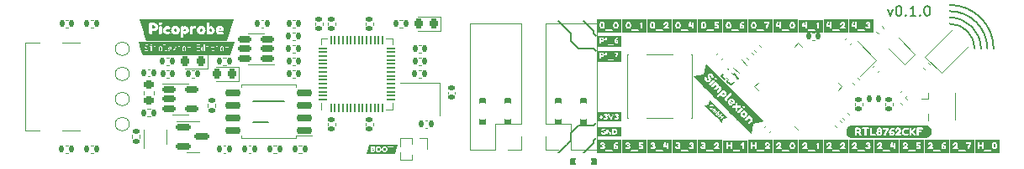
<source format=gbr>
%TF.GenerationSoftware,KiCad,Pcbnew,7.0.1*%
%TF.CreationDate,2023-04-19T17:15:15+02:00*%
%TF.ProjectId,rtl8762ckf-dev-board,72746c38-3736-4326-936b-662d6465762d,0.1.0*%
%TF.SameCoordinates,Original*%
%TF.FileFunction,Legend,Top*%
%TF.FilePolarity,Positive*%
%FSLAX46Y46*%
G04 Gerber Fmt 4.6, Leading zero omitted, Abs format (unit mm)*
G04 Created by KiCad (PCBNEW 7.0.1) date 2023-04-19 17:15:15*
%MOMM*%
%LPD*%
G01*
G04 APERTURE LIST*
G04 Aperture macros list*
%AMRoundRect*
0 Rectangle with rounded corners*
0 $1 Rounding radius*
0 $2 $3 $4 $5 $6 $7 $8 $9 X,Y pos of 4 corners*
0 Add a 4 corners polygon primitive as box body*
4,1,4,$2,$3,$4,$5,$6,$7,$8,$9,$2,$3,0*
0 Add four circle primitives for the rounded corners*
1,1,$1+$1,$2,$3*
1,1,$1+$1,$4,$5*
1,1,$1+$1,$6,$7*
1,1,$1+$1,$8,$9*
0 Add four rect primitives between the rounded corners*
20,1,$1+$1,$2,$3,$4,$5,0*
20,1,$1+$1,$4,$5,$6,$7,0*
20,1,$1+$1,$6,$7,$8,$9,0*
20,1,$1+$1,$8,$9,$2,$3,0*%
%AMRotRect*
0 Rectangle, with rotation*
0 The origin of the aperture is its center*
0 $1 length*
0 $2 width*
0 $3 Rotation angle, in degrees counterclockwise*
0 Add horizontal line*
21,1,$1,$2,0,0,$3*%
G04 Aperture macros list end*
%ADD10C,0.150000*%
%ADD11C,0.120000*%
%ADD12C,0.152000*%
%ADD13C,0.600000*%
%ADD14R,1.160000X0.600000*%
%ADD15R,1.160000X0.300000*%
%ADD16O,2.000000X0.900000*%
%ADD17O,1.700000X0.900000*%
%ADD18RoundRect,0.140000X-0.140000X-0.170000X0.140000X-0.170000X0.140000X0.170000X-0.140000X0.170000X0*%
%ADD19RoundRect,0.218750X-0.256250X0.218750X-0.256250X-0.218750X0.256250X-0.218750X0.256250X0.218750X0*%
%ADD20RoundRect,0.135000X-0.135000X-0.185000X0.135000X-0.185000X0.135000X0.185000X-0.135000X0.185000X0*%
%ADD21RoundRect,0.218750X0.218750X0.256250X-0.218750X0.256250X-0.218750X-0.256250X0.218750X-0.256250X0*%
%ADD22C,1.000000*%
%ADD23RoundRect,0.147500X0.017678X-0.226274X0.226274X-0.017678X-0.017678X0.226274X-0.226274X0.017678X0*%
%ADD24R,1.050000X1.000000*%
%ADD25R,2.200000X1.050000*%
%ADD26R,1.700000X1.700000*%
%ADD27O,1.700000X1.700000*%
%ADD28RoundRect,0.135000X0.135000X0.185000X-0.135000X0.185000X-0.135000X-0.185000X0.135000X-0.185000X0*%
%ADD29RoundRect,0.140000X0.021213X-0.219203X0.219203X-0.021213X-0.021213X0.219203X-0.219203X0.021213X0*%
%ADD30RoundRect,0.140000X0.170000X-0.140000X0.170000X0.140000X-0.170000X0.140000X-0.170000X-0.140000X0*%
%ADD31RoundRect,0.140000X0.219203X0.021213X0.021213X0.219203X-0.219203X-0.021213X-0.021213X-0.219203X0*%
%ADD32RoundRect,0.135000X-0.185000X0.135000X-0.185000X-0.135000X0.185000X-0.135000X0.185000X0.135000X0*%
%ADD33RoundRect,0.140000X-0.170000X0.140000X-0.170000X-0.140000X0.170000X-0.140000X0.170000X0.140000X0*%
%ADD34RoundRect,0.150000X-0.512500X-0.150000X0.512500X-0.150000X0.512500X0.150000X-0.512500X0.150000X0*%
%ADD35RoundRect,0.150000X0.650000X0.150000X-0.650000X0.150000X-0.650000X-0.150000X0.650000X-0.150000X0*%
%ADD36RoundRect,0.250000X0.212132X-0.707107X0.707107X-0.212132X-0.212132X0.707107X-0.707107X0.212132X0*%
%ADD37RoundRect,0.140000X-0.219203X-0.021213X-0.021213X-0.219203X0.219203X0.021213X0.021213X0.219203X0*%
%ADD38RoundRect,0.140000X-0.021213X0.219203X-0.219203X0.021213X0.021213X-0.219203X0.219203X-0.021213X0*%
%ADD39RoundRect,0.050000X0.282843X-0.212132X-0.212132X0.282843X-0.282843X0.212132X0.212132X-0.282843X0*%
%ADD40RoundRect,0.050000X0.282843X0.212132X0.212132X0.282843X-0.282843X-0.212132X-0.212132X-0.282843X0*%
%ADD41RotRect,4.300000X4.300000X135.000000*%
%ADD42RoundRect,0.135000X0.226274X0.035355X0.035355X0.226274X-0.226274X-0.035355X-0.035355X-0.226274X0*%
%ADD43RoundRect,0.218750X0.424264X0.114905X0.114905X0.424264X-0.424264X-0.114905X-0.114905X-0.424264X0*%
%ADD44RoundRect,0.218750X0.335876X0.026517X0.026517X0.335876X-0.335876X-0.026517X-0.026517X-0.335876X0*%
%ADD45RoundRect,0.140000X0.140000X0.170000X-0.140000X0.170000X-0.140000X-0.170000X0.140000X-0.170000X0*%
%ADD46R,0.400000X0.650000*%
%ADD47R,1.300000X1.550000*%
%ADD48RoundRect,0.150000X0.512500X0.150000X-0.512500X0.150000X-0.512500X-0.150000X0.512500X-0.150000X0*%
%ADD49RotRect,0.900000X0.800000X135.000000*%
%ADD50R,0.600000X0.280000*%
%ADD51R,0.300000X1.700000*%
%ADD52RoundRect,0.050000X0.050000X-0.387500X0.050000X0.387500X-0.050000X0.387500X-0.050000X-0.387500X0*%
%ADD53RoundRect,0.050000X0.387500X-0.050000X0.387500X0.050000X-0.387500X0.050000X-0.387500X-0.050000X0*%
%ADD54R,3.200000X3.200000*%
%ADD55R,1.000000X1.000000*%
%ADD56O,1.000000X1.000000*%
%ADD57RoundRect,0.147500X-0.147500X-0.172500X0.147500X-0.172500X0.147500X0.172500X-0.147500X0.172500X0*%
%ADD58RoundRect,0.150000X-0.587500X-0.150000X0.587500X-0.150000X0.587500X0.150000X-0.587500X0.150000X0*%
%ADD59R,1.400000X1.200000*%
G04 APERTURE END LIST*
D10*
X181610000Y-132491000D02*
X181610000Y-131729000D01*
X172466000Y-128270000D02*
X172974000Y-128270000D01*
X172974000Y-130810000D01*
X172466000Y-130810000D01*
X172466000Y-128270000D01*
G36*
X172466000Y-128270000D02*
G01*
X172974000Y-128270000D01*
X172974000Y-130810000D01*
X172466000Y-130810000D01*
X172466000Y-128270000D01*
G37*
X223520000Y-123190000D02*
G75*
G03*
X219710000Y-119380000I-3810000J0D01*
G01*
X224155000Y-123190000D02*
G75*
G03*
X219710000Y-118745000I-4445000J0D01*
G01*
X184150000Y-132237000D02*
X183896000Y-132491000D01*
X182626000Y-128270000D02*
X183134000Y-128270000D01*
X183134000Y-130810000D01*
X182626000Y-130810000D01*
X182626000Y-128270000D01*
G36*
X182626000Y-128270000D02*
G01*
X183134000Y-128270000D01*
X183134000Y-130810000D01*
X182626000Y-130810000D01*
X182626000Y-128270000D01*
G37*
X183896000Y-130967000D02*
X184150000Y-130713000D01*
X181610000Y-122428000D02*
X182372000Y-123190000D01*
X182880000Y-133761000D02*
X183896000Y-132745000D01*
X182372000Y-130967000D02*
X183896000Y-130967000D01*
X175006000Y-128270000D02*
X175514000Y-128270000D01*
X175514000Y-130810000D01*
X175006000Y-130810000D01*
X175006000Y-128270000D01*
G36*
X175006000Y-128270000D02*
G01*
X175514000Y-128270000D01*
X175514000Y-130810000D01*
X175006000Y-130810000D01*
X175006000Y-128270000D01*
G37*
X184150000Y-134874000D02*
X181610000Y-134874000D01*
X181610000Y-134366000D01*
X184150000Y-134366000D01*
X184150000Y-134874000D01*
G36*
X184150000Y-134874000D02*
G01*
X181610000Y-134874000D01*
X181610000Y-134366000D01*
X184150000Y-134366000D01*
X184150000Y-134874000D01*
G37*
X183896000Y-121666000D02*
X183896000Y-121412000D01*
X180340000Y-120396000D02*
X181610000Y-121666000D01*
X181610000Y-121666000D02*
X181610000Y-122428000D01*
X222885000Y-123190000D02*
G75*
G03*
X219710000Y-120015000I-3175000J0D01*
G01*
X182880000Y-120396000D02*
X183896000Y-121412000D01*
X182372000Y-123190000D02*
X183896000Y-123190000D01*
X180340000Y-133761000D02*
X181610000Y-132491000D01*
X183896000Y-123190000D02*
X184150000Y-123444000D01*
X222250000Y-123190000D02*
G75*
G03*
X219710000Y-120650000I-2540000J0D01*
G01*
X183896000Y-132491000D02*
X183896000Y-132745000D01*
X180086000Y-128270000D02*
X180594000Y-128270000D01*
X180594000Y-130810000D01*
X180086000Y-130810000D01*
X180086000Y-128270000D01*
G36*
X180086000Y-128270000D02*
G01*
X180594000Y-128270000D01*
X180594000Y-130810000D01*
X180086000Y-130810000D01*
X180086000Y-128270000D01*
G37*
X184150000Y-121920000D02*
X183896000Y-121666000D01*
X181610000Y-131729000D02*
X182372000Y-130967000D01*
X213502857Y-119175952D02*
X213740952Y-119842619D01*
X213740952Y-119842619D02*
X213979047Y-119175952D01*
X214550476Y-118842619D02*
X214645714Y-118842619D01*
X214645714Y-118842619D02*
X214740952Y-118890238D01*
X214740952Y-118890238D02*
X214788571Y-118937857D01*
X214788571Y-118937857D02*
X214836190Y-119033095D01*
X214836190Y-119033095D02*
X214883809Y-119223571D01*
X214883809Y-119223571D02*
X214883809Y-119461666D01*
X214883809Y-119461666D02*
X214836190Y-119652142D01*
X214836190Y-119652142D02*
X214788571Y-119747380D01*
X214788571Y-119747380D02*
X214740952Y-119795000D01*
X214740952Y-119795000D02*
X214645714Y-119842619D01*
X214645714Y-119842619D02*
X214550476Y-119842619D01*
X214550476Y-119842619D02*
X214455238Y-119795000D01*
X214455238Y-119795000D02*
X214407619Y-119747380D01*
X214407619Y-119747380D02*
X214360000Y-119652142D01*
X214360000Y-119652142D02*
X214312381Y-119461666D01*
X214312381Y-119461666D02*
X214312381Y-119223571D01*
X214312381Y-119223571D02*
X214360000Y-119033095D01*
X214360000Y-119033095D02*
X214407619Y-118937857D01*
X214407619Y-118937857D02*
X214455238Y-118890238D01*
X214455238Y-118890238D02*
X214550476Y-118842619D01*
X215312381Y-119747380D02*
X215360000Y-119795000D01*
X215360000Y-119795000D02*
X215312381Y-119842619D01*
X215312381Y-119842619D02*
X215264762Y-119795000D01*
X215264762Y-119795000D02*
X215312381Y-119747380D01*
X215312381Y-119747380D02*
X215312381Y-119842619D01*
X216312380Y-119842619D02*
X215740952Y-119842619D01*
X216026666Y-119842619D02*
X216026666Y-118842619D01*
X216026666Y-118842619D02*
X215931428Y-118985476D01*
X215931428Y-118985476D02*
X215836190Y-119080714D01*
X215836190Y-119080714D02*
X215740952Y-119128333D01*
X216740952Y-119747380D02*
X216788571Y-119795000D01*
X216788571Y-119795000D02*
X216740952Y-119842619D01*
X216740952Y-119842619D02*
X216693333Y-119795000D01*
X216693333Y-119795000D02*
X216740952Y-119747380D01*
X216740952Y-119747380D02*
X216740952Y-119842619D01*
X217407618Y-118842619D02*
X217502856Y-118842619D01*
X217502856Y-118842619D02*
X217598094Y-118890238D01*
X217598094Y-118890238D02*
X217645713Y-118937857D01*
X217645713Y-118937857D02*
X217693332Y-119033095D01*
X217693332Y-119033095D02*
X217740951Y-119223571D01*
X217740951Y-119223571D02*
X217740951Y-119461666D01*
X217740951Y-119461666D02*
X217693332Y-119652142D01*
X217693332Y-119652142D02*
X217645713Y-119747380D01*
X217645713Y-119747380D02*
X217598094Y-119795000D01*
X217598094Y-119795000D02*
X217502856Y-119842619D01*
X217502856Y-119842619D02*
X217407618Y-119842619D01*
X217407618Y-119842619D02*
X217312380Y-119795000D01*
X217312380Y-119795000D02*
X217264761Y-119747380D01*
X217264761Y-119747380D02*
X217217142Y-119652142D01*
X217217142Y-119652142D02*
X217169523Y-119461666D01*
X217169523Y-119461666D02*
X217169523Y-119223571D01*
X217169523Y-119223571D02*
X217217142Y-119033095D01*
X217217142Y-119033095D02*
X217264761Y-118937857D01*
X217264761Y-118937857D02*
X217312380Y-118890238D01*
X217312380Y-118890238D02*
X217407618Y-118842619D01*
%TO.C,L3*%
X197087012Y-126273286D02*
X196750294Y-125936568D01*
X196750294Y-125936568D02*
X197457401Y-125229461D01*
X197962477Y-125734538D02*
X198400210Y-126172271D01*
X198400210Y-126172271D02*
X197895134Y-126205942D01*
X197895134Y-126205942D02*
X197996149Y-126306958D01*
X197996149Y-126306958D02*
X198029821Y-126407973D01*
X198029821Y-126407973D02*
X198029821Y-126475316D01*
X198029821Y-126475316D02*
X197996149Y-126576332D01*
X197996149Y-126576332D02*
X197827790Y-126744690D01*
X197827790Y-126744690D02*
X197726775Y-126778362D01*
X197726775Y-126778362D02*
X197659431Y-126778362D01*
X197659431Y-126778362D02*
X197558416Y-126744690D01*
X197558416Y-126744690D02*
X197356386Y-126542660D01*
X197356386Y-126542660D02*
X197322714Y-126441645D01*
X197322714Y-126441645D02*
X197322714Y-126374301D01*
D11*
%TO.C,J7*%
X132115000Y-122530000D02*
X130315000Y-122530000D01*
X126605000Y-122530000D02*
X128065000Y-122530000D01*
X132115000Y-131470000D02*
X130315000Y-131470000D01*
X126605000Y-131470000D02*
X126605000Y-122530000D01*
X126605000Y-131470000D02*
X128065000Y-131470000D01*
%TO.C,C1*%
X140862164Y-125370000D02*
X141077836Y-125370000D01*
X140862164Y-126090000D02*
X141077836Y-126090000D01*
%TO.C,FB1*%
X139575000Y-127472221D02*
X139575000Y-127797779D01*
X138555000Y-127472221D02*
X138555000Y-127797779D01*
%TO.C,R3*%
X146531359Y-124080000D02*
X146838641Y-124080000D01*
X146531359Y-124840000D02*
X146838641Y-124840000D01*
%TO.C,D3*%
X148170000Y-126465000D02*
X148170000Y-124995000D01*
X148170000Y-124995000D02*
X145885000Y-124995000D01*
X145885000Y-126465000D02*
X148170000Y-126465000D01*
%TO.C,kibuzzard-643FF3AF*%
G36*
X205519020Y-121562019D02*
G01*
X205325663Y-121562019D01*
X204738883Y-121562019D01*
X204540445Y-121562019D01*
X204540445Y-121297859D01*
X205460918Y-121297859D01*
X205465680Y-121335959D01*
X205519020Y-121363581D01*
X206160053Y-121363581D01*
X206201010Y-121355961D01*
X206214821Y-121335959D01*
X206219107Y-121298335D01*
X206214345Y-121260711D01*
X206161005Y-121232136D01*
X205519973Y-121232136D01*
X205479015Y-121239756D01*
X205465204Y-121259759D01*
X205460918Y-121297859D01*
X204540445Y-121297859D01*
X204540445Y-120867329D01*
X204897037Y-120867329D01*
X204901800Y-120908286D01*
X204927756Y-120935433D01*
X204980858Y-120944481D01*
X205238985Y-120944481D01*
X205238985Y-121060686D01*
X205244700Y-121110216D01*
X205257083Y-121129266D01*
X205281848Y-121140696D01*
X205325663Y-121145459D01*
X205371859Y-121139744D01*
X205399481Y-121116408D01*
X205408530Y-121061639D01*
X205408530Y-120671114D01*
X206247683Y-120671114D01*
X206277686Y-120730169D01*
X206335313Y-120763506D01*
X206401988Y-120733979D01*
X206414370Y-120722549D01*
X206414370Y-121062591D01*
X206415799Y-121097358D01*
X206424848Y-121123551D01*
X206450327Y-121142125D01*
X206498190Y-121148316D01*
X206547244Y-121141887D01*
X206572485Y-121122599D01*
X206581534Y-121097358D01*
X206582963Y-121064496D01*
X206582963Y-120533954D01*
X206578200Y-120483471D01*
X206564865Y-120462993D01*
X206540100Y-120452039D01*
X206494856Y-120447276D01*
X206441040Y-120472041D01*
X206438183Y-120473946D01*
X206281973Y-120614916D01*
X206247683Y-120671114D01*
X205408530Y-120671114D01*
X205408530Y-120532049D01*
X205407101Y-120498711D01*
X205398053Y-120473470D01*
X205372335Y-120453468D01*
X205324234Y-120447276D01*
X205275656Y-120452515D01*
X205249463Y-120471089D01*
X205240414Y-120494901D01*
X205238985Y-120527286D01*
X205238985Y-120787319D01*
X205083728Y-120787319D01*
X205141830Y-120554909D01*
X205142782Y-120552051D01*
X205149450Y-120512046D01*
X205132781Y-120475375D01*
X205082775Y-120451086D01*
X205038960Y-120444419D01*
X205006099Y-120454896D01*
X204988954Y-120476804D01*
X204978952Y-120510141D01*
X204899895Y-120829229D01*
X204897037Y-120867329D01*
X204540445Y-120867329D01*
X204540445Y-120245981D01*
X204738883Y-120245981D01*
X206741117Y-120245981D01*
X206939555Y-120245981D01*
X206939555Y-121562019D01*
X206741117Y-121562019D01*
X206498190Y-121562019D01*
X205519020Y-121562019D01*
G37*
%TO.C,kibuzzard-641CCF55*%
G36*
X184766347Y-123729353D02*
G01*
X184789366Y-123782137D01*
X184766347Y-123834525D01*
X184719516Y-123851987D01*
X184619503Y-123851987D01*
X184619503Y-123711494D01*
X184718722Y-123711494D01*
X184766347Y-123729353D01*
G37*
G36*
X185332291Y-124499158D02*
G01*
X185169572Y-124499158D01*
X184548859Y-124499158D01*
X184385810Y-124499158D01*
X184220445Y-124499158D01*
X184220445Y-124279025D01*
X185283872Y-124279025D01*
X185287841Y-124310775D01*
X185332291Y-124333794D01*
X185866484Y-124333794D01*
X185900616Y-124327444D01*
X185912125Y-124310775D01*
X185915697Y-124279422D01*
X185911728Y-124248069D01*
X185867278Y-124224256D01*
X185333084Y-124224256D01*
X185298953Y-124230606D01*
X185287444Y-124247275D01*
X185283872Y-124279025D01*
X184220445Y-124279025D01*
X184220445Y-124081381D01*
X184479009Y-124081381D01*
X184483772Y-124122656D01*
X184504806Y-124144683D01*
X184548859Y-124152025D01*
X184589737Y-124146667D01*
X184610772Y-124130594D01*
X184618312Y-124109559D01*
X184619503Y-124082175D01*
X184619503Y-123992481D01*
X184718722Y-123992481D01*
X184765289Y-123986837D01*
X184810797Y-123969903D01*
X184855247Y-123941681D01*
X184884814Y-123912809D01*
X184908428Y-123875403D01*
X184923906Y-123831251D01*
X184929066Y-123782137D01*
X184926403Y-123756737D01*
X184960816Y-123756737D01*
X184985819Y-123805950D01*
X185033841Y-123833731D01*
X185089403Y-123809125D01*
X185099722Y-123799600D01*
X185099722Y-124082969D01*
X185100913Y-124111941D01*
X185108453Y-124133769D01*
X185129686Y-124149247D01*
X185169572Y-124154406D01*
X185210450Y-124149048D01*
X185231484Y-124132975D01*
X185239025Y-124111941D01*
X185240216Y-124084556D01*
X185240216Y-123642437D01*
X185240141Y-123641644D01*
X185939509Y-123641644D01*
X185944272Y-123681331D01*
X185963322Y-123704350D01*
X186009359Y-123712287D01*
X186190334Y-123712287D01*
X186172872Y-123748403D01*
X186153623Y-123776780D01*
X186130803Y-123810316D01*
X186106197Y-123848118D01*
X186081591Y-123889294D01*
X186058770Y-123935034D01*
X186039522Y-123986528D01*
X186026425Y-124040205D01*
X186022059Y-124092494D01*
X186023250Y-124119084D01*
X186030791Y-124136944D01*
X186051825Y-124149644D01*
X186091909Y-124152819D01*
X186131994Y-124149644D01*
X186153028Y-124137341D01*
X186160966Y-124119878D01*
X186162553Y-124094081D01*
X186166919Y-124056775D01*
X186180016Y-124013912D01*
X186201844Y-123965494D01*
X186232403Y-123911519D01*
X186261673Y-123864886D01*
X186290744Y-123818650D01*
X186317632Y-123772315D01*
X186340353Y-123725384D01*
X186355831Y-123682026D01*
X186360991Y-123646406D01*
X186356228Y-123601956D01*
X186335194Y-123579334D01*
X186291141Y-123571794D01*
X186005391Y-123571794D01*
X185959353Y-123581319D01*
X185944272Y-123601956D01*
X185939509Y-123641644D01*
X185240141Y-123641644D01*
X185236247Y-123600369D01*
X185225134Y-123583303D01*
X185204497Y-123574175D01*
X185166794Y-123570206D01*
X185121947Y-123590844D01*
X185119566Y-123592431D01*
X184989391Y-123709906D01*
X184960816Y-123756737D01*
X184926403Y-123756737D01*
X184923906Y-123732925D01*
X184908428Y-123688475D01*
X184884814Y-123650772D01*
X184855247Y-123621800D01*
X184810885Y-123593578D01*
X184765641Y-123576644D01*
X184719516Y-123571000D01*
X184549653Y-123571000D01*
X184508775Y-123576358D01*
X184487741Y-123592431D01*
X184480200Y-123613466D01*
X184479009Y-123640850D01*
X184479009Y-124081381D01*
X184220445Y-124081381D01*
X184220445Y-123404842D01*
X184385810Y-123404842D01*
X186454190Y-123404842D01*
X186619555Y-123404842D01*
X186619555Y-124499158D01*
X186454190Y-124499158D01*
X186091909Y-124499158D01*
X185332291Y-124499158D01*
G37*
%TO.C,TP1*%
X137098000Y-130810000D02*
G75*
G03*
X137098000Y-130810000I-700000J0D01*
G01*
%TO.C,kibuzzard-643FF3A2*%
G36*
X203922590Y-120621643D02*
G01*
X203952951Y-120657541D01*
X203971168Y-120717370D01*
X203977240Y-120801130D01*
X203977240Y-120806845D01*
X203971108Y-120888522D01*
X203952713Y-120946862D01*
X203922055Y-120981867D01*
X203879133Y-120993535D01*
X203837044Y-120981539D01*
X203806981Y-120945553D01*
X203788943Y-120885575D01*
X203782930Y-120801606D01*
X203789002Y-120717637D01*
X203807219Y-120657660D01*
X203837580Y-120621673D01*
X203880085Y-120609677D01*
X203922590Y-120621643D01*
G37*
G36*
X202876150Y-121565353D02*
G01*
X202682793Y-121565353D01*
X202198883Y-121565353D01*
X202000445Y-121565353D01*
X202000445Y-121301192D01*
X202818048Y-121301192D01*
X202822810Y-121339293D01*
X202876150Y-121366915D01*
X203517183Y-121366915D01*
X203558140Y-121359295D01*
X203571951Y-121339293D01*
X203576238Y-121301669D01*
X203571475Y-121264045D01*
X203518135Y-121235470D01*
X202877103Y-121235470D01*
X202836145Y-121243090D01*
X202822334Y-121263093D01*
X202818048Y-121301192D01*
X202000445Y-121301192D01*
X202000445Y-120870663D01*
X202254168Y-120870663D01*
X202258930Y-120911620D01*
X202284886Y-120938766D01*
X202337988Y-120947815D01*
X202596115Y-120947815D01*
X202596115Y-121064020D01*
X202601830Y-121113550D01*
X202614213Y-121132600D01*
X202638978Y-121144030D01*
X202682793Y-121148792D01*
X202728989Y-121143078D01*
X202756611Y-121119741D01*
X202765660Y-121064973D01*
X202765660Y-120801130D01*
X203614338Y-120801130D01*
X203617407Y-120867911D01*
X203626614Y-120929823D01*
X203641960Y-120986868D01*
X203662558Y-121034731D01*
X203688156Y-121075450D01*
X203721732Y-121109621D01*
X203766261Y-121137839D01*
X203819958Y-121156770D01*
X203881038Y-121163080D01*
X203941878Y-121156889D01*
X203994861Y-121138315D01*
X204038557Y-121110216D01*
X204071538Y-121075450D01*
X204104042Y-121020503D01*
X204127259Y-120956626D01*
X204141189Y-120883819D01*
X204145833Y-120802083D01*
X204142658Y-120739112D01*
X204133133Y-120678469D01*
X204117258Y-120620155D01*
X204097374Y-120572054D01*
X204072014Y-120530620D01*
X204038676Y-120495616D01*
X203994861Y-120466802D01*
X203941640Y-120447514D01*
X203880085Y-120441085D01*
X203818292Y-120447633D01*
X203764356Y-120467279D01*
X203719946Y-120496568D01*
X203686728Y-120532049D01*
X203660415Y-120577888D01*
X203636721Y-120638253D01*
X203624286Y-120686407D01*
X203616825Y-120740699D01*
X203614338Y-120801130D01*
X202765660Y-120801130D01*
X202765660Y-120535382D01*
X202764231Y-120502045D01*
X202755183Y-120476804D01*
X202729465Y-120456801D01*
X202681364Y-120450610D01*
X202632786Y-120455849D01*
X202606593Y-120474422D01*
X202597544Y-120498235D01*
X202596115Y-120530620D01*
X202596115Y-120790653D01*
X202440858Y-120790653D01*
X202498960Y-120558242D01*
X202499913Y-120555385D01*
X202506580Y-120515380D01*
X202489911Y-120478709D01*
X202439905Y-120454420D01*
X202396090Y-120447752D01*
X202363229Y-120458230D01*
X202346084Y-120480137D01*
X202336083Y-120513475D01*
X202257025Y-120832562D01*
X202254168Y-120870663D01*
X202000445Y-120870663D01*
X202000445Y-120242647D01*
X202198883Y-120242647D01*
X204201117Y-120242647D01*
X204399555Y-120242647D01*
X204399555Y-121565353D01*
X204201117Y-121565353D01*
X203881038Y-121565353D01*
X202876150Y-121565353D01*
G37*
%TO.C,TP4*%
X137098000Y-128270000D02*
G75*
G03*
X137098000Y-128270000I-700000J0D01*
G01*
%TO.C,kibuzzard-643FF427*%
G36*
X207954245Y-133757353D02*
G01*
X207781843Y-133757353D01*
X207278883Y-133757353D01*
X207080445Y-133757353D01*
X207080445Y-133493192D01*
X207896143Y-133493192D01*
X207900905Y-133531293D01*
X207954245Y-133558915D01*
X208595278Y-133558915D01*
X208636235Y-133551295D01*
X208650046Y-133531293D01*
X208654333Y-133493669D01*
X208649570Y-133456045D01*
X208596230Y-133427470D01*
X207955198Y-133427470D01*
X207914240Y-133435090D01*
X207900429Y-133455093D01*
X207896143Y-133493192D01*
X207080445Y-133493192D01*
X207080445Y-133257925D01*
X207325595Y-133257925D01*
X207350360Y-133317932D01*
X207409415Y-133343650D01*
X207781843Y-133343650D01*
X207840898Y-133332220D01*
X207861376Y-133307455D01*
X207867568Y-133259354D01*
X207867400Y-133257925D01*
X208692433Y-133257925D01*
X208717197Y-133317932D01*
X208776253Y-133343650D01*
X209148680Y-133343650D01*
X209207735Y-133332220D01*
X209228214Y-133307455D01*
X209234405Y-133259354D01*
X209228690Y-133210776D01*
X209206306Y-133183154D01*
X209150585Y-133174105D01*
X208976278Y-133174105D01*
X208976278Y-133169342D01*
X209000090Y-133159818D01*
X209059145Y-133127671D01*
X209125820Y-133075045D01*
X209156776Y-133040755D01*
X209182970Y-132996940D01*
X209200829Y-132946934D01*
X209206783Y-132894070D01*
X209198845Y-132828612D01*
X209175033Y-132768128D01*
X209135345Y-132712619D01*
X209082905Y-132668433D01*
X209020833Y-132641922D01*
X208949131Y-132633085D01*
X208877482Y-132641816D01*
X208815570Y-132668010D01*
X208763394Y-132711666D01*
X208723971Y-132766329D01*
X208700317Y-132825543D01*
X208692433Y-132889307D01*
X208697195Y-132937885D01*
X208723151Y-132965031D01*
X208776253Y-132974080D01*
X208824830Y-132968365D01*
X208850548Y-132951220D01*
X208859596Y-132927408D01*
X208861025Y-132895975D01*
X208861025Y-132890260D01*
X208864835Y-132868352D01*
X208890076Y-132824061D01*
X208942940Y-132801677D01*
X208990565Y-132810250D01*
X209015806Y-132828824D01*
X209030570Y-132854541D01*
X209037237Y-132878830D01*
X209028308Y-132920502D01*
X209001519Y-132959792D01*
X208962109Y-132995868D01*
X208915318Y-133027896D01*
X208864835Y-133058138D01*
X208814353Y-133088856D01*
X208767561Y-133122908D01*
X208728151Y-133163151D01*
X208701362Y-133208514D01*
X208692433Y-133257925D01*
X207867400Y-133257925D01*
X207861853Y-133210776D01*
X207839469Y-133183154D01*
X207783748Y-133174105D01*
X207609440Y-133174105D01*
X207609440Y-133169342D01*
X207633253Y-133159818D01*
X207692308Y-133127671D01*
X207758983Y-133075045D01*
X207789939Y-133040755D01*
X207816133Y-132996940D01*
X207833992Y-132946934D01*
X207839945Y-132894070D01*
X207832008Y-132828612D01*
X207808195Y-132768128D01*
X207768508Y-132712619D01*
X207716067Y-132668433D01*
X207653996Y-132641922D01*
X207582294Y-132633085D01*
X207510645Y-132641816D01*
X207448732Y-132668010D01*
X207396556Y-132711666D01*
X207357133Y-132766329D01*
X207333480Y-132825543D01*
X207325595Y-132889307D01*
X207330357Y-132937885D01*
X207356313Y-132965031D01*
X207409415Y-132974080D01*
X207457993Y-132968365D01*
X207483710Y-132951220D01*
X207492759Y-132927408D01*
X207494188Y-132895975D01*
X207494188Y-132890260D01*
X207497998Y-132868352D01*
X207523239Y-132824061D01*
X207576103Y-132801677D01*
X207623728Y-132810250D01*
X207648969Y-132828824D01*
X207663733Y-132854541D01*
X207670400Y-132878830D01*
X207661470Y-132920502D01*
X207634681Y-132959792D01*
X207595272Y-132995868D01*
X207548480Y-133027896D01*
X207497998Y-133058138D01*
X207447515Y-133088856D01*
X207400723Y-133122908D01*
X207361314Y-133163151D01*
X207334525Y-133208514D01*
X207325595Y-133257925D01*
X207080445Y-133257925D01*
X207080445Y-132434647D01*
X207278883Y-132434647D01*
X209281117Y-132434647D01*
X209479555Y-132434647D01*
X209479555Y-133757353D01*
X209281117Y-133757353D01*
X209148680Y-133757353D01*
X207954245Y-133757353D01*
G37*
%TO.C,J6*%
X217555000Y-127632000D02*
X217555000Y-128272000D01*
X217555000Y-128272000D02*
X216925000Y-128272000D01*
X217555000Y-130432000D02*
X217555000Y-129792000D01*
X220275000Y-127682000D02*
X220275000Y-130382000D01*
%TO.C,J2*%
X176590000Y-133410000D02*
X175260000Y-133410000D01*
X176590000Y-132080000D02*
X176590000Y-133410000D01*
X176590000Y-130810000D02*
X176590000Y-120590000D01*
X176590000Y-130810000D02*
X173990000Y-130810000D01*
X176590000Y-120590000D02*
X171390000Y-120590000D01*
X173990000Y-133410000D02*
X171390000Y-133410000D01*
X173990000Y-130810000D02*
X173990000Y-133410000D01*
X171390000Y-133410000D02*
X171390000Y-120590000D01*
%TO.C,kibuzzard-643FF3C1*%
G36*
X210496150Y-121565353D02*
G01*
X210302793Y-121565353D01*
X209818883Y-121565353D01*
X209620445Y-121565353D01*
X209620445Y-121301192D01*
X210438048Y-121301192D01*
X210442810Y-121339293D01*
X210496150Y-121366915D01*
X211137183Y-121366915D01*
X211178140Y-121359295D01*
X211191951Y-121339293D01*
X211196238Y-121301669D01*
X211191475Y-121264045D01*
X211138135Y-121235470D01*
X210497103Y-121235470D01*
X210456145Y-121243090D01*
X210442334Y-121263093D01*
X210438048Y-121301192D01*
X209620445Y-121301192D01*
X209620445Y-120870663D01*
X209874168Y-120870663D01*
X209878930Y-120911620D01*
X209904886Y-120938766D01*
X209957988Y-120947815D01*
X210216115Y-120947815D01*
X210216115Y-121064020D01*
X210221830Y-121113550D01*
X210234213Y-121132600D01*
X210258978Y-121144030D01*
X210302793Y-121148792D01*
X210348989Y-121143078D01*
X210376611Y-121119741D01*
X210385660Y-121064973D01*
X210385660Y-120942100D01*
X211234338Y-120942100D01*
X211244815Y-120993535D01*
X211246720Y-121003060D01*
X211257198Y-121027825D01*
X211280772Y-121065687D01*
X211307680Y-121095453D01*
X211362713Y-121132494D01*
X211426213Y-121154719D01*
X211498180Y-121162128D01*
X211570676Y-121154772D01*
X211634493Y-121132706D01*
X211689633Y-121095929D01*
X211731966Y-121047827D01*
X211757366Y-120991789D01*
X211765833Y-120927813D01*
X211757974Y-120879235D01*
X211734400Y-120836372D01*
X211704396Y-120805416D01*
X211676298Y-120784937D01*
X211676298Y-120778270D01*
X211717573Y-120748372D01*
X211742338Y-120708208D01*
X211750593Y-120657779D01*
X211743078Y-120604068D01*
X211720536Y-120554062D01*
X211682965Y-120507760D01*
X211632377Y-120470718D01*
X211570782Y-120448493D01*
X211498180Y-120441085D01*
X211450912Y-120444419D01*
X211408169Y-120454420D01*
X211345304Y-120483947D01*
X211305775Y-120521571D01*
X211284820Y-120551575D01*
X211262913Y-120616345D01*
X211274819Y-120650397D01*
X211310538Y-120680162D01*
X211362925Y-120697307D01*
X211399120Y-120685401D01*
X211425790Y-120649683D01*
X211431505Y-120638253D01*
X211456270Y-120615392D01*
X211510086Y-120603962D01*
X211562950Y-120622060D01*
X211582000Y-120660160D01*
X211563903Y-120688021D01*
X211509610Y-120697307D01*
X211460080Y-120702070D01*
X211433648Y-120728026D01*
X211424838Y-120781127D01*
X211431267Y-120829943D01*
X211450555Y-120854470D01*
X211475320Y-120863995D01*
X211518659Y-120865900D01*
X211573904Y-120885426D01*
X211597240Y-120930670D01*
X211573428Y-120976866D01*
X211542948Y-120992225D01*
X211499133Y-120997345D01*
X211459128Y-120991630D01*
X211406740Y-120945910D01*
X211378165Y-120896380D01*
X211327683Y-120886855D01*
X211257674Y-120900666D01*
X211234338Y-120942100D01*
X210385660Y-120942100D01*
X210385660Y-120535382D01*
X210384231Y-120502045D01*
X210375183Y-120476804D01*
X210349465Y-120456801D01*
X210301364Y-120450610D01*
X210252786Y-120455849D01*
X210226593Y-120474422D01*
X210217544Y-120498235D01*
X210216115Y-120530620D01*
X210216115Y-120790653D01*
X210060858Y-120790653D01*
X210118960Y-120558242D01*
X210119913Y-120555385D01*
X210126580Y-120515380D01*
X210109911Y-120478709D01*
X210059905Y-120454420D01*
X210016090Y-120447752D01*
X209983229Y-120458230D01*
X209966084Y-120480137D01*
X209956083Y-120513475D01*
X209877025Y-120832562D01*
X209874168Y-120870663D01*
X209620445Y-120870663D01*
X209620445Y-120242647D01*
X209818883Y-120242647D01*
X211821117Y-120242647D01*
X212019555Y-120242647D01*
X212019555Y-121565353D01*
X211821117Y-121565353D01*
X211498180Y-121565353D01*
X210496150Y-121565353D01*
G37*
%TO.C,kibuzzard-643FF44A*%
G36*
X224281643Y-132813643D02*
G01*
X224312004Y-132849541D01*
X224330220Y-132909370D01*
X224336293Y-132993130D01*
X224336293Y-132998845D01*
X224330161Y-133080522D01*
X224311766Y-133138862D01*
X224281107Y-133173867D01*
X224238185Y-133185535D01*
X224196096Y-133173539D01*
X224166033Y-133137553D01*
X224147995Y-133077575D01*
X224141983Y-132993606D01*
X224148055Y-132909637D01*
X224166271Y-132849660D01*
X224196632Y-132813673D01*
X224239138Y-132801677D01*
X224281643Y-132813643D01*
G37*
G36*
X223235203Y-133757353D02*
G01*
X223039940Y-133757353D01*
X222518883Y-133757353D01*
X222320445Y-133757353D01*
X222320445Y-133493192D01*
X223177100Y-133493192D01*
X223181862Y-133531293D01*
X223235203Y-133558915D01*
X223876235Y-133558915D01*
X223917192Y-133551295D01*
X223931004Y-133531293D01*
X223935290Y-133493669D01*
X223930528Y-133456045D01*
X223877187Y-133427470D01*
X223236155Y-133427470D01*
X223195197Y-133435090D01*
X223181386Y-133455093D01*
X223177100Y-133493192D01*
X222320445Y-133493192D01*
X222320445Y-133256020D01*
X222535115Y-133256020D01*
X222540830Y-133305550D01*
X222566071Y-133331982D01*
X222618935Y-133340792D01*
X222667989Y-133334363D01*
X222693230Y-133315075D01*
X222702279Y-133289834D01*
X222703707Y-133256973D01*
X222703707Y-133062663D01*
X222956120Y-133062663D01*
X222956120Y-133256020D01*
X222961835Y-133305550D01*
X222987076Y-133331982D01*
X223039940Y-133340792D01*
X223088994Y-133334363D01*
X223114235Y-133315075D01*
X223123284Y-133289834D01*
X223124713Y-133256973D01*
X223124713Y-132993130D01*
X223973390Y-132993130D01*
X223976459Y-133059911D01*
X223985667Y-133121823D01*
X224001013Y-133178868D01*
X224021610Y-133226731D01*
X224047209Y-133267450D01*
X224080784Y-133301621D01*
X224125314Y-133329839D01*
X224179011Y-133348770D01*
X224240090Y-133355080D01*
X224300931Y-133348889D01*
X224353914Y-133330315D01*
X224397610Y-133302216D01*
X224430590Y-133267450D01*
X224463094Y-133212503D01*
X224486311Y-133148626D01*
X224500242Y-133075819D01*
X224504885Y-132994083D01*
X224501710Y-132931112D01*
X224492185Y-132870469D01*
X224476310Y-132812155D01*
X224456427Y-132764054D01*
X224431066Y-132722620D01*
X224397729Y-132687616D01*
X224353914Y-132658802D01*
X224300693Y-132639514D01*
X224239138Y-132633085D01*
X224177344Y-132639633D01*
X224123409Y-132659279D01*
X224078998Y-132688568D01*
X224045780Y-132724049D01*
X224019467Y-132769888D01*
X223995774Y-132830253D01*
X223983338Y-132878407D01*
X223975877Y-132932699D01*
X223973390Y-132993130D01*
X223124713Y-132993130D01*
X223124713Y-132728335D01*
X223119950Y-132678805D01*
X223106615Y-132659755D01*
X223081850Y-132648325D01*
X223038035Y-132643563D01*
X222992315Y-132649277D01*
X222966597Y-132669280D01*
X222957549Y-132694521D01*
X222956120Y-132727382D01*
X222956120Y-132922645D01*
X222703707Y-132922645D01*
X222703707Y-132728335D01*
X222698945Y-132678805D01*
X222672989Y-132652373D01*
X222619887Y-132643563D01*
X222570834Y-132649992D01*
X222545592Y-132669280D01*
X222536544Y-132694521D01*
X222535115Y-132727382D01*
X222535115Y-133256020D01*
X222320445Y-133256020D01*
X222320445Y-132434647D01*
X222518883Y-132434647D01*
X224521117Y-132434647D01*
X224719555Y-132434647D01*
X224719555Y-133757353D01*
X224521117Y-133757353D01*
X224240090Y-133757353D01*
X223235203Y-133757353D01*
G37*
%TO.C,R5*%
X130963641Y-133730000D02*
X130656359Y-133730000D01*
X130963641Y-132970000D02*
X130656359Y-132970000D01*
%TO.C,C12*%
X209219190Y-122249693D02*
X209371693Y-122097190D01*
X209728307Y-122758810D02*
X209880810Y-122606307D01*
%TO.C,C31*%
X155850000Y-120757836D02*
X155850000Y-120542164D01*
X156570000Y-120757836D02*
X156570000Y-120542164D01*
%TO.C,kibuzzard-642D619C*%
G36*
X210599734Y-131386977D02*
G01*
X210631961Y-131460875D01*
X210599734Y-131534218D01*
X210535282Y-131558665D01*
X210393042Y-131558665D01*
X210393042Y-131361974D01*
X210533059Y-131361974D01*
X210599734Y-131386977D01*
G37*
G36*
X212714999Y-131666456D02*
G01*
X212740002Y-131723686D01*
X212715554Y-131780915D01*
X212642212Y-131807585D01*
X212567758Y-131780915D01*
X212542199Y-131723130D01*
X212567758Y-131665901D01*
X212641656Y-131639786D01*
X212714999Y-131666456D01*
G37*
G36*
X212696663Y-131356973D02*
G01*
X212715554Y-131398645D01*
X212697219Y-131440873D01*
X212642767Y-131460875D01*
X212587205Y-131440873D01*
X212567758Y-131398089D01*
X212585538Y-131356418D01*
X212640545Y-131337526D01*
X212696663Y-131356973D01*
G37*
G36*
X213968489Y-131689793D02*
G01*
X213987936Y-131737576D01*
X213966544Y-131793417D01*
X213902369Y-131812030D01*
X213831249Y-131786471D01*
X213820692Y-131762024D01*
X213817914Y-131729798D01*
X213840695Y-131688126D01*
X213906259Y-131667568D01*
X213968489Y-131689793D01*
G37*
G36*
X216195434Y-132226897D02*
G01*
X215339771Y-132226897D01*
X214770256Y-132226897D01*
X213906814Y-132226897D01*
X213194503Y-132226897D01*
X212641101Y-132226897D01*
X212207713Y-132226897D01*
X211258706Y-132226897D01*
X210710304Y-132226897D01*
X210196351Y-132226897D01*
X209964840Y-132226897D01*
X209900649Y-132223743D01*
X209837076Y-132214313D01*
X209774734Y-132198697D01*
X209714222Y-132177046D01*
X209656124Y-132149567D01*
X209600999Y-132116527D01*
X209549378Y-132078242D01*
X209501758Y-132035082D01*
X209458598Y-131987462D01*
X209420314Y-131935841D01*
X209387273Y-131880716D01*
X209386847Y-131879816D01*
X210196351Y-131879816D01*
X210203018Y-131937601D01*
X210232466Y-131968438D01*
X210294141Y-131978718D01*
X210351370Y-131971217D01*
X210380818Y-131948714D01*
X210391375Y-131919266D01*
X210393042Y-131880928D01*
X210393042Y-131755356D01*
X210533059Y-131755356D01*
X210567508Y-131753134D01*
X210610723Y-131855492D01*
X210639616Y-131922538D01*
X210654186Y-131954270D01*
X210674744Y-131975939D01*
X210710304Y-131986496D01*
X210767533Y-131970939D01*
X210819206Y-131938713D01*
X210836431Y-131899819D01*
X210819762Y-131842034D01*
X210788647Y-131771284D01*
X210763459Y-131713129D01*
X210744197Y-131667568D01*
X210790499Y-131608548D01*
X210818280Y-131539650D01*
X210827541Y-131460875D01*
X210820317Y-131391978D01*
X210798648Y-131329748D01*
X210765866Y-131276963D01*
X210733085Y-131244181D01*
X210869768Y-131244181D01*
X210875324Y-131290854D01*
X210897549Y-131316968D01*
X210949778Y-131325302D01*
X211163138Y-131325302D01*
X211163138Y-131883150D01*
X211164805Y-131921488D01*
X211174806Y-131950381D01*
X211203699Y-131973161D01*
X211258706Y-131979829D01*
X211314268Y-131973161D01*
X211343716Y-131950381D01*
X211353717Y-131922044D01*
X211355384Y-131884261D01*
X211355384Y-131880928D01*
X211709873Y-131880928D01*
X211716541Y-131937601D01*
X211745989Y-131969272D01*
X211807663Y-131979829D01*
X212207713Y-131979829D01*
X212265498Y-131968716D01*
X212284389Y-131944269D01*
X212289946Y-131897041D01*
X212284389Y-131849813D01*
X212262164Y-131823698D01*
X212208824Y-131815364D01*
X211906564Y-131815364D01*
X211906564Y-131718685D01*
X212345508Y-131718685D01*
X212355571Y-131796843D01*
X212385760Y-131863888D01*
X212436075Y-131919821D01*
X212499108Y-131961802D01*
X212567449Y-131986990D01*
X212641101Y-131995386D01*
X212714752Y-131986928D01*
X212783094Y-131961555D01*
X212846126Y-131919266D01*
X212896441Y-131863148D01*
X212926630Y-131796287D01*
X212936693Y-131718685D01*
X212930442Y-131672290D01*
X212911690Y-131626451D01*
X212871685Y-131565888D01*
X212846682Y-131543108D01*
X212863351Y-131525328D01*
X212896132Y-131473099D01*
X212912246Y-131405313D01*
X212903356Y-131334933D01*
X212876686Y-131273444D01*
X212868861Y-131264184D01*
X212981143Y-131264184D01*
X212987811Y-131319746D01*
X213014481Y-131351973D01*
X213078933Y-131363085D01*
X213332298Y-131363085D01*
X213307851Y-131413647D01*
X213280903Y-131453374D01*
X213248954Y-131500324D01*
X213214506Y-131553248D01*
X213180057Y-131610894D01*
X213148108Y-131674930D01*
X213121161Y-131747022D01*
X213102825Y-131822170D01*
X213096713Y-131895374D01*
X213098380Y-131932601D01*
X213108937Y-131957604D01*
X213138385Y-131975384D01*
X213194503Y-131979829D01*
X213250621Y-131975384D01*
X213280069Y-131958159D01*
X213291182Y-131933712D01*
X213293404Y-131897596D01*
X213299516Y-131845367D01*
X213317852Y-131785360D01*
X213348411Y-131717574D01*
X213379869Y-131662011D01*
X213615667Y-131662011D01*
X213623816Y-131753813D01*
X213648264Y-131833638D01*
X213689009Y-131901486D01*
X213745807Y-131953035D01*
X213818408Y-131983965D01*
X213906814Y-131994275D01*
X213979354Y-131985879D01*
X214044362Y-131960691D01*
X214101839Y-131918710D01*
X214131982Y-131882039D01*
X214237967Y-131882039D01*
X214266859Y-131952048D01*
X214335757Y-131982051D01*
X214770256Y-131982051D01*
X214839153Y-131968716D01*
X214863045Y-131939824D01*
X214870268Y-131883706D01*
X214863601Y-131827032D01*
X214837486Y-131794806D01*
X214772478Y-131784249D01*
X214569119Y-131784249D01*
X214569119Y-131778693D01*
X214596901Y-131767580D01*
X214665798Y-131730075D01*
X214743586Y-131668679D01*
X214779701Y-131628674D01*
X214810261Y-131577556D01*
X214813436Y-131568666D01*
X214914718Y-131568666D01*
X214922080Y-131652149D01*
X214944166Y-131729242D01*
X214977643Y-131796473D01*
X215019176Y-131850368D01*
X215067654Y-131893985D01*
X215121966Y-131930378D01*
X215178362Y-131958437D01*
X215233091Y-131977051D01*
X215286709Y-131987469D01*
X215339771Y-131990941D01*
X215393528Y-131986496D01*
X215449229Y-131973161D01*
X215524239Y-131944269D01*
X215562577Y-131920933D01*
X215597581Y-131893151D01*
X215602296Y-131880928D01*
X215685926Y-131880928D01*
X215692593Y-131937601D01*
X215722041Y-131969272D01*
X215783716Y-131979829D01*
X215840945Y-131972328D01*
X215870393Y-131949825D01*
X215880950Y-131920933D01*
X215882617Y-131882039D01*
X215882617Y-131665345D01*
X216127092Y-131944269D01*
X216195434Y-131990941D01*
X216268221Y-131952603D01*
X216312671Y-131885928D01*
X216310031Y-131880928D01*
X216396014Y-131880928D01*
X216402682Y-131937601D01*
X216432130Y-131969272D01*
X216493804Y-131979829D01*
X216551034Y-131972328D01*
X216580482Y-131949825D01*
X216591039Y-131920933D01*
X216592706Y-131882039D01*
X216592706Y-131672013D01*
X216810511Y-131672013D01*
X216867184Y-131666456D01*
X216898855Y-131636175D01*
X216909412Y-131574223D01*
X216902189Y-131516715D01*
X216880519Y-131486434D01*
X216851071Y-131475877D01*
X216811622Y-131474210D01*
X216592706Y-131474210D01*
X216592706Y-131361974D01*
X216932748Y-131361974D01*
X216972197Y-131360307D01*
X217001646Y-131350306D01*
X217024982Y-131320857D01*
X217031649Y-131264184D01*
X217024982Y-131207510D01*
X217002201Y-131177506D01*
X216973309Y-131166949D01*
X216934971Y-131165283D01*
X216497138Y-131165283D01*
X216417128Y-131185841D01*
X216396014Y-131263073D01*
X216396014Y-131880928D01*
X216310031Y-131880928D01*
X216275999Y-131816475D01*
X216234258Y-131770289D01*
X216180154Y-131713962D01*
X216113687Y-131647496D01*
X216034858Y-131570889D01*
X216079308Y-131528661D01*
X216142649Y-131467126D01*
X216197101Y-131412536D01*
X216242662Y-131364891D01*
X216279333Y-131324191D01*
X216312671Y-131256961D01*
X216268221Y-131190286D01*
X216194878Y-131151948D01*
X216127092Y-131197509D01*
X216087442Y-131243515D01*
X216043170Y-131294410D01*
X215994275Y-131350195D01*
X215940757Y-131410869D01*
X215882617Y-131476433D01*
X215882617Y-131264184D01*
X215877061Y-131206399D01*
X215846779Y-131175562D01*
X215784827Y-131165283D01*
X215727597Y-131172783D01*
X215698149Y-131195286D01*
X215687592Y-131224734D01*
X215685926Y-131263073D01*
X215685926Y-131880928D01*
X215602296Y-131880928D01*
X215612583Y-131854258D01*
X215588136Y-131792028D01*
X215549520Y-131745355D01*
X215513682Y-131729798D01*
X215460342Y-131752023D01*
X215440339Y-131766469D01*
X215396445Y-131784249D01*
X215331437Y-131793139D01*
X215259483Y-131780915D01*
X215190308Y-131744244D01*
X215133634Y-131674235D01*
X215116966Y-131626868D01*
X215111409Y-131573667D01*
X215116966Y-131520466D01*
X215133634Y-131473099D01*
X215189197Y-131404201D01*
X215259761Y-131366697D01*
X215331437Y-131354195D01*
X215401446Y-131363641D01*
X215455897Y-131391978D01*
X215512571Y-131416425D01*
X215549242Y-131401423D01*
X215590358Y-131356418D01*
X215613694Y-131294743D01*
X215584802Y-131241959D01*
X215553687Y-131221956D01*
X215527017Y-131206399D01*
X215445340Y-131173617D01*
X215391861Y-131161532D01*
X215339216Y-131157504D01*
X215265997Y-131164171D01*
X215193025Y-131184174D01*
X215120299Y-131217511D01*
X215065709Y-131252377D01*
X215017509Y-131294743D01*
X214976531Y-131346972D01*
X214943611Y-131411424D01*
X214921941Y-131486017D01*
X214914718Y-131568666D01*
X214813436Y-131568666D01*
X214831097Y-131519216D01*
X214838042Y-131457541D01*
X214828781Y-131381174D01*
X214801000Y-131310609D01*
X214754698Y-131245848D01*
X214693518Y-131194298D01*
X214621101Y-131163369D01*
X214537449Y-131153059D01*
X214453858Y-131163245D01*
X214381627Y-131193805D01*
X214320755Y-131244737D01*
X214274762Y-131308510D01*
X214247166Y-131377593D01*
X214237967Y-131451985D01*
X214243523Y-131508659D01*
X214273805Y-131540329D01*
X214335757Y-131550886D01*
X214392431Y-131544219D01*
X214422434Y-131524216D01*
X214432991Y-131496435D01*
X214434658Y-131459764D01*
X214434658Y-131453096D01*
X214439103Y-131427538D01*
X214468551Y-131375864D01*
X214530226Y-131349750D01*
X214585788Y-131359751D01*
X214615236Y-131381421D01*
X214632461Y-131411424D01*
X214640239Y-131439761D01*
X214629821Y-131488378D01*
X214598567Y-131534218D01*
X214552590Y-131576306D01*
X214497999Y-131613672D01*
X214439103Y-131648954D01*
X214380207Y-131684792D01*
X214325617Y-131724519D01*
X214279639Y-131771469D01*
X214248385Y-131824393D01*
X214237967Y-131882039D01*
X214131982Y-131882039D01*
X214146597Y-131864259D01*
X214173453Y-131801658D01*
X214182404Y-131730909D01*
X214173700Y-131672198D01*
X214147585Y-131617561D01*
X214104061Y-131566999D01*
X214048314Y-131526562D01*
X213985528Y-131502300D01*
X213915704Y-131494213D01*
X213833472Y-131513104D01*
X213839028Y-131497546D01*
X213859586Y-131458653D01*
X213899036Y-131415314D01*
X213966266Y-131377531D01*
X214054611Y-131361974D01*
X214119063Y-131355306D01*
X214141288Y-131340860D01*
X214154623Y-131311968D01*
X214160179Y-131260850D01*
X214153512Y-131207510D01*
X214127397Y-131175839D01*
X214065723Y-131165283D01*
X213985691Y-131170972D01*
X213912726Y-131188041D01*
X213846829Y-131216489D01*
X213788000Y-131256316D01*
X213736237Y-131307523D01*
X213692832Y-131367219D01*
X213659072Y-131432516D01*
X213634958Y-131503414D01*
X213620490Y-131579912D01*
X213615667Y-131662011D01*
X213379869Y-131662011D01*
X213391194Y-131642009D01*
X213432172Y-131576723D01*
X213472871Y-131511993D01*
X213510515Y-131447123D01*
X213542324Y-131381421D01*
X213563994Y-131320719D01*
X213571217Y-131270851D01*
X213564549Y-131208621D01*
X213535101Y-131176951D01*
X213473427Y-131166394D01*
X213073377Y-131166394D01*
X213008924Y-131179729D01*
X212987811Y-131208621D01*
X212981143Y-131264184D01*
X212868861Y-131264184D01*
X212832236Y-131220845D01*
X212775685Y-131180717D01*
X212712715Y-131156639D01*
X212643323Y-131148614D01*
X212573685Y-131156516D01*
X212509973Y-131180223D01*
X212452188Y-131219734D01*
X212406503Y-131271345D01*
X212379093Y-131331353D01*
X212369956Y-131399756D01*
X212388291Y-131476988D01*
X212417739Y-131525328D01*
X212436631Y-131543108D01*
X212413294Y-131564221D01*
X212368289Y-131628118D01*
X212351203Y-131672707D01*
X212345508Y-131718685D01*
X211906564Y-131718685D01*
X211906564Y-131264184D01*
X211901008Y-131206399D01*
X211870727Y-131175562D01*
X211808774Y-131165283D01*
X211751545Y-131172783D01*
X211722097Y-131195286D01*
X211711540Y-131224734D01*
X211709873Y-131263073D01*
X211709873Y-131880928D01*
X211355384Y-131880928D01*
X211355384Y-131325302D01*
X211567633Y-131325302D01*
X211624307Y-131315301D01*
X211643198Y-131291409D01*
X211648754Y-131245292D01*
X211643198Y-131198620D01*
X211620973Y-131172506D01*
X211568744Y-131164171D01*
X210950889Y-131164171D01*
X210894216Y-131174172D01*
X210875324Y-131198064D01*
X210869768Y-131244181D01*
X210733085Y-131244181D01*
X210725306Y-131236402D01*
X210663199Y-131196891D01*
X210599858Y-131173185D01*
X210535282Y-131165283D01*
X210295252Y-131165283D01*
X210238022Y-131172783D01*
X210208574Y-131195286D01*
X210198017Y-131224734D01*
X210196351Y-131263073D01*
X210196351Y-131879816D01*
X209386847Y-131879816D01*
X209359795Y-131822618D01*
X209338143Y-131762106D01*
X209322527Y-131699764D01*
X209313097Y-131636191D01*
X209309944Y-131572000D01*
X209313097Y-131507809D01*
X209322527Y-131444236D01*
X209338143Y-131381894D01*
X209359795Y-131321382D01*
X209387273Y-131263284D01*
X209420314Y-131208159D01*
X209458598Y-131156538D01*
X209501758Y-131108918D01*
X209549378Y-131065758D01*
X209600999Y-131027473D01*
X209656124Y-130994433D01*
X209714222Y-130966954D01*
X209774734Y-130945303D01*
X209837076Y-130929687D01*
X209900649Y-130920257D01*
X209964840Y-130917103D01*
X210196351Y-130917103D01*
X217031649Y-130917103D01*
X217263160Y-130917103D01*
X217327351Y-130920257D01*
X217390924Y-130929687D01*
X217453266Y-130945303D01*
X217513778Y-130966954D01*
X217571876Y-130994433D01*
X217627001Y-131027473D01*
X217678622Y-131065758D01*
X217726242Y-131108918D01*
X217769402Y-131156538D01*
X217807686Y-131208159D01*
X217840727Y-131263284D01*
X217868205Y-131321382D01*
X217889857Y-131381894D01*
X217905473Y-131444236D01*
X217914903Y-131507809D01*
X217918056Y-131572000D01*
X217914903Y-131636191D01*
X217905473Y-131699764D01*
X217889857Y-131762106D01*
X217868205Y-131822618D01*
X217840727Y-131880716D01*
X217807686Y-131935841D01*
X217769402Y-131987462D01*
X217726242Y-132035082D01*
X217678622Y-132078242D01*
X217627001Y-132116527D01*
X217571876Y-132149567D01*
X217513778Y-132177046D01*
X217453266Y-132198697D01*
X217390924Y-132214313D01*
X217327351Y-132223743D01*
X217263160Y-132226897D01*
X217031649Y-132226897D01*
X216493804Y-132226897D01*
X216195434Y-132226897D01*
G37*
%TO.C,C26*%
X166262164Y-122830000D02*
X166477836Y-122830000D01*
X166262164Y-123550000D02*
X166477836Y-123550000D01*
%TO.C,kibuzzard-643FF446*%
G36*
X220677105Y-133757353D02*
G01*
X220504703Y-133757353D01*
X219978883Y-133757353D01*
X219780445Y-133757353D01*
X219780445Y-133493192D01*
X220619003Y-133493192D01*
X220623765Y-133531293D01*
X220677105Y-133558915D01*
X221318138Y-133558915D01*
X221359095Y-133551295D01*
X221372906Y-133531293D01*
X221377193Y-133493669D01*
X221372430Y-133456045D01*
X221319090Y-133427470D01*
X220678058Y-133427470D01*
X220637100Y-133435090D01*
X220623289Y-133455093D01*
X220619003Y-133493192D01*
X219780445Y-133493192D01*
X219780445Y-133257925D01*
X220048455Y-133257925D01*
X220073220Y-133317932D01*
X220132275Y-133343650D01*
X220504703Y-133343650D01*
X220563758Y-133332220D01*
X220584236Y-133307455D01*
X220590428Y-133259354D01*
X220584713Y-133210776D01*
X220562329Y-133183154D01*
X220506608Y-133174105D01*
X220332300Y-133174105D01*
X220332300Y-133169342D01*
X220356113Y-133159818D01*
X220415168Y-133127671D01*
X220481843Y-133075045D01*
X220512799Y-133040755D01*
X220538993Y-132996940D01*
X220556852Y-132946934D01*
X220562805Y-132894070D01*
X220554868Y-132828612D01*
X220531055Y-132768128D01*
X220502604Y-132728335D01*
X221405768Y-132728335D01*
X221411483Y-132775960D01*
X221434343Y-132803582D01*
X221489588Y-132813107D01*
X221706758Y-132813107D01*
X221685803Y-132856446D01*
X221662704Y-132890498D01*
X221635320Y-132930741D01*
X221605793Y-132976104D01*
X221576265Y-133025515D01*
X221548881Y-133080403D01*
X221525783Y-133142196D01*
X221510066Y-133206609D01*
X221504828Y-133269355D01*
X221506256Y-133301264D01*
X221515305Y-133322695D01*
X221540546Y-133337935D01*
X221588648Y-133341745D01*
X221636749Y-133337935D01*
X221661990Y-133323171D01*
X221671515Y-133302216D01*
X221673420Y-133271260D01*
X221678659Y-133226492D01*
X221694375Y-133175058D01*
X221720569Y-133116955D01*
X221757240Y-133052185D01*
X221792363Y-132996226D01*
X221827249Y-132940742D01*
X221859515Y-132885140D01*
X221886780Y-132828824D01*
X221905354Y-132776793D01*
X221911545Y-132734050D01*
X221905830Y-132680710D01*
X221880589Y-132653564D01*
X221827725Y-132644515D01*
X221484825Y-132644515D01*
X221429580Y-132655945D01*
X221411483Y-132680710D01*
X221405768Y-132728335D01*
X220502604Y-132728335D01*
X220491368Y-132712619D01*
X220438927Y-132668433D01*
X220376856Y-132641922D01*
X220305154Y-132633085D01*
X220233505Y-132641816D01*
X220171592Y-132668010D01*
X220119416Y-132711666D01*
X220079993Y-132766329D01*
X220056340Y-132825543D01*
X220048455Y-132889307D01*
X220053218Y-132937885D01*
X220079173Y-132965031D01*
X220132275Y-132974080D01*
X220180853Y-132968365D01*
X220206570Y-132951220D01*
X220215619Y-132927408D01*
X220217048Y-132895975D01*
X220217048Y-132890260D01*
X220220858Y-132868352D01*
X220246099Y-132824061D01*
X220298963Y-132801677D01*
X220346588Y-132810250D01*
X220371829Y-132828824D01*
X220386593Y-132854541D01*
X220393260Y-132878830D01*
X220384330Y-132920502D01*
X220357541Y-132959792D01*
X220318132Y-132995868D01*
X220271340Y-133027896D01*
X220220858Y-133058138D01*
X220170375Y-133088856D01*
X220123583Y-133122908D01*
X220084174Y-133163151D01*
X220057385Y-133208514D01*
X220048455Y-133257925D01*
X219780445Y-133257925D01*
X219780445Y-132434647D01*
X219978883Y-132434647D01*
X221981117Y-132434647D01*
X222179555Y-132434647D01*
X222179555Y-133757353D01*
X221981117Y-133757353D01*
X221588648Y-133757353D01*
X220677105Y-133757353D01*
G37*
%TO.C,C23*%
X149117164Y-132990000D02*
X149332836Y-132990000D01*
X149117164Y-133710000D02*
X149332836Y-133710000D01*
%TO.C,kibuzzard-641CA3E3*%
G36*
X186014618Y-131433590D02*
G01*
X186063334Y-131466034D01*
X186096970Y-131514552D01*
X186108181Y-131573588D01*
X186096672Y-131632424D01*
X186062144Y-131680347D01*
X186013328Y-131712196D01*
X185958956Y-131722813D01*
X185881962Y-131722813D01*
X185881962Y-131422775D01*
X185958163Y-131422775D01*
X186014618Y-131433590D01*
G37*
G36*
X185607325Y-132037402D02*
G01*
X184884219Y-132037402D01*
X184385810Y-132037402D01*
X184220445Y-132037402D01*
X184220445Y-131567237D01*
X184591325Y-131567237D01*
X184596782Y-131628034D01*
X184613153Y-131684216D01*
X184640438Y-131735785D01*
X184678638Y-131782741D01*
X184724229Y-131821808D01*
X184773689Y-131849713D01*
X184827019Y-131866456D01*
X184884219Y-131872037D01*
X184946727Y-131867721D01*
X185000900Y-131854773D01*
X185046739Y-131833193D01*
X185084244Y-131802981D01*
X185088616Y-131793456D01*
X185169969Y-131793456D01*
X185171159Y-131821238D01*
X185178700Y-131842669D01*
X185199337Y-131858742D01*
X185239025Y-131864100D01*
X185279903Y-131858742D01*
X185300937Y-131842669D01*
X185308478Y-131822031D01*
X185309669Y-131794250D01*
X185309669Y-131533106D01*
X185331850Y-131562034D01*
X185360822Y-131600134D01*
X185396584Y-131647406D01*
X185439138Y-131703851D01*
X185488483Y-131769467D01*
X185544619Y-131844256D01*
X185564463Y-131859338D01*
X185607325Y-131864100D01*
X185648203Y-131858742D01*
X185669238Y-131842669D01*
X185676778Y-131822031D01*
X185677969Y-131794250D01*
X185677969Y-131792663D01*
X185741469Y-131792663D01*
X185750994Y-131843463D01*
X185772028Y-131858345D01*
X185811319Y-131863306D01*
X185956575Y-131863306D01*
X186015040Y-131857899D01*
X186068990Y-131841677D01*
X186118426Y-131814639D01*
X186163347Y-131776788D01*
X186200678Y-131731370D01*
X186227343Y-131681637D01*
X186243342Y-131627587D01*
X186248675Y-131569222D01*
X186243218Y-131511080D01*
X186226847Y-131457700D01*
X186199562Y-131409083D01*
X186161362Y-131365228D01*
X186115970Y-131328939D01*
X186067105Y-131303018D01*
X186014767Y-131287465D01*
X185958956Y-131282281D01*
X185812113Y-131281488D01*
X185771234Y-131286845D01*
X185750200Y-131302919D01*
X185742659Y-131323556D01*
X185741469Y-131351338D01*
X185741469Y-131792663D01*
X185677969Y-131792663D01*
X185677969Y-131353719D01*
X185673206Y-131313238D01*
X185663284Y-131296569D01*
X185642647Y-131287044D01*
X185606134Y-131283075D01*
X185568431Y-131287837D01*
X185545809Y-131306491D01*
X185538269Y-131350544D01*
X185538269Y-131618831D01*
X185516397Y-131590190D01*
X185488351Y-131552950D01*
X185454131Y-131507111D01*
X185413738Y-131452673D01*
X185367172Y-131389636D01*
X185314431Y-131318000D01*
X185296175Y-131297362D01*
X185276728Y-131287441D01*
X185239025Y-131283075D01*
X185200131Y-131287837D01*
X185177509Y-131306491D01*
X185169969Y-131350544D01*
X185169969Y-131793456D01*
X185088616Y-131793456D01*
X185106469Y-131754563D01*
X185106469Y-131579938D01*
X185098531Y-131535488D01*
X185046144Y-131513263D01*
X184906444Y-131513263D01*
X184868344Y-131520406D01*
X184855247Y-131537869D01*
X184851675Y-131571603D01*
X184854850Y-131604941D01*
X184868344Y-131623594D01*
X184903269Y-131629944D01*
X184965975Y-131629944D01*
X184965975Y-131716463D01*
X184928867Y-131727178D01*
X184887394Y-131730750D01*
X184830244Y-131718745D01*
X184779444Y-131682728D01*
X184752985Y-131648420D01*
X184737110Y-131609527D01*
X184731819Y-131566047D01*
X184743527Y-131503936D01*
X184778650Y-131454922D01*
X184828855Y-131423073D01*
X184885806Y-131412456D01*
X184928669Y-131417913D01*
X184965181Y-131434284D01*
X185013600Y-131456113D01*
X185040389Y-131445595D01*
X185069956Y-131414044D01*
X185088213Y-131369197D01*
X185066781Y-131333875D01*
X185010072Y-131299479D01*
X184951070Y-131278842D01*
X184889775Y-131271963D01*
X184831434Y-131277246D01*
X184777063Y-131293096D01*
X184726659Y-131319513D01*
X184680225Y-131356497D01*
X184641331Y-131401369D01*
X184613550Y-131451449D01*
X184596881Y-131506739D01*
X184591325Y-131567237D01*
X184220445Y-131567237D01*
X184220445Y-131106598D01*
X184385810Y-131106598D01*
X186454190Y-131106598D01*
X186619555Y-131106598D01*
X186619555Y-132037402D01*
X186454190Y-132037402D01*
X185956575Y-132037402D01*
X185607325Y-132037402D01*
G37*
%TO.C,C18*%
X200227693Y-123520810D02*
X200075190Y-123368307D01*
X200736810Y-123011693D02*
X200584307Y-122859190D01*
%TO.C,R9*%
X145795000Y-128751359D02*
X145795000Y-129058641D01*
X145035000Y-128751359D02*
X145035000Y-129058641D01*
%TO.C,kibuzzard-641CCF4F*%
G36*
X184770712Y-122205353D02*
G01*
X184793731Y-122258137D01*
X184770712Y-122310525D01*
X184723881Y-122327987D01*
X184623869Y-122327987D01*
X184623869Y-122187494D01*
X184723087Y-122187494D01*
X184770712Y-122205353D01*
G37*
G36*
X186203828Y-122421650D02*
G01*
X186217719Y-122455781D01*
X186202439Y-122495667D01*
X186156600Y-122508963D01*
X186105800Y-122490706D01*
X186098259Y-122473244D01*
X186096275Y-122450225D01*
X186112547Y-122420459D01*
X186159378Y-122405775D01*
X186203828Y-122421650D01*
G37*
G36*
X185336656Y-122975158D02*
G01*
X185173937Y-122975158D01*
X184553225Y-122975158D01*
X184385810Y-122975158D01*
X184220445Y-122975158D01*
X184220445Y-122755025D01*
X185288237Y-122755025D01*
X185292206Y-122786775D01*
X185336656Y-122809794D01*
X185870850Y-122809794D01*
X185904981Y-122803444D01*
X185916491Y-122786775D01*
X185920062Y-122755422D01*
X185916094Y-122724069D01*
X185871644Y-122700256D01*
X185337450Y-122700256D01*
X185303319Y-122706606D01*
X185291809Y-122723275D01*
X185288237Y-122755025D01*
X184220445Y-122755025D01*
X184220445Y-122557381D01*
X184483375Y-122557381D01*
X184488137Y-122598656D01*
X184509172Y-122620683D01*
X184553225Y-122628025D01*
X184594103Y-122622667D01*
X184615137Y-122606594D01*
X184622678Y-122585559D01*
X184623869Y-122558175D01*
X184623869Y-122468481D01*
X184723087Y-122468481D01*
X184769654Y-122462837D01*
X184815162Y-122445903D01*
X184859612Y-122417681D01*
X184889180Y-122388809D01*
X184912794Y-122351403D01*
X184928272Y-122307251D01*
X184933431Y-122258137D01*
X184930768Y-122232737D01*
X184965181Y-122232737D01*
X184990184Y-122281950D01*
X185038206Y-122309731D01*
X185093769Y-122285125D01*
X185104087Y-122275600D01*
X185104087Y-122558969D01*
X185105278Y-122587941D01*
X185112819Y-122609769D01*
X185134052Y-122625247D01*
X185173937Y-122630406D01*
X185214816Y-122625048D01*
X185235850Y-122608975D01*
X185243391Y-122587941D01*
X185244581Y-122560556D01*
X185244581Y-122401806D01*
X185951812Y-122401806D01*
X185957633Y-122467379D01*
X185975096Y-122524397D01*
X186004200Y-122572859D01*
X186044769Y-122609681D01*
X186096628Y-122631773D01*
X186159775Y-122639138D01*
X186211589Y-122633140D01*
X186258024Y-122615149D01*
X186299078Y-122585162D01*
X186331049Y-122546269D01*
X186350231Y-122501554D01*
X186356625Y-122451019D01*
X186350407Y-122409082D01*
X186331754Y-122370056D01*
X186300666Y-122333941D01*
X186260846Y-122305057D01*
X186215999Y-122287727D01*
X186166125Y-122281950D01*
X186107387Y-122295444D01*
X186111356Y-122284331D01*
X186126041Y-122256550D01*
X186154219Y-122225594D01*
X186202241Y-122198606D01*
X186265344Y-122187494D01*
X186311381Y-122182731D01*
X186327256Y-122172412D01*
X186336781Y-122151775D01*
X186340750Y-122115262D01*
X186335988Y-122077162D01*
X186317334Y-122054541D01*
X186273281Y-122047000D01*
X186216115Y-122051064D01*
X186163998Y-122063256D01*
X186116928Y-122083576D01*
X186074907Y-122112024D01*
X186037934Y-122148600D01*
X186006930Y-122191240D01*
X185982816Y-122237881D01*
X185965592Y-122288522D01*
X185955257Y-122343164D01*
X185951812Y-122401806D01*
X185244581Y-122401806D01*
X185244581Y-122118437D01*
X185240612Y-122076369D01*
X185229500Y-122059303D01*
X185208862Y-122050175D01*
X185171159Y-122046206D01*
X185126312Y-122066844D01*
X185123931Y-122068431D01*
X184993756Y-122185906D01*
X184965181Y-122232737D01*
X184930768Y-122232737D01*
X184928272Y-122208925D01*
X184912794Y-122164475D01*
X184889180Y-122126772D01*
X184859612Y-122097800D01*
X184815251Y-122069578D01*
X184770007Y-122052644D01*
X184723881Y-122047000D01*
X184554019Y-122047000D01*
X184513141Y-122052358D01*
X184492106Y-122068431D01*
X184484566Y-122089466D01*
X184483375Y-122116850D01*
X184483375Y-122557381D01*
X184220445Y-122557381D01*
X184220445Y-121880842D01*
X184385810Y-121880842D01*
X186454190Y-121880842D01*
X186619555Y-121880842D01*
X186619555Y-122975158D01*
X186454190Y-122975158D01*
X186159775Y-122975158D01*
X185336656Y-122975158D01*
G37*
%TO.C,R10*%
X154458641Y-133730000D02*
X154151359Y-133730000D01*
X154458641Y-132970000D02*
X154151359Y-132970000D01*
%TO.C,R6*%
X133503641Y-121030000D02*
X133196359Y-121030000D01*
X133503641Y-120270000D02*
X133196359Y-120270000D01*
%TO.C,kibuzzard-641CD305*%
G36*
X196402687Y-129755078D02*
G01*
X196419077Y-129796162D01*
X196402688Y-129834103D01*
X196364072Y-129849371D01*
X196323661Y-129833206D01*
X196308170Y-129793468D01*
X196323886Y-129755751D01*
X196361602Y-129739138D01*
X196402687Y-129755078D01*
G37*
G36*
X195319070Y-129182735D02*
G01*
X195225526Y-129089191D01*
X195224403Y-129088068D01*
X195512519Y-129088068D01*
X195516210Y-129135958D01*
X195528404Y-129179723D01*
X195549100Y-129219363D01*
X195578300Y-129254876D01*
X195616101Y-129287796D01*
X195654071Y-129311115D01*
X195692209Y-129324839D01*
X195730514Y-129328964D01*
X195770477Y-129314147D01*
X195869260Y-129215364D01*
X195889915Y-129185730D01*
X195872852Y-129143521D01*
X195793826Y-129064495D01*
X195768232Y-129046984D01*
X195750946Y-129049453D01*
X195729842Y-129066516D01*
X195712779Y-129087170D01*
X195709860Y-129105356D01*
X195726024Y-129128704D01*
X195761496Y-129164176D01*
X195712554Y-129213119D01*
X195685501Y-129198189D01*
X195660019Y-129176749D01*
X195634482Y-129137628D01*
X195626119Y-129088517D01*
X195630560Y-129054143D01*
X195643581Y-129023162D01*
X195665183Y-128995572D01*
X195706942Y-128967060D01*
X195754537Y-128959202D01*
X195800954Y-128969585D01*
X195839176Y-128995796D01*
X195860336Y-129023130D01*
X195871729Y-129053045D01*
X195886772Y-129092784D01*
X195907875Y-129101988D01*
X195942450Y-129100865D01*
X195978146Y-129085824D01*
X195986003Y-129053718D01*
X195973381Y-129002182D01*
X195951679Y-128957132D01*
X195920897Y-128918567D01*
X195884906Y-128888552D01*
X195845182Y-128866761D01*
X195801726Y-128853193D01*
X195754537Y-128847846D01*
X195707153Y-128851228D01*
X195663107Y-128863843D01*
X195622401Y-128885691D01*
X195585035Y-128916770D01*
X195553730Y-128954249D01*
X195531209Y-128995292D01*
X195517472Y-129039898D01*
X195512519Y-129088068D01*
X195224403Y-129088068D01*
X195045970Y-128909636D01*
X195494858Y-128819858D01*
X195584636Y-128370970D01*
X195764191Y-128550526D01*
X195857735Y-128644070D01*
X197110930Y-129897265D01*
X197204474Y-129990809D01*
X197384030Y-130170364D01*
X196935142Y-130260142D01*
X196845364Y-130709030D01*
X196665809Y-130529474D01*
X196572265Y-130435930D01*
X196532303Y-130395968D01*
X196206283Y-130069948D01*
X196411555Y-130069948D01*
X196432323Y-130099021D01*
X196458477Y-130119114D01*
X196479469Y-130121921D01*
X196495633Y-130114287D01*
X196511797Y-130099471D01*
X196603396Y-130007872D01*
X196722384Y-130126860D01*
X196631235Y-130218010D01*
X196610580Y-130244053D01*
X196610019Y-130268411D01*
X196630787Y-130297485D01*
X196656941Y-130317578D01*
X196677931Y-130320384D01*
X196694097Y-130312751D01*
X196710261Y-130297934D01*
X196959463Y-130048732D01*
X196980568Y-130023138D01*
X196983262Y-130007871D01*
X196976975Y-129990809D01*
X196958565Y-129967910D01*
X196934319Y-129949051D01*
X196912766Y-129946357D01*
X196896601Y-129953990D01*
X196880437Y-129968808D01*
X196788390Y-130060855D01*
X196669402Y-129941866D01*
X196761000Y-129850269D01*
X196782104Y-129824674D01*
X196782328Y-129799978D01*
X196761449Y-129770793D01*
X196735293Y-129750699D01*
X196714302Y-129747893D01*
X196698138Y-129755526D01*
X196681973Y-129770344D01*
X196432771Y-130019546D01*
X196412117Y-130045589D01*
X196411555Y-130069948D01*
X196206283Y-130069948D01*
X196067575Y-129931240D01*
X195953076Y-129816742D01*
X195922394Y-129786060D01*
X196143607Y-129786060D01*
X196146301Y-129806938D01*
X196166058Y-129832756D01*
X196198723Y-129854421D01*
X196226674Y-129849371D01*
X196232174Y-129887199D01*
X196259452Y-129925254D01*
X196288264Y-129946232D01*
X196323811Y-129958281D01*
X196366093Y-129961399D01*
X196409348Y-129955062D01*
X196447813Y-129938748D01*
X196481489Y-129912456D01*
X196507781Y-129878730D01*
X196524095Y-129840115D01*
X196530431Y-129796611D01*
X196527114Y-129753880D01*
X196514467Y-129717584D01*
X196492491Y-129687725D01*
X196457579Y-129663815D01*
X196419301Y-129658540D01*
X196512696Y-129565145D01*
X196527513Y-129548980D01*
X196535146Y-129532817D01*
X196532789Y-129512274D01*
X196513145Y-129486568D01*
X196486989Y-129466474D01*
X196465998Y-129463669D01*
X196450732Y-129471301D01*
X196434567Y-129486119D01*
X196166507Y-129754180D01*
X196151689Y-129770344D01*
X196143607Y-129786060D01*
X195922394Y-129786060D01*
X195540732Y-129404398D01*
X195761047Y-129404398D01*
X195763742Y-129425277D01*
X195783498Y-129451095D01*
X195809317Y-129471076D01*
X195830195Y-129474444D01*
X195846360Y-129466811D01*
X195862525Y-129451994D01*
X195942000Y-129372519D01*
X195978033Y-129349955D01*
X196008004Y-129360395D01*
X196019118Y-129391040D01*
X195996779Y-129427298D01*
X195918202Y-129505875D01*
X195903385Y-129522039D01*
X195895303Y-129537756D01*
X195897660Y-129558971D01*
X195917304Y-129584901D01*
X195943460Y-129604994D01*
X195964450Y-129607801D01*
X195980390Y-129600393D01*
X195996780Y-129585350D01*
X196075358Y-129506773D01*
X196110155Y-129483200D01*
X196141811Y-129494201D01*
X196152924Y-129524846D01*
X196130585Y-129561104D01*
X196052008Y-129639681D01*
X196037191Y-129655845D01*
X196029109Y-129671561D01*
X196031465Y-129692777D01*
X196051110Y-129718708D01*
X196077153Y-129738688D01*
X196097807Y-129741158D01*
X196113972Y-129733525D01*
X196130137Y-129718706D01*
X196208714Y-129640129D01*
X196244510Y-129598945D01*
X196266885Y-129560405D01*
X196275842Y-129524509D01*
X196269386Y-129476633D01*
X196243289Y-129436727D01*
X196203102Y-129414052D01*
X196164711Y-129407990D01*
X196138667Y-129410235D01*
X196142809Y-129370972D01*
X196133080Y-129335201D01*
X196109483Y-129302921D01*
X196074010Y-129283390D01*
X196026864Y-129284063D01*
X196042579Y-129253080D01*
X196017883Y-129212221D01*
X195994310Y-129194709D01*
X195973879Y-129192464D01*
X195958165Y-129199648D01*
X195942000Y-129214465D01*
X195783948Y-129372518D01*
X195768905Y-129388908D01*
X195761047Y-129404398D01*
X195540732Y-129404398D01*
X195484755Y-129348421D01*
X195319070Y-129182735D01*
G37*
%TO.C,C30*%
X161650000Y-130702164D02*
X161650000Y-130917836D01*
X160930000Y-130702164D02*
X160930000Y-130917836D01*
%TO.C,kibuzzard-643FF404*%
G36*
X197938072Y-133752590D02*
G01*
X197742810Y-133752590D01*
X197118883Y-133752590D01*
X196920445Y-133752590D01*
X196920445Y-133488430D01*
X197879970Y-133488430D01*
X197884732Y-133526530D01*
X197938072Y-133554153D01*
X198579105Y-133554153D01*
X198620062Y-133546533D01*
X198633874Y-133526530D01*
X198638160Y-133488906D01*
X198633398Y-133451282D01*
X198580057Y-133422708D01*
X197939025Y-133422708D01*
X197898067Y-133430328D01*
X197884256Y-133450330D01*
X197879970Y-133488430D01*
X196920445Y-133488430D01*
X196920445Y-133251257D01*
X197237985Y-133251257D01*
X197243700Y-133300788D01*
X197268941Y-133327219D01*
X197321805Y-133336030D01*
X197370859Y-133329601D01*
X197396100Y-133310312D01*
X197405149Y-133285071D01*
X197406577Y-133252210D01*
X197406577Y-133057900D01*
X197658990Y-133057900D01*
X197658990Y-133251257D01*
X197664705Y-133300788D01*
X197689946Y-133327219D01*
X197742810Y-133336030D01*
X197791864Y-133329601D01*
X197817105Y-133310312D01*
X197826154Y-133285071D01*
X197827582Y-133252210D01*
X197827582Y-132861685D01*
X198666735Y-132861685D01*
X198696739Y-132920740D01*
X198754365Y-132954077D01*
X198821040Y-132924550D01*
X198833423Y-132913120D01*
X198833423Y-133253162D01*
X198834851Y-133287929D01*
X198843900Y-133314122D01*
X198869379Y-133332696D01*
X198917242Y-133338887D01*
X198966296Y-133332458D01*
X198991538Y-133313170D01*
X199000586Y-133287929D01*
X199002015Y-133255067D01*
X199002015Y-132724525D01*
X198997253Y-132674042D01*
X198983917Y-132653564D01*
X198959153Y-132642610D01*
X198913909Y-132637847D01*
X198860093Y-132662612D01*
X198857235Y-132664517D01*
X198701025Y-132805487D01*
X198666735Y-132861685D01*
X197827582Y-132861685D01*
X197827582Y-132723572D01*
X197822820Y-132674042D01*
X197809485Y-132654992D01*
X197784720Y-132643562D01*
X197740905Y-132638800D01*
X197695185Y-132644515D01*
X197669467Y-132664517D01*
X197660419Y-132689759D01*
X197658990Y-132722620D01*
X197658990Y-132917882D01*
X197406577Y-132917882D01*
X197406577Y-132723572D01*
X197401815Y-132674042D01*
X197375859Y-132647611D01*
X197322757Y-132638800D01*
X197273704Y-132645229D01*
X197248462Y-132664517D01*
X197239414Y-132689759D01*
X197237985Y-132722620D01*
X197237985Y-133251257D01*
X196920445Y-133251257D01*
X196920445Y-132439410D01*
X197118883Y-132439410D01*
X199121117Y-132439410D01*
X199319555Y-132439410D01*
X199319555Y-133752590D01*
X199121117Y-133752590D01*
X198917242Y-133752590D01*
X197938072Y-133752590D01*
G37*
%TO.C,C3*%
X146577164Y-132990000D02*
X146792836Y-132990000D01*
X146577164Y-133710000D02*
X146792836Y-133710000D01*
%TO.C,kibuzzard-643FF439*%
G36*
X215616631Y-133757353D02*
G01*
X215444229Y-133757353D01*
X214898883Y-133757353D01*
X214700445Y-133757353D01*
X214700445Y-133493192D01*
X215558529Y-133493192D01*
X215563291Y-133531293D01*
X215616631Y-133558915D01*
X216257664Y-133558915D01*
X216298621Y-133551295D01*
X216312433Y-133531293D01*
X216316719Y-133493669D01*
X216311956Y-133456045D01*
X216258616Y-133427470D01*
X215617584Y-133427470D01*
X215576626Y-133435090D01*
X215562815Y-133455093D01*
X215558529Y-133493192D01*
X214700445Y-133493192D01*
X214700445Y-133257925D01*
X214987981Y-133257925D01*
X215012746Y-133317932D01*
X215071801Y-133343650D01*
X215444229Y-133343650D01*
X215503284Y-133332220D01*
X215523763Y-133307455D01*
X215529954Y-133259354D01*
X215526312Y-133228397D01*
X216345294Y-133228397D01*
X216381489Y-133285548D01*
X216389109Y-133292215D01*
X216412921Y-133310312D01*
X216462451Y-133335183D01*
X216515791Y-133350106D01*
X216572941Y-133355080D01*
X216637182Y-133347195D01*
X216694015Y-133323542D01*
X216743439Y-133284119D01*
X216781539Y-133233742D01*
X216804399Y-133177227D01*
X216812019Y-133114574D01*
X216803975Y-133052238D01*
X216779845Y-132996675D01*
X216739629Y-132947886D01*
X216689358Y-132910051D01*
X216635065Y-132887350D01*
X216576751Y-132879782D01*
X216543414Y-132881687D01*
X216552939Y-132809297D01*
X216719626Y-132809297D01*
X216750583Y-132807869D01*
X216773919Y-132798820D01*
X216791778Y-132775246D01*
X216797731Y-132729287D01*
X216791302Y-132678805D01*
X216772014Y-132653087D01*
X216747249Y-132644039D01*
X216713911Y-132642610D01*
X216624376Y-132642610D01*
X216479596Y-132641657D01*
X216441020Y-132650706D01*
X216416255Y-132671185D01*
X216402444Y-132696902D01*
X216395776Y-132716905D01*
X216390299Y-132756434D01*
X216375774Y-132863590D01*
X216361486Y-132972413D01*
X216356724Y-133016942D01*
X216367201Y-133040279D01*
X216411492Y-133069330D01*
X216471500Y-133087427D01*
X216523411Y-133065520D01*
X216569131Y-133048375D01*
X216620090Y-133066949D01*
X216642474Y-133117431D01*
X216621995Y-133167438D01*
X216559130Y-133185535D01*
X216499599Y-133165532D01*
X216435781Y-133135053D01*
X216380536Y-133166485D01*
X216345294Y-133228397D01*
X215526312Y-133228397D01*
X215524239Y-133210776D01*
X215501855Y-133183154D01*
X215446134Y-133174105D01*
X215271826Y-133174105D01*
X215271826Y-133169342D01*
X215295639Y-133159818D01*
X215354694Y-133127671D01*
X215421369Y-133075045D01*
X215452325Y-133040755D01*
X215478519Y-132996940D01*
X215496378Y-132946934D01*
X215502331Y-132894070D01*
X215494394Y-132828612D01*
X215470581Y-132768128D01*
X215430894Y-132712619D01*
X215378453Y-132668433D01*
X215316382Y-132641922D01*
X215244680Y-132633085D01*
X215173031Y-132641816D01*
X215111118Y-132668010D01*
X215058942Y-132711666D01*
X215019520Y-132766329D01*
X214995866Y-132825543D01*
X214987981Y-132889307D01*
X214992744Y-132937885D01*
X215018699Y-132965031D01*
X215071801Y-132974080D01*
X215120379Y-132968365D01*
X215146096Y-132951220D01*
X215155145Y-132927408D01*
X215156574Y-132895975D01*
X215156574Y-132890260D01*
X215160384Y-132868352D01*
X215185625Y-132824061D01*
X215238489Y-132801677D01*
X215286114Y-132810250D01*
X215311355Y-132828824D01*
X215326119Y-132854541D01*
X215332786Y-132878830D01*
X215323857Y-132920502D01*
X215297067Y-132959792D01*
X215257658Y-132995868D01*
X215210866Y-133027896D01*
X215160384Y-133058138D01*
X215109901Y-133088856D01*
X215063110Y-133122908D01*
X215023700Y-133163151D01*
X214996911Y-133208514D01*
X214987981Y-133257925D01*
X214700445Y-133257925D01*
X214700445Y-132434647D01*
X214898883Y-132434647D01*
X216901117Y-132434647D01*
X217099555Y-132434647D01*
X217099555Y-133757353D01*
X216901117Y-133757353D01*
X216572941Y-133757353D01*
X215616631Y-133757353D01*
G37*
%TO.C,U1*%
X142240000Y-126710000D02*
X140440000Y-126710000D01*
X142240000Y-126710000D02*
X143040000Y-126710000D01*
X142240000Y-129830000D02*
X141440000Y-129830000D01*
X142240000Y-129830000D02*
X143040000Y-129830000D01*
%TO.C,R8*%
X138175000Y-131926359D02*
X138175000Y-132233641D01*
X137415000Y-131926359D02*
X137415000Y-132233641D01*
%TO.C,kibuzzard-643FF422*%
G36*
X205522354Y-133757353D02*
G01*
X205349951Y-133757353D01*
X204738883Y-133757353D01*
X204540445Y-133757353D01*
X204540445Y-133493192D01*
X205464251Y-133493192D01*
X205469014Y-133531293D01*
X205522354Y-133558915D01*
X206163386Y-133558915D01*
X206204344Y-133551295D01*
X206218155Y-133531293D01*
X206222441Y-133493669D01*
X206217679Y-133456045D01*
X206164339Y-133427470D01*
X205523306Y-133427470D01*
X205482349Y-133435090D01*
X205468537Y-133455093D01*
X205464251Y-133493192D01*
X204540445Y-133493192D01*
X204540445Y-133257925D01*
X204893704Y-133257925D01*
X204918469Y-133317932D01*
X204977524Y-133343650D01*
X205349951Y-133343650D01*
X205409006Y-133332220D01*
X205429485Y-133307455D01*
X205435676Y-133259354D01*
X205429961Y-133210776D01*
X205407577Y-133183154D01*
X205351856Y-133174105D01*
X205177549Y-133174105D01*
X205177549Y-133169342D01*
X205201361Y-133159818D01*
X205260416Y-133127671D01*
X205327091Y-133075045D01*
X205358047Y-133040755D01*
X205384241Y-132996940D01*
X205402101Y-132946934D01*
X205408054Y-132894070D01*
X205404704Y-132866447D01*
X206251016Y-132866447D01*
X206281020Y-132925503D01*
X206338646Y-132958840D01*
X206405321Y-132929313D01*
X206417704Y-132917883D01*
X206417704Y-133257925D01*
X206419133Y-133292691D01*
X206428181Y-133318885D01*
X206453661Y-133337459D01*
X206501524Y-133343650D01*
X206550578Y-133337221D01*
X206575819Y-133317932D01*
X206584867Y-133292691D01*
X206586296Y-133259830D01*
X206586296Y-132729287D01*
X206581534Y-132678805D01*
X206568199Y-132658326D01*
X206543434Y-132647373D01*
X206498190Y-132642610D01*
X206444374Y-132667375D01*
X206441516Y-132669280D01*
X206285306Y-132810250D01*
X206251016Y-132866447D01*
X205404704Y-132866447D01*
X205400116Y-132828612D01*
X205376304Y-132768128D01*
X205336616Y-132712619D01*
X205284176Y-132668433D01*
X205222105Y-132641922D01*
X205150403Y-132633085D01*
X205078753Y-132641816D01*
X205016841Y-132668010D01*
X204964665Y-132711666D01*
X204925242Y-132766329D01*
X204901588Y-132825543D01*
X204893704Y-132889307D01*
X204898466Y-132937885D01*
X204924422Y-132965031D01*
X204977524Y-132974080D01*
X205026101Y-132968365D01*
X205051819Y-132951220D01*
X205060868Y-132927408D01*
X205062296Y-132895975D01*
X205062296Y-132890260D01*
X205066106Y-132868352D01*
X205091347Y-132824061D01*
X205144211Y-132801677D01*
X205191836Y-132810250D01*
X205217077Y-132828824D01*
X205231841Y-132854541D01*
X205238509Y-132878830D01*
X205229579Y-132920502D01*
X205202790Y-132959792D01*
X205163380Y-132995868D01*
X205116589Y-133027896D01*
X205066106Y-133058138D01*
X205015624Y-133088856D01*
X204968832Y-133122908D01*
X204929422Y-133163151D01*
X204902633Y-133208514D01*
X204893704Y-133257925D01*
X204540445Y-133257925D01*
X204540445Y-132434647D01*
X204738883Y-132434647D01*
X206741117Y-132434647D01*
X206939555Y-132434647D01*
X206939555Y-133757353D01*
X206741117Y-133757353D01*
X206501524Y-133757353D01*
X205522354Y-133757353D01*
G37*
%TO.C,J3*%
X184210000Y-133410000D02*
X184210000Y-120590000D01*
X184210000Y-133410000D02*
X181610000Y-133410000D01*
X184210000Y-120590000D02*
X179010000Y-120590000D01*
X181610000Y-133410000D02*
X181610000Y-130810000D01*
X181610000Y-130810000D02*
X179010000Y-130810000D01*
X180340000Y-133410000D02*
X179010000Y-133410000D01*
X179010000Y-133410000D02*
X179010000Y-132080000D01*
X179010000Y-130810000D02*
X179010000Y-120590000D01*
%TO.C,kibuzzard-643FF39C*%
G36*
X200037184Y-120621643D02*
G01*
X200067545Y-120657541D01*
X200085762Y-120717370D01*
X200091834Y-120801130D01*
X200091834Y-120806845D01*
X200085702Y-120888522D01*
X200067307Y-120946862D01*
X200036648Y-120981867D01*
X199993726Y-120993535D01*
X199951638Y-120981539D01*
X199921574Y-120945553D01*
X199903536Y-120885575D01*
X199897524Y-120801606D01*
X199903596Y-120717637D01*
X199921812Y-120657660D01*
X199952173Y-120621673D01*
X199994679Y-120609677D01*
X200037184Y-120621643D01*
G37*
G36*
X200356629Y-121565353D02*
G01*
X199995631Y-121565353D01*
X199658883Y-121565353D01*
X199460445Y-121565353D01*
X199460445Y-121301192D01*
X200298526Y-121301192D01*
X200303289Y-121339293D01*
X200356629Y-121366915D01*
X200997661Y-121366915D01*
X201038619Y-121359295D01*
X201052430Y-121339293D01*
X201056716Y-121301669D01*
X201051954Y-121264045D01*
X200998614Y-121235470D01*
X200357581Y-121235470D01*
X200316624Y-121243090D01*
X200302812Y-121263093D01*
X200298526Y-121301192D01*
X199460445Y-121301192D01*
X199460445Y-120801130D01*
X199728931Y-120801130D01*
X199732000Y-120867911D01*
X199741208Y-120929823D01*
X199756554Y-120986868D01*
X199777152Y-121034731D01*
X199802750Y-121075450D01*
X199836326Y-121109621D01*
X199880855Y-121137839D01*
X199934552Y-121156770D01*
X199995631Y-121163080D01*
X200056472Y-121156889D01*
X200109455Y-121138315D01*
X200153151Y-121110216D01*
X200186131Y-121075450D01*
X200218635Y-121020503D01*
X200241852Y-120956626D01*
X200255783Y-120883819D01*
X200260426Y-120802083D01*
X200257251Y-120739112D01*
X200247726Y-120678469D01*
X200231851Y-120620155D01*
X200211968Y-120572054D01*
X200190105Y-120536335D01*
X201085291Y-120536335D01*
X201091006Y-120583960D01*
X201113866Y-120611582D01*
X201169111Y-120621107D01*
X201386281Y-120621107D01*
X201365326Y-120664446D01*
X201342228Y-120698498D01*
X201314844Y-120738741D01*
X201285316Y-120784104D01*
X201255789Y-120833515D01*
X201228404Y-120888403D01*
X201205306Y-120950196D01*
X201189590Y-121014609D01*
X201184351Y-121077355D01*
X201185780Y-121109264D01*
X201194829Y-121130695D01*
X201220070Y-121145935D01*
X201268171Y-121149745D01*
X201316273Y-121145935D01*
X201341514Y-121131171D01*
X201351039Y-121110216D01*
X201352944Y-121079260D01*
X201358182Y-121034492D01*
X201373899Y-120983058D01*
X201400093Y-120924955D01*
X201436764Y-120860185D01*
X201471887Y-120804226D01*
X201506772Y-120748742D01*
X201539038Y-120693140D01*
X201566304Y-120636824D01*
X201584878Y-120584793D01*
X201591069Y-120542050D01*
X201585354Y-120488710D01*
X201560113Y-120461564D01*
X201507249Y-120452515D01*
X201164349Y-120452515D01*
X201109104Y-120463945D01*
X201091006Y-120488710D01*
X201085291Y-120536335D01*
X200190105Y-120536335D01*
X200186607Y-120530620D01*
X200153270Y-120495616D01*
X200109455Y-120466802D01*
X200056234Y-120447514D01*
X199994679Y-120441085D01*
X199932885Y-120447633D01*
X199878950Y-120467279D01*
X199834540Y-120496568D01*
X199801321Y-120532049D01*
X199775008Y-120577888D01*
X199751315Y-120638253D01*
X199738880Y-120686407D01*
X199731418Y-120740699D01*
X199728931Y-120801130D01*
X199460445Y-120801130D01*
X199460445Y-120242647D01*
X199658883Y-120242647D01*
X201661117Y-120242647D01*
X201859555Y-120242647D01*
X201859555Y-121565353D01*
X201661117Y-121565353D01*
X201268171Y-121565353D01*
X200356629Y-121565353D01*
G37*
%TO.C,U7*%
X153855000Y-132265000D02*
X153855000Y-132005000D01*
X153855000Y-132005000D02*
X155530000Y-132005000D01*
X153855000Y-126815000D02*
X153855000Y-127075000D01*
X151130000Y-132265000D02*
X153855000Y-132265000D01*
X151130000Y-132265000D02*
X148405000Y-132265000D01*
X151130000Y-126815000D02*
X153855000Y-126815000D01*
X151130000Y-126815000D02*
X148405000Y-126815000D01*
X148405000Y-132265000D02*
X148405000Y-132005000D01*
X148405000Y-126815000D02*
X148405000Y-127075000D01*
%TO.C,AE1*%
X217256339Y-124003173D02*
X218896827Y-125643661D01*
X218896827Y-125643661D02*
X221661615Y-122878873D01*
X220021127Y-121238385D02*
X217256339Y-124003173D01*
%TO.C,C22*%
X138957164Y-125243000D02*
X139172836Y-125243000D01*
X138957164Y-125963000D02*
X139172836Y-125963000D01*
%TO.C,C17*%
X210490307Y-126161190D02*
X210642810Y-126313693D01*
X209981190Y-126670307D02*
X210133693Y-126822810D01*
%TO.C,kibuzzard-643FF3DF*%
G36*
X187676155Y-133757353D02*
G01*
X187312300Y-133757353D01*
X186958883Y-133757353D01*
X186760445Y-133757353D01*
X186760445Y-133493192D01*
X187618053Y-133493192D01*
X187622815Y-133531293D01*
X187676155Y-133558915D01*
X188317188Y-133558915D01*
X188358145Y-133551295D01*
X188371956Y-133531293D01*
X188376243Y-133493669D01*
X188371480Y-133456045D01*
X188318140Y-133427470D01*
X187677108Y-133427470D01*
X187636150Y-133435090D01*
X187622339Y-133455093D01*
X187618053Y-133493192D01*
X186760445Y-133493192D01*
X186760445Y-133134100D01*
X187048458Y-133134100D01*
X187058935Y-133185535D01*
X187060840Y-133195060D01*
X187071317Y-133219825D01*
X187094892Y-133257687D01*
X187121800Y-133287453D01*
X187176833Y-133324494D01*
X187240333Y-133346719D01*
X187312300Y-133354128D01*
X187384796Y-133346772D01*
X187448613Y-133324706D01*
X187503753Y-133287929D01*
X187546086Y-133239827D01*
X187551267Y-133228397D01*
X188404818Y-133228397D01*
X188441013Y-133285548D01*
X188448633Y-133292215D01*
X188472445Y-133310312D01*
X188521975Y-133335183D01*
X188575315Y-133350106D01*
X188632465Y-133355080D01*
X188696706Y-133347195D01*
X188753538Y-133323542D01*
X188802963Y-133284119D01*
X188841063Y-133233742D01*
X188863923Y-133177227D01*
X188871543Y-133114574D01*
X188863499Y-133052238D01*
X188839369Y-132996675D01*
X188799153Y-132947886D01*
X188748882Y-132910051D01*
X188694589Y-132887350D01*
X188636275Y-132879782D01*
X188602938Y-132881687D01*
X188612463Y-132809297D01*
X188779150Y-132809297D01*
X188810106Y-132807869D01*
X188833443Y-132798820D01*
X188851302Y-132775246D01*
X188857255Y-132729287D01*
X188850826Y-132678805D01*
X188831538Y-132653087D01*
X188806773Y-132644039D01*
X188773435Y-132642610D01*
X188683900Y-132642610D01*
X188539120Y-132641657D01*
X188500544Y-132650706D01*
X188475779Y-132671185D01*
X188461968Y-132696902D01*
X188455300Y-132716905D01*
X188449823Y-132756434D01*
X188435298Y-132863590D01*
X188421010Y-132972413D01*
X188416248Y-133016942D01*
X188426725Y-133040279D01*
X188471016Y-133069330D01*
X188531024Y-133087427D01*
X188582935Y-133065520D01*
X188628655Y-133048375D01*
X188679614Y-133066949D01*
X188701998Y-133117431D01*
X188681519Y-133167438D01*
X188618654Y-133185535D01*
X188559123Y-133165532D01*
X188495305Y-133135053D01*
X188440060Y-133166485D01*
X188404818Y-133228397D01*
X187551267Y-133228397D01*
X187571486Y-133183789D01*
X187579953Y-133119813D01*
X187572094Y-133071235D01*
X187548520Y-133028372D01*
X187518516Y-132997416D01*
X187490418Y-132976937D01*
X187490418Y-132970270D01*
X187531693Y-132940372D01*
X187556458Y-132900208D01*
X187564713Y-132849779D01*
X187557198Y-132796068D01*
X187534656Y-132746062D01*
X187497085Y-132699760D01*
X187446497Y-132662718D01*
X187384902Y-132640493D01*
X187312300Y-132633085D01*
X187265032Y-132636419D01*
X187222289Y-132646420D01*
X187159424Y-132675947D01*
X187119895Y-132713571D01*
X187098940Y-132743575D01*
X187077033Y-132808345D01*
X187088939Y-132842397D01*
X187124657Y-132872162D01*
X187177045Y-132889307D01*
X187213240Y-132877401D01*
X187239910Y-132841683D01*
X187245625Y-132830253D01*
X187270390Y-132807392D01*
X187324206Y-132795962D01*
X187377070Y-132814060D01*
X187396120Y-132852160D01*
X187378023Y-132880021D01*
X187323730Y-132889307D01*
X187274200Y-132894070D01*
X187247768Y-132920026D01*
X187238957Y-132973127D01*
X187245387Y-133021943D01*
X187264675Y-133046470D01*
X187289440Y-133055995D01*
X187332779Y-133057900D01*
X187388024Y-133077426D01*
X187411360Y-133122670D01*
X187387548Y-133168866D01*
X187357068Y-133184225D01*
X187313252Y-133189345D01*
X187273247Y-133183630D01*
X187220860Y-133137910D01*
X187192285Y-133088380D01*
X187141802Y-133078855D01*
X187071794Y-133092666D01*
X187048458Y-133134100D01*
X186760445Y-133134100D01*
X186760445Y-132434647D01*
X186958883Y-132434647D01*
X188961117Y-132434647D01*
X189159555Y-132434647D01*
X189159555Y-133757353D01*
X188961117Y-133757353D01*
X188632465Y-133757353D01*
X187676155Y-133757353D01*
G37*
%TO.C,kibuzzard-641CA3FD*%
G36*
X185633519Y-130513799D02*
G01*
X185075512Y-130513799D01*
X184626647Y-130513799D01*
X184385810Y-130513799D01*
X184220445Y-130513799D01*
X184220445Y-130120628D01*
X184437337Y-130120628D01*
X184441306Y-130156744D01*
X184457181Y-130176984D01*
X184495281Y-130183334D01*
X184564337Y-130183334D01*
X184564337Y-130246834D01*
X184571481Y-130290491D01*
X184590531Y-130305175D01*
X184626647Y-130309541D01*
X184662762Y-130305175D01*
X184683003Y-130288109D01*
X184689750Y-130247628D01*
X184689750Y-130183334D01*
X184758012Y-130183334D01*
X184798494Y-130176191D01*
X184806365Y-130165078D01*
X184855644Y-130165078D01*
X184864375Y-130207941D01*
X184865962Y-130215878D01*
X184874694Y-130236516D01*
X184894339Y-130268067D01*
X184916762Y-130292872D01*
X184962624Y-130323740D01*
X185015540Y-130342261D01*
X185075512Y-130348434D01*
X185135926Y-130342305D01*
X185189107Y-130323916D01*
X185235056Y-130293269D01*
X185270334Y-130253184D01*
X185291501Y-130206485D01*
X185298556Y-130153172D01*
X185292008Y-130112691D01*
X185272362Y-130076972D01*
X185247359Y-130051175D01*
X185223944Y-130034109D01*
X185223944Y-130028553D01*
X185258340Y-130003638D01*
X185278977Y-129970168D01*
X185285856Y-129928144D01*
X185279594Y-129883385D01*
X185260809Y-129841713D01*
X185239805Y-129815828D01*
X185330306Y-129815828D01*
X185342212Y-129853928D01*
X185561287Y-130298428D01*
X185587878Y-130326606D01*
X185625581Y-130337322D01*
X185633519Y-130337322D01*
X185670428Y-130326606D01*
X185697019Y-130298428D01*
X185762742Y-130165078D01*
X185959750Y-130165078D01*
X185968481Y-130207941D01*
X185970069Y-130215878D01*
X185978800Y-130236516D01*
X185998445Y-130268067D01*
X186020869Y-130292872D01*
X186066730Y-130323740D01*
X186119647Y-130342261D01*
X186179619Y-130348434D01*
X186240032Y-130342305D01*
X186293213Y-130323916D01*
X186339163Y-130293269D01*
X186374440Y-130253184D01*
X186395607Y-130206485D01*
X186402662Y-130153172D01*
X186396114Y-130112691D01*
X186376469Y-130076972D01*
X186351466Y-130051175D01*
X186328050Y-130034109D01*
X186328050Y-130028553D01*
X186362446Y-130003638D01*
X186383083Y-129970168D01*
X186389962Y-129928144D01*
X186383701Y-129883385D01*
X186364915Y-129841713D01*
X186333606Y-129803128D01*
X186291449Y-129772260D01*
X186240120Y-129753739D01*
X186179619Y-129747566D01*
X186140229Y-129750344D01*
X186104609Y-129758678D01*
X186052222Y-129783284D01*
X186019281Y-129814637D01*
X186001819Y-129839641D01*
X185983563Y-129893616D01*
X185993484Y-129921992D01*
X186023250Y-129946797D01*
X186066906Y-129961084D01*
X186097069Y-129951163D01*
X186119294Y-129921397D01*
X186124056Y-129911872D01*
X186144694Y-129892822D01*
X186189541Y-129883297D01*
X186233594Y-129898378D01*
X186249469Y-129930128D01*
X186234388Y-129953345D01*
X186189144Y-129961084D01*
X186147869Y-129965053D01*
X186125842Y-129986683D01*
X186118500Y-130030934D01*
X186123858Y-130071614D01*
X186139931Y-130092053D01*
X186160569Y-130099991D01*
X186196684Y-130101578D01*
X186242722Y-130117850D01*
X186262169Y-130155553D01*
X186242325Y-130194050D01*
X186216925Y-130206849D01*
X186180412Y-130211116D01*
X186147075Y-130206353D01*
X186103419Y-130168253D01*
X186079606Y-130126978D01*
X186037538Y-130119041D01*
X185979197Y-130130550D01*
X185959750Y-130165078D01*
X185762742Y-130165078D01*
X185916094Y-129853928D01*
X185928000Y-129815828D01*
X185916292Y-129789237D01*
X185881169Y-129765028D01*
X185834337Y-129751534D01*
X185799413Y-129772966D01*
X185788300Y-129796778D01*
X185629550Y-130144441D01*
X185620918Y-130126085D01*
X185601372Y-130083719D01*
X185575575Y-130027660D01*
X185548191Y-129968228D01*
X185520905Y-129908796D01*
X185495406Y-129852737D01*
X185475463Y-129809081D01*
X185464847Y-129786856D01*
X185451750Y-129765822D01*
X185438256Y-129754709D01*
X185417222Y-129751534D01*
X185377137Y-129765028D01*
X185342014Y-129789237D01*
X185330306Y-129815828D01*
X185239805Y-129815828D01*
X185229500Y-129803128D01*
X185187343Y-129772260D01*
X185136014Y-129753739D01*
X185075512Y-129747566D01*
X185036123Y-129750344D01*
X185000503Y-129758678D01*
X184948116Y-129783284D01*
X184915175Y-129814637D01*
X184897712Y-129839641D01*
X184879456Y-129893616D01*
X184889378Y-129921992D01*
X184919144Y-129946797D01*
X184962800Y-129961084D01*
X184992962Y-129951163D01*
X185015187Y-129921397D01*
X185019950Y-129911872D01*
X185040587Y-129892822D01*
X185085434Y-129883297D01*
X185129487Y-129898378D01*
X185145362Y-129930128D01*
X185130281Y-129953345D01*
X185085037Y-129961084D01*
X185043762Y-129965053D01*
X185021736Y-129986683D01*
X185014394Y-130030934D01*
X185019752Y-130071614D01*
X185035825Y-130092053D01*
X185056462Y-130099991D01*
X185092578Y-130101578D01*
X185138616Y-130117850D01*
X185158062Y-130155553D01*
X185138219Y-130194050D01*
X185112819Y-130206849D01*
X185076306Y-130211116D01*
X185042969Y-130206353D01*
X184999312Y-130168253D01*
X184975500Y-130126978D01*
X184933431Y-130119041D01*
X184875091Y-130130550D01*
X184855644Y-130165078D01*
X184806365Y-130165078D01*
X184811987Y-130157141D01*
X184815956Y-130121025D01*
X184811591Y-130084909D01*
X184794525Y-130064669D01*
X184754044Y-130057922D01*
X184689750Y-130057922D01*
X184689750Y-129994422D01*
X184682606Y-129950766D01*
X184663159Y-129936081D01*
X184627044Y-129931716D01*
X184590928Y-129936081D01*
X184570687Y-129953147D01*
X184564337Y-129993628D01*
X184564337Y-130057922D01*
X184500837Y-130057922D01*
X184457181Y-130065066D01*
X184441703Y-130084513D01*
X184437337Y-130120628D01*
X184220445Y-130120628D01*
X184220445Y-129582201D01*
X184385810Y-129582201D01*
X186454190Y-129582201D01*
X186619555Y-129582201D01*
X186619555Y-130513799D01*
X186454190Y-130513799D01*
X186179619Y-130513799D01*
X185633519Y-130513799D01*
G37*
%TO.C,kibuzzard-643FF440*%
G36*
X219182950Y-133093143D02*
G01*
X219199619Y-133134100D01*
X219181283Y-133181963D01*
X219126276Y-133197918D01*
X219065316Y-133176010D01*
X219056268Y-133155055D01*
X219053886Y-133127433D01*
X219073413Y-133091714D01*
X219129610Y-133074093D01*
X219182950Y-133093143D01*
G37*
G36*
X218142344Y-133757353D02*
G01*
X217969941Y-133757353D01*
X217438883Y-133757353D01*
X217240445Y-133757353D01*
X217240445Y-133493192D01*
X218084241Y-133493192D01*
X218089004Y-133531293D01*
X218142344Y-133558915D01*
X218783376Y-133558915D01*
X218824334Y-133551295D01*
X218838145Y-133531293D01*
X218842431Y-133493669D01*
X218837669Y-133456045D01*
X218784329Y-133427470D01*
X218143296Y-133427470D01*
X218102339Y-133435090D01*
X218088528Y-133455093D01*
X218084241Y-133493192D01*
X217240445Y-133493192D01*
X217240445Y-133257925D01*
X217513694Y-133257925D01*
X217538459Y-133317932D01*
X217597514Y-133343650D01*
X217969941Y-133343650D01*
X218028996Y-133332220D01*
X218049475Y-133307455D01*
X218055666Y-133259354D01*
X218049951Y-133210776D01*
X218027568Y-133183154D01*
X217971846Y-133174105D01*
X217797539Y-133174105D01*
X217797539Y-133169342D01*
X217821351Y-133159818D01*
X217880406Y-133127671D01*
X217947081Y-133075045D01*
X217952241Y-133069330D01*
X218880531Y-133069330D01*
X218887516Y-133148017D01*
X218908471Y-133216438D01*
X218943396Y-133274594D01*
X218992080Y-133318779D01*
X219054310Y-133345290D01*
X219130086Y-133354128D01*
X219192263Y-133346931D01*
X219247985Y-133325341D01*
X219297250Y-133289358D01*
X219335615Y-133242685D01*
X219358633Y-133189028D01*
X219366306Y-133128385D01*
X219358845Y-133078061D01*
X219336461Y-133031230D01*
X219299155Y-132987891D01*
X219251371Y-132953231D01*
X219197555Y-132932435D01*
X219137706Y-132925503D01*
X219067221Y-132941695D01*
X219071984Y-132928360D01*
X219089605Y-132895022D01*
X219123419Y-132857875D01*
X219181045Y-132825490D01*
X219256769Y-132812155D01*
X219312014Y-132806440D01*
X219331064Y-132794057D01*
X219342494Y-132769292D01*
X219347256Y-132725477D01*
X219341541Y-132679757D01*
X219319158Y-132652611D01*
X219266294Y-132643563D01*
X219197695Y-132648439D01*
X219135154Y-132663070D01*
X219078670Y-132687454D01*
X219028245Y-132721591D01*
X218983878Y-132765483D01*
X218946673Y-132816651D01*
X218917736Y-132872620D01*
X218897067Y-132933389D01*
X218884665Y-132998959D01*
X218880531Y-133069330D01*
X217952241Y-133069330D01*
X217978038Y-133040755D01*
X218004231Y-132996940D01*
X218022091Y-132946934D01*
X218028044Y-132894070D01*
X218020106Y-132828612D01*
X217996294Y-132768128D01*
X217956606Y-132712619D01*
X217904166Y-132668433D01*
X217842095Y-132641922D01*
X217770393Y-132633085D01*
X217698743Y-132641816D01*
X217636831Y-132668010D01*
X217584655Y-132711666D01*
X217545232Y-132766329D01*
X217521578Y-132825543D01*
X217513694Y-132889307D01*
X217518456Y-132937885D01*
X217544412Y-132965031D01*
X217597514Y-132974080D01*
X217646091Y-132968365D01*
X217671809Y-132951220D01*
X217680858Y-132927408D01*
X217682286Y-132895975D01*
X217682286Y-132890260D01*
X217686096Y-132868352D01*
X217711337Y-132824061D01*
X217764201Y-132801677D01*
X217811826Y-132810250D01*
X217837067Y-132828824D01*
X217851831Y-132854541D01*
X217858499Y-132878830D01*
X217849569Y-132920502D01*
X217822780Y-132959792D01*
X217783370Y-132995868D01*
X217736579Y-133027896D01*
X217686096Y-133058138D01*
X217635614Y-133088856D01*
X217588822Y-133122908D01*
X217549412Y-133163151D01*
X217522623Y-133208514D01*
X217513694Y-133257925D01*
X217240445Y-133257925D01*
X217240445Y-132434647D01*
X217438883Y-132434647D01*
X219441117Y-132434647D01*
X219639555Y-132434647D01*
X219639555Y-133757353D01*
X219441117Y-133757353D01*
X219130086Y-133757353D01*
X218142344Y-133757353D01*
G37*
%TO.C,F1*%
X138911359Y-129287000D02*
X139218641Y-129287000D01*
X138911359Y-130047000D02*
X139218641Y-130047000D01*
%TO.C,C9*%
X212674810Y-125400307D02*
X212522307Y-125552810D01*
X212165693Y-124891190D02*
X212013190Y-125043693D01*
%TO.C,U2*%
X208868204Y-127000000D02*
X208479295Y-127388909D01*
X204081091Y-131009295D02*
X204470000Y-131398204D01*
X208479295Y-126611091D02*
X208868204Y-127000000D01*
X200460705Y-127388909D02*
X200071796Y-127000000D01*
X204858909Y-122990705D02*
X204470000Y-122601796D01*
X200071796Y-127000000D02*
X200460705Y-126611091D01*
X204470000Y-122601796D02*
X204081091Y-122990705D01*
%TO.C,R13*%
X153516359Y-121540000D02*
X153823641Y-121540000D01*
X153516359Y-122300000D02*
X153823641Y-122300000D01*
%TO.C,C8*%
X217245693Y-125298810D02*
X217093190Y-125146307D01*
X217754810Y-124789693D02*
X217602307Y-124637190D01*
%TO.C,C35*%
X166262164Y-124100000D02*
X166477836Y-124100000D01*
X166262164Y-124820000D02*
X166477836Y-124820000D01*
%TO.C,TP2*%
X137098000Y-123190000D02*
G75*
G03*
X137098000Y-123190000I-700000J0D01*
G01*
%TO.C,kibuzzard-643FF393*%
G36*
X198862474Y-120901143D02*
G01*
X198879143Y-120942100D01*
X198860807Y-120989963D01*
X198805800Y-121005918D01*
X198744840Y-120984010D01*
X198735791Y-120963055D01*
X198733410Y-120935433D01*
X198752936Y-120899714D01*
X198809134Y-120882093D01*
X198862474Y-120901143D01*
G37*
G36*
X197502423Y-120621643D02*
G01*
X197532784Y-120657541D01*
X197551000Y-120717370D01*
X197557073Y-120801130D01*
X197557073Y-120806845D01*
X197550941Y-120888522D01*
X197532546Y-120946862D01*
X197501887Y-120981867D01*
X197458965Y-120993535D01*
X197416876Y-120981539D01*
X197386813Y-120945553D01*
X197368775Y-120885575D01*
X197362763Y-120801606D01*
X197368835Y-120717637D01*
X197387051Y-120657660D01*
X197417412Y-120621673D01*
X197459918Y-120609677D01*
X197502423Y-120621643D01*
G37*
G36*
X197821868Y-121565353D02*
G01*
X197460870Y-121565353D01*
X197118883Y-121565353D01*
X196920445Y-121565353D01*
X196920445Y-121301192D01*
X197763765Y-121301192D01*
X197768528Y-121339293D01*
X197821868Y-121366915D01*
X198462900Y-121366915D01*
X198503858Y-121359295D01*
X198517669Y-121339293D01*
X198521955Y-121301669D01*
X198517193Y-121264045D01*
X198463853Y-121235470D01*
X197822820Y-121235470D01*
X197781863Y-121243090D01*
X197768051Y-121263093D01*
X197763765Y-121301192D01*
X196920445Y-121301192D01*
X196920445Y-120801130D01*
X197194170Y-120801130D01*
X197197239Y-120867911D01*
X197206447Y-120929823D01*
X197221793Y-120986868D01*
X197242390Y-121034731D01*
X197267989Y-121075450D01*
X197301564Y-121109621D01*
X197346094Y-121137839D01*
X197399791Y-121156770D01*
X197460870Y-121163080D01*
X197521711Y-121156889D01*
X197574694Y-121138315D01*
X197618390Y-121110216D01*
X197651370Y-121075450D01*
X197683874Y-121020503D01*
X197707091Y-120956626D01*
X197721022Y-120883819D01*
X197721391Y-120877330D01*
X198560055Y-120877330D01*
X198567040Y-120956017D01*
X198587995Y-121024438D01*
X198622920Y-121082594D01*
X198671603Y-121126779D01*
X198733833Y-121153290D01*
X198809610Y-121162128D01*
X198871787Y-121154931D01*
X198927508Y-121133341D01*
X198976774Y-121097358D01*
X199015138Y-121050685D01*
X199038157Y-120997028D01*
X199045830Y-120936385D01*
X199038369Y-120886061D01*
X199015985Y-120839230D01*
X198978679Y-120795891D01*
X198930895Y-120761231D01*
X198877079Y-120740435D01*
X198817230Y-120733503D01*
X198746745Y-120749695D01*
X198751508Y-120736360D01*
X198769129Y-120703022D01*
X198802943Y-120665875D01*
X198860569Y-120633490D01*
X198936293Y-120620155D01*
X198991538Y-120614440D01*
X199010588Y-120602057D01*
X199022018Y-120577292D01*
X199026780Y-120533477D01*
X199021065Y-120487757D01*
X198998681Y-120460611D01*
X198945818Y-120451563D01*
X198877218Y-120456439D01*
X198814677Y-120471070D01*
X198758194Y-120495454D01*
X198707769Y-120529591D01*
X198663401Y-120573483D01*
X198626197Y-120624651D01*
X198597260Y-120680620D01*
X198576590Y-120741389D01*
X198564189Y-120806959D01*
X198560055Y-120877330D01*
X197721391Y-120877330D01*
X197725665Y-120802083D01*
X197722490Y-120739112D01*
X197712965Y-120678469D01*
X197697090Y-120620155D01*
X197677207Y-120572054D01*
X197651846Y-120530620D01*
X197618509Y-120495616D01*
X197574694Y-120466802D01*
X197521473Y-120447514D01*
X197459918Y-120441085D01*
X197398124Y-120447633D01*
X197344189Y-120467279D01*
X197299778Y-120496568D01*
X197266560Y-120532049D01*
X197240247Y-120577888D01*
X197216554Y-120638253D01*
X197204118Y-120686407D01*
X197196657Y-120740699D01*
X197194170Y-120801130D01*
X196920445Y-120801130D01*
X196920445Y-120242647D01*
X197118883Y-120242647D01*
X199121117Y-120242647D01*
X199319555Y-120242647D01*
X199319555Y-121565353D01*
X199121117Y-121565353D01*
X198809610Y-121565353D01*
X197821868Y-121565353D01*
G37*
%TO.C,kibuzzard-643FF3B6*%
G36*
X207950911Y-121565353D02*
G01*
X207757554Y-121565353D01*
X207278883Y-121565353D01*
X207080445Y-121565353D01*
X207080445Y-121301192D01*
X207892809Y-121301192D01*
X207897571Y-121339293D01*
X207950911Y-121366915D01*
X208591944Y-121366915D01*
X208632901Y-121359295D01*
X208646712Y-121339293D01*
X208650999Y-121301669D01*
X208646236Y-121264045D01*
X208592896Y-121235470D01*
X207951864Y-121235470D01*
X207910906Y-121243090D01*
X207897095Y-121263093D01*
X207892809Y-121301192D01*
X207080445Y-121301192D01*
X207080445Y-120870663D01*
X207328929Y-120870663D01*
X207333691Y-120911620D01*
X207359647Y-120938766D01*
X207412749Y-120947815D01*
X207670876Y-120947815D01*
X207670876Y-121064020D01*
X207676591Y-121113550D01*
X207688974Y-121132600D01*
X207713739Y-121144030D01*
X207757554Y-121148792D01*
X207803750Y-121143078D01*
X207831372Y-121119741D01*
X207840264Y-121065925D01*
X208689099Y-121065925D01*
X208713864Y-121125932D01*
X208772919Y-121151650D01*
X209145346Y-121151650D01*
X209204401Y-121140220D01*
X209224880Y-121115455D01*
X209231071Y-121067354D01*
X209225356Y-121018776D01*
X209202973Y-120991154D01*
X209147251Y-120982105D01*
X208972944Y-120982105D01*
X208972944Y-120977342D01*
X208996756Y-120967818D01*
X209055811Y-120935671D01*
X209122486Y-120883045D01*
X209153443Y-120848755D01*
X209179636Y-120804940D01*
X209197496Y-120754934D01*
X209203449Y-120702070D01*
X209195511Y-120636612D01*
X209171699Y-120576128D01*
X209132011Y-120520619D01*
X209079571Y-120476433D01*
X209017500Y-120449922D01*
X208945798Y-120441085D01*
X208874148Y-120449816D01*
X208812236Y-120476010D01*
X208760060Y-120519666D01*
X208720637Y-120574329D01*
X208696983Y-120633543D01*
X208689099Y-120697307D01*
X208693861Y-120745885D01*
X208719817Y-120773031D01*
X208772919Y-120782080D01*
X208821496Y-120776365D01*
X208847214Y-120759220D01*
X208856263Y-120735408D01*
X208857691Y-120703975D01*
X208857691Y-120698260D01*
X208861501Y-120676352D01*
X208886743Y-120632061D01*
X208939606Y-120609677D01*
X208987231Y-120618250D01*
X209012473Y-120636824D01*
X209027236Y-120662541D01*
X209033904Y-120686830D01*
X209024974Y-120728502D01*
X208998185Y-120767792D01*
X208958775Y-120803868D01*
X208911984Y-120835896D01*
X208861501Y-120866138D01*
X208811019Y-120896856D01*
X208764227Y-120930908D01*
X208724818Y-120971151D01*
X208698028Y-121016514D01*
X208689099Y-121065925D01*
X207840264Y-121065925D01*
X207840421Y-121064973D01*
X207840421Y-120535382D01*
X207838992Y-120502045D01*
X207829944Y-120476804D01*
X207804226Y-120456801D01*
X207756125Y-120450610D01*
X207707547Y-120455849D01*
X207681354Y-120474422D01*
X207672305Y-120498235D01*
X207670876Y-120530620D01*
X207670876Y-120790653D01*
X207515619Y-120790653D01*
X207573721Y-120558242D01*
X207574674Y-120555385D01*
X207581341Y-120515380D01*
X207564672Y-120478709D01*
X207514666Y-120454420D01*
X207470851Y-120447752D01*
X207437990Y-120458230D01*
X207420845Y-120480137D01*
X207410844Y-120513475D01*
X207331786Y-120832562D01*
X207328929Y-120870663D01*
X207080445Y-120870663D01*
X207080445Y-120242647D01*
X207278883Y-120242647D01*
X209281117Y-120242647D01*
X209479555Y-120242647D01*
X209479555Y-121565353D01*
X209281117Y-121565353D01*
X209145346Y-121565353D01*
X207950911Y-121565353D01*
G37*
%TO.C,R4*%
X212564940Y-121662341D02*
X212347659Y-121445060D01*
X213102341Y-121124940D02*
X212885060Y-120907659D01*
%TO.C,R2*%
X164618641Y-121030000D02*
X164311359Y-121030000D01*
X164618641Y-120270000D02*
X164311359Y-120270000D01*
%TO.C,kibuzzard-643FF41C*%
G36*
X203925924Y-132813643D02*
G01*
X203956285Y-132849541D01*
X203974502Y-132909370D01*
X203980574Y-132993130D01*
X203980574Y-132998845D01*
X203974442Y-133080522D01*
X203956047Y-133138862D01*
X203925388Y-133173867D01*
X203882466Y-133185535D01*
X203840378Y-133173539D01*
X203810314Y-133137553D01*
X203792276Y-133077575D01*
X203786264Y-132993606D01*
X203792336Y-132909637D01*
X203810553Y-132849660D01*
X203840913Y-132813673D01*
X203883419Y-132801677D01*
X203925924Y-132813643D01*
G37*
G36*
X202879484Y-133757353D02*
G01*
X202707081Y-133757353D01*
X202198883Y-133757353D01*
X202000445Y-133757353D01*
X202000445Y-133493192D01*
X202821381Y-133493192D01*
X202826144Y-133531293D01*
X202879484Y-133558915D01*
X203520516Y-133558915D01*
X203561474Y-133551295D01*
X203575285Y-133531293D01*
X203579571Y-133493669D01*
X203574809Y-133456045D01*
X203521469Y-133427470D01*
X202880436Y-133427470D01*
X202839479Y-133435090D01*
X202825668Y-133455093D01*
X202821381Y-133493192D01*
X202000445Y-133493192D01*
X202000445Y-133257925D01*
X202250834Y-133257925D01*
X202275599Y-133317932D01*
X202334654Y-133343650D01*
X202707081Y-133343650D01*
X202766136Y-133332220D01*
X202786615Y-133307455D01*
X202792806Y-133259354D01*
X202787091Y-133210776D01*
X202764708Y-133183154D01*
X202708986Y-133174105D01*
X202534679Y-133174105D01*
X202534679Y-133169342D01*
X202558491Y-133159818D01*
X202617546Y-133127671D01*
X202684221Y-133075045D01*
X202715178Y-133040755D01*
X202741371Y-132996940D01*
X202742732Y-132993130D01*
X203617671Y-132993130D01*
X203620740Y-133059911D01*
X203629948Y-133121823D01*
X203645294Y-133178868D01*
X203665892Y-133226731D01*
X203691490Y-133267450D01*
X203725066Y-133301621D01*
X203769595Y-133329839D01*
X203823292Y-133348770D01*
X203884371Y-133355080D01*
X203945212Y-133348889D01*
X203998195Y-133330315D01*
X204041891Y-133302216D01*
X204074871Y-133267450D01*
X204107375Y-133212503D01*
X204130593Y-133148626D01*
X204144523Y-133075819D01*
X204149166Y-132994083D01*
X204145991Y-132931112D01*
X204136466Y-132870469D01*
X204120591Y-132812155D01*
X204100708Y-132764054D01*
X204075348Y-132722620D01*
X204042010Y-132687616D01*
X203998195Y-132658802D01*
X203944974Y-132639514D01*
X203883419Y-132633085D01*
X203821625Y-132639633D01*
X203767690Y-132659279D01*
X203723280Y-132688568D01*
X203690061Y-132724049D01*
X203663748Y-132769888D01*
X203640055Y-132830253D01*
X203627620Y-132878407D01*
X203620158Y-132932699D01*
X203617671Y-132993130D01*
X202742732Y-132993130D01*
X202759231Y-132946934D01*
X202765184Y-132894070D01*
X202757246Y-132828612D01*
X202733434Y-132768128D01*
X202693746Y-132712619D01*
X202641306Y-132668433D01*
X202579235Y-132641922D01*
X202507533Y-132633085D01*
X202435883Y-132641816D01*
X202373971Y-132668010D01*
X202321795Y-132711666D01*
X202282372Y-132766329D01*
X202258718Y-132825543D01*
X202250834Y-132889307D01*
X202255596Y-132937885D01*
X202281552Y-132965031D01*
X202334654Y-132974080D01*
X202383231Y-132968365D01*
X202408949Y-132951220D01*
X202417998Y-132927408D01*
X202419426Y-132895975D01*
X202419426Y-132890260D01*
X202423236Y-132868352D01*
X202448477Y-132824061D01*
X202501341Y-132801677D01*
X202548966Y-132810250D01*
X202574207Y-132828824D01*
X202588971Y-132854541D01*
X202595639Y-132878830D01*
X202586709Y-132920502D01*
X202559920Y-132959792D01*
X202520510Y-132995868D01*
X202473719Y-133027896D01*
X202423236Y-133058138D01*
X202372754Y-133088856D01*
X202325962Y-133122908D01*
X202286552Y-133163151D01*
X202259763Y-133208514D01*
X202250834Y-133257925D01*
X202000445Y-133257925D01*
X202000445Y-132434647D01*
X202198883Y-132434647D01*
X204201117Y-132434647D01*
X204399555Y-132434647D01*
X204399555Y-133757353D01*
X204201117Y-133757353D01*
X203884371Y-133757353D01*
X202879484Y-133757353D01*
G37*
%TO.C,kibuzzard-643FF3D9*%
G36*
X186162474Y-133093143D02*
G01*
X186179143Y-133134100D01*
X186160807Y-133181963D01*
X186105800Y-133197918D01*
X186044840Y-133176010D01*
X186035791Y-133155055D01*
X186033410Y-133127433D01*
X186052936Y-133091714D01*
X186109134Y-133074093D01*
X186162474Y-133093143D01*
G37*
G36*
X185121868Y-133757353D02*
G01*
X184758013Y-133757353D01*
X184418883Y-133757353D01*
X184220445Y-133757353D01*
X184220445Y-133493192D01*
X185063765Y-133493192D01*
X185068528Y-133531293D01*
X185121868Y-133558915D01*
X185762900Y-133558915D01*
X185803858Y-133551295D01*
X185817669Y-133531293D01*
X185821955Y-133493669D01*
X185817193Y-133456045D01*
X185763853Y-133427470D01*
X185122820Y-133427470D01*
X185081863Y-133435090D01*
X185068051Y-133455093D01*
X185063765Y-133493192D01*
X184220445Y-133493192D01*
X184220445Y-133134100D01*
X184494170Y-133134100D01*
X184504648Y-133185535D01*
X184506552Y-133195060D01*
X184517030Y-133219825D01*
X184540604Y-133257687D01*
X184567513Y-133287453D01*
X184622546Y-133324494D01*
X184686046Y-133346719D01*
X184758013Y-133354128D01*
X184830508Y-133346772D01*
X184894326Y-133324706D01*
X184949465Y-133287929D01*
X184991798Y-133239827D01*
X185017198Y-133183789D01*
X185025665Y-133119813D01*
X185017807Y-133071235D01*
X185016759Y-133069330D01*
X185860055Y-133069330D01*
X185867040Y-133148017D01*
X185887995Y-133216438D01*
X185922920Y-133274594D01*
X185971603Y-133318779D01*
X186033833Y-133345290D01*
X186109610Y-133354128D01*
X186171787Y-133346931D01*
X186227508Y-133325341D01*
X186276774Y-133289358D01*
X186315138Y-133242685D01*
X186338157Y-133189028D01*
X186345830Y-133128385D01*
X186338369Y-133078061D01*
X186315985Y-133031230D01*
X186278679Y-132987891D01*
X186230895Y-132953231D01*
X186177079Y-132932435D01*
X186117230Y-132925503D01*
X186046745Y-132941695D01*
X186051508Y-132928360D01*
X186069129Y-132895022D01*
X186102943Y-132857875D01*
X186160569Y-132825490D01*
X186236293Y-132812155D01*
X186291538Y-132806440D01*
X186310588Y-132794057D01*
X186322018Y-132769292D01*
X186326780Y-132725477D01*
X186321065Y-132679757D01*
X186298681Y-132652611D01*
X186245818Y-132643563D01*
X186177218Y-132648439D01*
X186114677Y-132663070D01*
X186058194Y-132687454D01*
X186007769Y-132721591D01*
X185963401Y-132765483D01*
X185926197Y-132816651D01*
X185897260Y-132872620D01*
X185876590Y-132933389D01*
X185864189Y-132998959D01*
X185860055Y-133069330D01*
X185016759Y-133069330D01*
X184994233Y-133028372D01*
X184964229Y-132997416D01*
X184936130Y-132976937D01*
X184936130Y-132970270D01*
X184977405Y-132940372D01*
X185002170Y-132900208D01*
X185010425Y-132849779D01*
X185002911Y-132796068D01*
X184980368Y-132746062D01*
X184942798Y-132699760D01*
X184892209Y-132662718D01*
X184830614Y-132640493D01*
X184758013Y-132633085D01*
X184710745Y-132636419D01*
X184668001Y-132646420D01*
X184605136Y-132675947D01*
X184565607Y-132713571D01*
X184544652Y-132743575D01*
X184522745Y-132808345D01*
X184534651Y-132842397D01*
X184570370Y-132872162D01*
X184622758Y-132889307D01*
X184658952Y-132877401D01*
X184685623Y-132841683D01*
X184691338Y-132830253D01*
X184716103Y-132807392D01*
X184769919Y-132795962D01*
X184822783Y-132814060D01*
X184841832Y-132852160D01*
X184823735Y-132880021D01*
X184769443Y-132889307D01*
X184719913Y-132894070D01*
X184693481Y-132920026D01*
X184684670Y-132973127D01*
X184691099Y-133021943D01*
X184710388Y-133046470D01*
X184735153Y-133055995D01*
X184778491Y-133057900D01*
X184833736Y-133077426D01*
X184857073Y-133122670D01*
X184833260Y-133168866D01*
X184802780Y-133184225D01*
X184758965Y-133189345D01*
X184718960Y-133183630D01*
X184666573Y-133137910D01*
X184637998Y-133088380D01*
X184587515Y-133078855D01*
X184517506Y-133092666D01*
X184494170Y-133134100D01*
X184220445Y-133134100D01*
X184220445Y-132434647D01*
X184418883Y-132434647D01*
X186421117Y-132434647D01*
X186619555Y-132434647D01*
X186619555Y-133757353D01*
X186421117Y-133757353D01*
X186109610Y-133757353D01*
X185121868Y-133757353D01*
G37*
%TO.C,kibuzzard-643FF3E8*%
G36*
X190193771Y-133757353D02*
G01*
X189829916Y-133757353D01*
X189498883Y-133757353D01*
X189300445Y-133757353D01*
X189300445Y-133493192D01*
X190135669Y-133493192D01*
X190140431Y-133531293D01*
X190193771Y-133558915D01*
X190834804Y-133558915D01*
X190875761Y-133551295D01*
X190889573Y-133531293D01*
X190893859Y-133493669D01*
X190889096Y-133456045D01*
X190835756Y-133427470D01*
X190194724Y-133427470D01*
X190153766Y-133435090D01*
X190139955Y-133455093D01*
X190135669Y-133493192D01*
X189300445Y-133493192D01*
X189300445Y-133134100D01*
X189566074Y-133134100D01*
X189576551Y-133185535D01*
X189578456Y-133195060D01*
X189588934Y-133219825D01*
X189612508Y-133257687D01*
X189639416Y-133287453D01*
X189694450Y-133324494D01*
X189757950Y-133346719D01*
X189829916Y-133354128D01*
X189902412Y-133346772D01*
X189966230Y-133324706D01*
X190021369Y-133287929D01*
X190063702Y-133239827D01*
X190089102Y-133183789D01*
X190097569Y-133119813D01*
X190089711Y-133071235D01*
X190084996Y-133062663D01*
X190922434Y-133062663D01*
X190927196Y-133103620D01*
X190953152Y-133130766D01*
X191006254Y-133139815D01*
X191264381Y-133139815D01*
X191264381Y-133256020D01*
X191270096Y-133305550D01*
X191282479Y-133324600D01*
X191307244Y-133336030D01*
X191351059Y-133340792D01*
X191397255Y-133335078D01*
X191424878Y-133311741D01*
X191433926Y-133256973D01*
X191433926Y-132727382D01*
X191432498Y-132694045D01*
X191423449Y-132668804D01*
X191397731Y-132648801D01*
X191349630Y-132642610D01*
X191301053Y-132647849D01*
X191274859Y-132666422D01*
X191265810Y-132690235D01*
X191264381Y-132722620D01*
X191264381Y-132982653D01*
X191109124Y-132982653D01*
X191167226Y-132750242D01*
X191168179Y-132747385D01*
X191174846Y-132707380D01*
X191158178Y-132670709D01*
X191108171Y-132646420D01*
X191064356Y-132639752D01*
X191031495Y-132650230D01*
X191014350Y-132672137D01*
X191004349Y-132705475D01*
X190925291Y-133024562D01*
X190922434Y-133062663D01*
X190084996Y-133062663D01*
X190066136Y-133028372D01*
X190036133Y-132997416D01*
X190008034Y-132976937D01*
X190008034Y-132970270D01*
X190049309Y-132940372D01*
X190074074Y-132900208D01*
X190082329Y-132849779D01*
X190074815Y-132796068D01*
X190052272Y-132746062D01*
X190014701Y-132699760D01*
X189964113Y-132662718D01*
X189902518Y-132640493D01*
X189829916Y-132633085D01*
X189782648Y-132636419D01*
X189739905Y-132646420D01*
X189677040Y-132675947D01*
X189637511Y-132713571D01*
X189616556Y-132743575D01*
X189594649Y-132808345D01*
X189606555Y-132842397D01*
X189642274Y-132872162D01*
X189694661Y-132889307D01*
X189730856Y-132877401D01*
X189757526Y-132841683D01*
X189763241Y-132830253D01*
X189788006Y-132807392D01*
X189841823Y-132795962D01*
X189894686Y-132814060D01*
X189913736Y-132852160D01*
X189895639Y-132880021D01*
X189841346Y-132889307D01*
X189791816Y-132894070D01*
X189765384Y-132920026D01*
X189756574Y-132973127D01*
X189763003Y-133021943D01*
X189782291Y-133046470D01*
X189807056Y-133055995D01*
X189850395Y-133057900D01*
X189905640Y-133077426D01*
X189928976Y-133122670D01*
X189905164Y-133168866D01*
X189874684Y-133184225D01*
X189830869Y-133189345D01*
X189790864Y-133183630D01*
X189738476Y-133137910D01*
X189709901Y-133088380D01*
X189659419Y-133078855D01*
X189589410Y-133092666D01*
X189566074Y-133134100D01*
X189300445Y-133134100D01*
X189300445Y-132434647D01*
X189498883Y-132434647D01*
X191501117Y-132434647D01*
X191699555Y-132434647D01*
X191699555Y-133757353D01*
X191501117Y-133757353D01*
X191351059Y-133757353D01*
X190193771Y-133757353D01*
G37*
%TO.C,R1*%
X141123641Y-124840000D02*
X140816359Y-124840000D01*
X141123641Y-124080000D02*
X140816359Y-124080000D01*
%TO.C,L3*%
X198514596Y-125646555D02*
X197949445Y-125081404D01*
X199306555Y-124854596D02*
X198741404Y-124289445D01*
%TO.C,C10*%
X201091190Y-131139693D02*
X201243693Y-130987190D01*
X201600307Y-131648810D02*
X201752810Y-131496307D01*
%TO.C,D4*%
X215160330Y-124759777D02*
X216199777Y-123720330D01*
X216199777Y-123720330D02*
X214584038Y-122104591D01*
X213544591Y-123144038D02*
X215160330Y-124759777D01*
%TO.C,C28*%
X153777836Y-126090000D02*
X153562164Y-126090000D01*
X153777836Y-125370000D02*
X153562164Y-125370000D01*
%TO.C,C25*%
X169905000Y-127527164D02*
X169905000Y-127742836D01*
X169185000Y-127527164D02*
X169185000Y-127742836D01*
%TO.C,C19*%
X196926810Y-124130307D02*
X196774307Y-124282810D01*
X196417693Y-123621190D02*
X196265190Y-123773693D01*
%TO.C,kibuzzard-643FF37A*%
G36*
X192414327Y-120621643D02*
G01*
X192444688Y-120657541D01*
X192462904Y-120717370D01*
X192468976Y-120801130D01*
X192468976Y-120806845D01*
X192462845Y-120888522D01*
X192444449Y-120946862D01*
X192413791Y-120981867D01*
X192370869Y-120993535D01*
X192328780Y-120981539D01*
X192298717Y-120945553D01*
X192280679Y-120885575D01*
X192274666Y-120801606D01*
X192280738Y-120717637D01*
X192298955Y-120657660D01*
X192329316Y-120621673D01*
X192371821Y-120609677D01*
X192414327Y-120621643D01*
G37*
G36*
X192733771Y-121565353D02*
G01*
X192372774Y-121565353D01*
X192038883Y-121565353D01*
X191840445Y-121565353D01*
X191840445Y-121301192D01*
X192675669Y-121301192D01*
X192680431Y-121339293D01*
X192733771Y-121366915D01*
X193374804Y-121366915D01*
X193415761Y-121359295D01*
X193429573Y-121339293D01*
X193433859Y-121301669D01*
X193429096Y-121264045D01*
X193375756Y-121235470D01*
X192734724Y-121235470D01*
X192693766Y-121243090D01*
X192679955Y-121263093D01*
X192675669Y-121301192D01*
X191840445Y-121301192D01*
X191840445Y-120801130D01*
X192106074Y-120801130D01*
X192109143Y-120867911D01*
X192118350Y-120929823D01*
X192133696Y-120986868D01*
X192154294Y-121034731D01*
X192179893Y-121075450D01*
X192213468Y-121109621D01*
X192257998Y-121137839D01*
X192311695Y-121156770D01*
X192372774Y-121163080D01*
X192433615Y-121156889D01*
X192486598Y-121138315D01*
X192530293Y-121110216D01*
X192563274Y-121075450D01*
X192595778Y-121020503D01*
X192618995Y-120956626D01*
X192632925Y-120883819D01*
X192633672Y-120870663D01*
X193462434Y-120870663D01*
X193467196Y-120911620D01*
X193493152Y-120938766D01*
X193546254Y-120947815D01*
X193804381Y-120947815D01*
X193804381Y-121064020D01*
X193810096Y-121113550D01*
X193822479Y-121132600D01*
X193847244Y-121144030D01*
X193891059Y-121148792D01*
X193937255Y-121143078D01*
X193964878Y-121119741D01*
X193973926Y-121064973D01*
X193973926Y-120535382D01*
X193972498Y-120502045D01*
X193963449Y-120476804D01*
X193937731Y-120456801D01*
X193889630Y-120450610D01*
X193841053Y-120455849D01*
X193814859Y-120474422D01*
X193805810Y-120498235D01*
X193804381Y-120530620D01*
X193804381Y-120790653D01*
X193649124Y-120790653D01*
X193707226Y-120558242D01*
X193708179Y-120555385D01*
X193714846Y-120515380D01*
X193698178Y-120478709D01*
X193648171Y-120454420D01*
X193604356Y-120447752D01*
X193571495Y-120458230D01*
X193554350Y-120480137D01*
X193544349Y-120513475D01*
X193465291Y-120832562D01*
X193462434Y-120870663D01*
X192633672Y-120870663D01*
X192637569Y-120802083D01*
X192634394Y-120739112D01*
X192624869Y-120678469D01*
X192608994Y-120620155D01*
X192589110Y-120572054D01*
X192563750Y-120530620D01*
X192530412Y-120495616D01*
X192486598Y-120466802D01*
X192433377Y-120447514D01*
X192371821Y-120441085D01*
X192310028Y-120447633D01*
X192256092Y-120467279D01*
X192211682Y-120496568D01*
X192178464Y-120532049D01*
X192152151Y-120577888D01*
X192128458Y-120638253D01*
X192116022Y-120686407D01*
X192108561Y-120740699D01*
X192106074Y-120801130D01*
X191840445Y-120801130D01*
X191840445Y-120242647D01*
X192038883Y-120242647D01*
X194041117Y-120242647D01*
X194239555Y-120242647D01*
X194239555Y-121565353D01*
X194041117Y-121565353D01*
X193891059Y-121565353D01*
X192733771Y-121565353D01*
G37*
%TO.C,kibuzzard-643FF3F7*%
G36*
X192719008Y-133757353D02*
G01*
X192355153Y-133757353D01*
X192038883Y-133757353D01*
X191840445Y-133757353D01*
X191840445Y-133493192D01*
X192660905Y-133493192D01*
X192665668Y-133531293D01*
X192719008Y-133558915D01*
X193360040Y-133558915D01*
X193400998Y-133551295D01*
X193414809Y-133531293D01*
X193419095Y-133493669D01*
X193414333Y-133456045D01*
X193360993Y-133427470D01*
X192719960Y-133427470D01*
X192679003Y-133435090D01*
X192665191Y-133455093D01*
X192660905Y-133493192D01*
X191840445Y-133493192D01*
X191840445Y-133134100D01*
X192091310Y-133134100D01*
X192101788Y-133185535D01*
X192103692Y-133195060D01*
X192114170Y-133219825D01*
X192137744Y-133257687D01*
X192164652Y-133287453D01*
X192219686Y-133324494D01*
X192283186Y-133346719D01*
X192355153Y-133354128D01*
X192427648Y-133346772D01*
X192491466Y-133324706D01*
X192546605Y-133287929D01*
X192588938Y-133239827D01*
X192614338Y-133183789D01*
X192620914Y-133134100D01*
X193457195Y-133134100D01*
X193467673Y-133185535D01*
X193469578Y-133195060D01*
X193480055Y-133219825D01*
X193503629Y-133257687D01*
X193530538Y-133287453D01*
X193585571Y-133324494D01*
X193649071Y-133346719D01*
X193721038Y-133354128D01*
X193793533Y-133346772D01*
X193857351Y-133324706D01*
X193912490Y-133287929D01*
X193954823Y-133239827D01*
X193980223Y-133183789D01*
X193988690Y-133119813D01*
X193980832Y-133071235D01*
X193957258Y-133028372D01*
X193927254Y-132997416D01*
X193899155Y-132976937D01*
X193899155Y-132970270D01*
X193940430Y-132940372D01*
X193965195Y-132900208D01*
X193973450Y-132849779D01*
X193965936Y-132796068D01*
X193943393Y-132746062D01*
X193905823Y-132699760D01*
X193855234Y-132662718D01*
X193793639Y-132640493D01*
X193721038Y-132633085D01*
X193673770Y-132636419D01*
X193631026Y-132646420D01*
X193568161Y-132675947D01*
X193528633Y-132713571D01*
X193507678Y-132743575D01*
X193485770Y-132808345D01*
X193497676Y-132842397D01*
X193533395Y-132872162D01*
X193585783Y-132889307D01*
X193621978Y-132877401D01*
X193648648Y-132841683D01*
X193654363Y-132830253D01*
X193679128Y-132807392D01*
X193732944Y-132795962D01*
X193785808Y-132814060D01*
X193804858Y-132852160D01*
X193786760Y-132880021D01*
X193732468Y-132889307D01*
X193682938Y-132894070D01*
X193656506Y-132920026D01*
X193647695Y-132973127D01*
X193654124Y-133021943D01*
X193673413Y-133046470D01*
X193698178Y-133055995D01*
X193741516Y-133057900D01*
X193796761Y-133077426D01*
X193820098Y-133122670D01*
X193796285Y-133168866D01*
X193765805Y-133184225D01*
X193721990Y-133189345D01*
X193681985Y-133183630D01*
X193629598Y-133137910D01*
X193601023Y-133088380D01*
X193550540Y-133078855D01*
X193480531Y-133092666D01*
X193457195Y-133134100D01*
X192620914Y-133134100D01*
X192622805Y-133119813D01*
X192614947Y-133071235D01*
X192591373Y-133028372D01*
X192561369Y-132997416D01*
X192533270Y-132976937D01*
X192533270Y-132970270D01*
X192574545Y-132940372D01*
X192599310Y-132900208D01*
X192607565Y-132849779D01*
X192600051Y-132796068D01*
X192577508Y-132746062D01*
X192539938Y-132699760D01*
X192489349Y-132662718D01*
X192427754Y-132640493D01*
X192355153Y-132633085D01*
X192307885Y-132636419D01*
X192265141Y-132646420D01*
X192202276Y-132675947D01*
X192162747Y-132713571D01*
X192141793Y-132743575D01*
X192119885Y-132808345D01*
X192131791Y-132842397D01*
X192167510Y-132872162D01*
X192219897Y-132889307D01*
X192256092Y-132877401D01*
X192282763Y-132841683D01*
X192288478Y-132830253D01*
X192313242Y-132807392D01*
X192367059Y-132795962D01*
X192419923Y-132814060D01*
X192438973Y-132852160D01*
X192420875Y-132880021D01*
X192366583Y-132889307D01*
X192317052Y-132894070D01*
X192290621Y-132920026D01*
X192281810Y-132973127D01*
X192288239Y-133021943D01*
X192307528Y-133046470D01*
X192332293Y-133055995D01*
X192375631Y-133057900D01*
X192430876Y-133077426D01*
X192454213Y-133122670D01*
X192430400Y-133168866D01*
X192399920Y-133184225D01*
X192356105Y-133189345D01*
X192316100Y-133183630D01*
X192263713Y-133137910D01*
X192235138Y-133088380D01*
X192184655Y-133078855D01*
X192114646Y-133092666D01*
X192091310Y-133134100D01*
X191840445Y-133134100D01*
X191840445Y-132434647D01*
X192038883Y-132434647D01*
X194041117Y-132434647D01*
X194239555Y-132434647D01*
X194239555Y-133757353D01*
X194041117Y-133757353D01*
X193721038Y-133757353D01*
X192719008Y-133757353D01*
G37*
%TO.C,kibuzzard-643FF3FE*%
G36*
X195253769Y-133757353D02*
G01*
X194889914Y-133757353D01*
X194578883Y-133757353D01*
X194380445Y-133757353D01*
X194380445Y-133493192D01*
X195195666Y-133493192D01*
X195200429Y-133531293D01*
X195253769Y-133558915D01*
X195894801Y-133558915D01*
X195935759Y-133551295D01*
X195949570Y-133531293D01*
X195953856Y-133493669D01*
X195949094Y-133456045D01*
X195895754Y-133427470D01*
X195254721Y-133427470D01*
X195213764Y-133435090D01*
X195199952Y-133455093D01*
X195195666Y-133493192D01*
X194380445Y-133493192D01*
X194380445Y-133134100D01*
X194626071Y-133134100D01*
X194636549Y-133185535D01*
X194638454Y-133195060D01*
X194648931Y-133219825D01*
X194672506Y-133257687D01*
X194699414Y-133287453D01*
X194754447Y-133324494D01*
X194817947Y-133346719D01*
X194889914Y-133354128D01*
X194962410Y-133346772D01*
X195026227Y-133324706D01*
X195081366Y-133287929D01*
X195107772Y-133257925D01*
X195991956Y-133257925D01*
X196016721Y-133317932D01*
X196075776Y-133343650D01*
X196448204Y-133343650D01*
X196507259Y-133332220D01*
X196527738Y-133307455D01*
X196533929Y-133259354D01*
X196528214Y-133210776D01*
X196505830Y-133183154D01*
X196450109Y-133174105D01*
X196275801Y-133174105D01*
X196275801Y-133169342D01*
X196299614Y-133159818D01*
X196358669Y-133127671D01*
X196425344Y-133075045D01*
X196456300Y-133040755D01*
X196482494Y-132996940D01*
X196500353Y-132946934D01*
X196506306Y-132894070D01*
X196498369Y-132828612D01*
X196474556Y-132768128D01*
X196434869Y-132712619D01*
X196382428Y-132668433D01*
X196320357Y-132641922D01*
X196248655Y-132633085D01*
X196177006Y-132641816D01*
X196115093Y-132668010D01*
X196062918Y-132711666D01*
X196023495Y-132766329D01*
X195999841Y-132825543D01*
X195991956Y-132889307D01*
X195996719Y-132937885D01*
X196022674Y-132965031D01*
X196075776Y-132974080D01*
X196124354Y-132968365D01*
X196150071Y-132951220D01*
X196159120Y-132927408D01*
X196160549Y-132895975D01*
X196160549Y-132890260D01*
X196164359Y-132868352D01*
X196189600Y-132824061D01*
X196242464Y-132801677D01*
X196290089Y-132810250D01*
X196315330Y-132828824D01*
X196330094Y-132854541D01*
X196336761Y-132878830D01*
X196327832Y-132920502D01*
X196301043Y-132959792D01*
X196261633Y-132995868D01*
X196214841Y-133027896D01*
X196164359Y-133058138D01*
X196113876Y-133088856D01*
X196067085Y-133122908D01*
X196027675Y-133163151D01*
X196000886Y-133208514D01*
X195991956Y-133257925D01*
X195107772Y-133257925D01*
X195123700Y-133239827D01*
X195149100Y-133183789D01*
X195157566Y-133119813D01*
X195149708Y-133071235D01*
X195126134Y-133028372D01*
X195096130Y-132997416D01*
X195068031Y-132976937D01*
X195068031Y-132970270D01*
X195109306Y-132940372D01*
X195134071Y-132900208D01*
X195142326Y-132849779D01*
X195134812Y-132796068D01*
X195112270Y-132746062D01*
X195074699Y-132699760D01*
X195024110Y-132662718D01*
X194962515Y-132640493D01*
X194889914Y-132633085D01*
X194842646Y-132636419D01*
X194799902Y-132646420D01*
X194737037Y-132675947D01*
X194697509Y-132713571D01*
X194676554Y-132743575D01*
X194654646Y-132808345D01*
X194666552Y-132842397D01*
X194702271Y-132872162D01*
X194754659Y-132889307D01*
X194790854Y-132877401D01*
X194817524Y-132841683D01*
X194823239Y-132830253D01*
X194848004Y-132807392D01*
X194901820Y-132795962D01*
X194954684Y-132814060D01*
X194973734Y-132852160D01*
X194955636Y-132880021D01*
X194901344Y-132889307D01*
X194851814Y-132894070D01*
X194825382Y-132920026D01*
X194816571Y-132973127D01*
X194823001Y-133021943D01*
X194842289Y-133046470D01*
X194867054Y-133055995D01*
X194910392Y-133057900D01*
X194965637Y-133077426D01*
X194988974Y-133122670D01*
X194965161Y-133168866D01*
X194934681Y-133184225D01*
X194890866Y-133189345D01*
X194850861Y-133183630D01*
X194798474Y-133137910D01*
X194769899Y-133088380D01*
X194719416Y-133078855D01*
X194649407Y-133092666D01*
X194626071Y-133134100D01*
X194380445Y-133134100D01*
X194380445Y-132434647D01*
X194578883Y-132434647D01*
X196581117Y-132434647D01*
X196779555Y-132434647D01*
X196779555Y-133757353D01*
X196581117Y-133757353D01*
X196448204Y-133757353D01*
X195253769Y-133757353D01*
G37*
%TO.C,C5*%
X213974000Y-128670164D02*
X213974000Y-128885836D01*
X213254000Y-128670164D02*
X213254000Y-128885836D01*
%TO.C,C16*%
X208712307Y-130479190D02*
X208864810Y-130631693D01*
X208203190Y-130988307D02*
X208355693Y-131140810D01*
%TO.C,C11*%
X197790307Y-125653190D02*
X197942810Y-125805693D01*
X197281190Y-126162307D02*
X197433693Y-126314810D01*
%TO.C,C20*%
X130702164Y-120290000D02*
X130917836Y-120290000D01*
X130702164Y-121010000D02*
X130917836Y-121010000D01*
%TO.C,C29*%
X153777836Y-124820000D02*
X153562164Y-124820000D01*
X153777836Y-124100000D02*
X153562164Y-124100000D01*
%TO.C,Q3*%
X140860000Y-132780000D02*
X140860000Y-131380000D01*
X138540000Y-131380000D02*
X138540000Y-133280000D01*
%TO.C,C32*%
X157840000Y-130702164D02*
X157840000Y-130917836D01*
X157120000Y-130702164D02*
X157120000Y-130917836D01*
%TO.C,C21*%
X150602836Y-121010000D02*
X150387164Y-121010000D01*
X150602836Y-120290000D02*
X150387164Y-120290000D01*
%TO.C,SW1*%
X187270000Y-130230000D02*
X187270000Y-123770000D01*
X187300000Y-130230000D02*
X187270000Y-130230000D01*
X189200000Y-130230000D02*
X191800000Y-130230000D01*
X193730000Y-130230000D02*
X193700000Y-130230000D01*
X193730000Y-130230000D02*
X193730000Y-123770000D01*
X187270000Y-123770000D02*
X187300000Y-123770000D01*
X189200000Y-123770000D02*
X191800000Y-123770000D01*
X193730000Y-123770000D02*
X193700000Y-123770000D01*
%TO.C,U3*%
X149860000Y-124750000D02*
X151660000Y-124750000D01*
X149860000Y-124750000D02*
X149060000Y-124750000D01*
X149860000Y-121630000D02*
X150660000Y-121630000D01*
X149860000Y-121630000D02*
X149060000Y-121630000D01*
%TO.C,Y1*%
X210707421Y-125973767D02*
X212333767Y-124347421D01*
X212333767Y-124347421D02*
X210424579Y-122438233D01*
D12*
%TO.C,U5*%
X152706000Y-128464000D02*
X149554000Y-128464000D01*
X149554000Y-130616000D02*
X151130000Y-130616000D01*
D11*
%TO.C,C34*%
X160930000Y-120757836D02*
X160930000Y-120542164D01*
X161650000Y-120757836D02*
X161650000Y-120542164D01*
%TO.C,U6*%
X163630000Y-129340000D02*
X162980000Y-129340000D01*
X156410000Y-128690000D02*
X156410000Y-129340000D01*
X163630000Y-128690000D02*
X163630000Y-129340000D01*
X156410000Y-122770000D02*
X156410000Y-122120000D01*
X163630000Y-122770000D02*
X163630000Y-122120000D01*
X156410000Y-122120000D02*
X157060000Y-122120000D01*
X163630000Y-122120000D02*
X162980000Y-122120000D01*
%TO.C,kibuzzard-643FF370*%
G36*
X189854324Y-120621643D02*
G01*
X189884685Y-120657541D01*
X189902902Y-120717370D01*
X189908974Y-120801130D01*
X189908974Y-120806845D01*
X189902842Y-120888522D01*
X189884447Y-120946862D01*
X189853788Y-120981867D01*
X189810866Y-120993535D01*
X189768778Y-120981539D01*
X189738714Y-120945553D01*
X189720676Y-120885575D01*
X189714664Y-120801606D01*
X189720736Y-120717637D01*
X189738952Y-120657660D01*
X189769313Y-120621673D01*
X189811819Y-120609677D01*
X189854324Y-120621643D01*
G37*
G36*
X190173769Y-121565353D02*
G01*
X189812771Y-121565353D01*
X189498883Y-121565353D01*
X189300445Y-121565353D01*
X189300445Y-121301192D01*
X190115666Y-121301192D01*
X190120429Y-121339293D01*
X190173769Y-121366915D01*
X190814801Y-121366915D01*
X190855759Y-121359295D01*
X190869570Y-121339293D01*
X190873856Y-121301669D01*
X190869094Y-121264045D01*
X190815754Y-121235470D01*
X190174721Y-121235470D01*
X190133764Y-121243090D01*
X190119952Y-121263093D01*
X190115666Y-121301192D01*
X189300445Y-121301192D01*
X189300445Y-120801130D01*
X189546071Y-120801130D01*
X189549140Y-120867911D01*
X189558348Y-120929823D01*
X189573694Y-120986868D01*
X189594292Y-121034731D01*
X189619890Y-121075450D01*
X189653466Y-121109621D01*
X189697995Y-121137839D01*
X189751692Y-121156770D01*
X189812771Y-121163080D01*
X189873612Y-121156889D01*
X189926595Y-121138315D01*
X189970291Y-121110216D01*
X190003271Y-121075450D01*
X190008906Y-121065925D01*
X190911956Y-121065925D01*
X190936721Y-121125932D01*
X190995776Y-121151650D01*
X191368204Y-121151650D01*
X191427259Y-121140220D01*
X191447738Y-121115455D01*
X191453929Y-121067354D01*
X191448214Y-121018776D01*
X191425830Y-120991154D01*
X191370109Y-120982105D01*
X191195801Y-120982105D01*
X191195801Y-120977342D01*
X191219614Y-120967818D01*
X191278669Y-120935671D01*
X191345344Y-120883045D01*
X191376300Y-120848755D01*
X191402494Y-120804940D01*
X191420353Y-120754934D01*
X191426306Y-120702070D01*
X191418369Y-120636612D01*
X191394556Y-120576128D01*
X191354869Y-120520619D01*
X191302428Y-120476433D01*
X191240357Y-120449922D01*
X191168655Y-120441085D01*
X191097006Y-120449816D01*
X191035093Y-120476010D01*
X190982918Y-120519666D01*
X190943495Y-120574329D01*
X190919841Y-120633543D01*
X190911956Y-120697307D01*
X190916719Y-120745885D01*
X190942674Y-120773031D01*
X190995776Y-120782080D01*
X191044354Y-120776365D01*
X191070071Y-120759220D01*
X191079120Y-120735408D01*
X191080549Y-120703975D01*
X191080549Y-120698260D01*
X191084359Y-120676352D01*
X191109600Y-120632061D01*
X191162464Y-120609677D01*
X191210089Y-120618250D01*
X191235330Y-120636824D01*
X191250094Y-120662541D01*
X191256761Y-120686830D01*
X191247832Y-120728502D01*
X191221043Y-120767792D01*
X191181633Y-120803868D01*
X191134841Y-120835896D01*
X191084359Y-120866138D01*
X191033876Y-120896856D01*
X190987085Y-120930908D01*
X190947675Y-120971151D01*
X190920886Y-121016514D01*
X190911956Y-121065925D01*
X190008906Y-121065925D01*
X190035775Y-121020503D01*
X190058992Y-120956626D01*
X190072923Y-120883819D01*
X190077566Y-120802083D01*
X190074391Y-120739112D01*
X190064866Y-120678469D01*
X190048991Y-120620155D01*
X190029108Y-120572054D01*
X190003747Y-120530620D01*
X189970410Y-120495616D01*
X189926595Y-120466802D01*
X189873374Y-120447514D01*
X189811819Y-120441085D01*
X189750025Y-120447633D01*
X189696090Y-120467279D01*
X189651680Y-120496568D01*
X189618461Y-120532049D01*
X189592148Y-120577888D01*
X189568455Y-120638253D01*
X189556020Y-120686407D01*
X189548558Y-120740699D01*
X189546071Y-120801130D01*
X189300445Y-120801130D01*
X189300445Y-120242647D01*
X189498883Y-120242647D01*
X191501117Y-120242647D01*
X191699555Y-120242647D01*
X191699555Y-121565353D01*
X191501117Y-121565353D01*
X191368204Y-121565353D01*
X190173769Y-121565353D01*
G37*
%TO.C,C13*%
X206101836Y-122280000D02*
X205886164Y-122280000D01*
X206101836Y-121560000D02*
X205886164Y-121560000D01*
%TO.C,R14*%
X166523641Y-126110000D02*
X166216359Y-126110000D01*
X166523641Y-125350000D02*
X166216359Y-125350000D01*
%TO.C,C14*%
X209474307Y-129717190D02*
X209626810Y-129869693D01*
X208965190Y-130226307D02*
X209117693Y-130378810D01*
%TO.C,C7*%
X215468810Y-127940307D02*
X215316307Y-128092810D01*
X214959693Y-127431190D02*
X214807190Y-127583693D01*
%TO.C,C4*%
X210926000Y-128670164D02*
X210926000Y-128885836D01*
X210206000Y-128670164D02*
X210206000Y-128885836D01*
%TO.C,kibuzzard-643FF432*%
G36*
X213054248Y-133757353D02*
G01*
X212881845Y-133757353D01*
X212358883Y-133757353D01*
X212160445Y-133757353D01*
X212160445Y-133493192D01*
X212996145Y-133493192D01*
X213000908Y-133531293D01*
X213054248Y-133558915D01*
X213695280Y-133558915D01*
X213736237Y-133551295D01*
X213750049Y-133531293D01*
X213754335Y-133493669D01*
X213749573Y-133456045D01*
X213696233Y-133427470D01*
X213055200Y-133427470D01*
X213014243Y-133435090D01*
X213000431Y-133455093D01*
X212996145Y-133493192D01*
X212160445Y-133493192D01*
X212160445Y-133257925D01*
X212425598Y-133257925D01*
X212450362Y-133317932D01*
X212509418Y-133343650D01*
X212881845Y-133343650D01*
X212940900Y-133332220D01*
X212961379Y-133307455D01*
X212967570Y-133259354D01*
X212961855Y-133210776D01*
X212939471Y-133183154D01*
X212883750Y-133174105D01*
X212709442Y-133174105D01*
X212709442Y-133169342D01*
X212733255Y-133159818D01*
X212792310Y-133127671D01*
X212858985Y-133075045D01*
X212870163Y-133062663D01*
X213782910Y-133062663D01*
X213787672Y-133103620D01*
X213813628Y-133130766D01*
X213866730Y-133139815D01*
X214124858Y-133139815D01*
X214124858Y-133256020D01*
X214130573Y-133305550D01*
X214142955Y-133324600D01*
X214167720Y-133336030D01*
X214211535Y-133340792D01*
X214257731Y-133335078D01*
X214285354Y-133311741D01*
X214294403Y-133256973D01*
X214294403Y-132727382D01*
X214292974Y-132694045D01*
X214283925Y-132668804D01*
X214258207Y-132648801D01*
X214210106Y-132642610D01*
X214161529Y-132647849D01*
X214135335Y-132666422D01*
X214126286Y-132690235D01*
X214124858Y-132722620D01*
X214124858Y-132982653D01*
X213969600Y-132982653D01*
X214027703Y-132750242D01*
X214028655Y-132747385D01*
X214035322Y-132707380D01*
X214018654Y-132670709D01*
X213968647Y-132646420D01*
X213924833Y-132639752D01*
X213891971Y-132650230D01*
X213874826Y-132672137D01*
X213864825Y-132705475D01*
X213785768Y-133024562D01*
X213782910Y-133062663D01*
X212870163Y-133062663D01*
X212889941Y-133040755D01*
X212916135Y-132996940D01*
X212933994Y-132946934D01*
X212939948Y-132894070D01*
X212932010Y-132828612D01*
X212908198Y-132768128D01*
X212868510Y-132712619D01*
X212816070Y-132668433D01*
X212753998Y-132641922D01*
X212682296Y-132633085D01*
X212610647Y-132641816D01*
X212548735Y-132668010D01*
X212496559Y-132711666D01*
X212457136Y-132766329D01*
X212433482Y-132825543D01*
X212425598Y-132889307D01*
X212430360Y-132937885D01*
X212456316Y-132965031D01*
X212509418Y-132974080D01*
X212557995Y-132968365D01*
X212583713Y-132951220D01*
X212592761Y-132927408D01*
X212594190Y-132895975D01*
X212594190Y-132890260D01*
X212598000Y-132868352D01*
X212623241Y-132824061D01*
X212676105Y-132801677D01*
X212723730Y-132810250D01*
X212748971Y-132828824D01*
X212763735Y-132854541D01*
X212770403Y-132878830D01*
X212761473Y-132920502D01*
X212734684Y-132959792D01*
X212695274Y-132995868D01*
X212648483Y-133027896D01*
X212598000Y-133058138D01*
X212547518Y-133088856D01*
X212500726Y-133122908D01*
X212461316Y-133163151D01*
X212434527Y-133208514D01*
X212425598Y-133257925D01*
X212160445Y-133257925D01*
X212160445Y-132434647D01*
X212358883Y-132434647D01*
X214361117Y-132434647D01*
X214559555Y-132434647D01*
X214559555Y-133757353D01*
X214361117Y-133757353D01*
X214211535Y-133757353D01*
X213054248Y-133757353D01*
G37*
%TO.C,C33*%
X157120000Y-120757836D02*
X157120000Y-120542164D01*
X157840000Y-120757836D02*
X157840000Y-120542164D01*
%TO.C,R11*%
X151918641Y-133730000D02*
X151611359Y-133730000D01*
X151918641Y-132970000D02*
X151611359Y-132970000D01*
%TO.C,J1*%
X167130000Y-132240000D02*
X167130000Y-133350000D01*
X166370000Y-132240000D02*
X167130000Y-132240000D01*
X165610000Y-132240000D02*
X164405000Y-132240000D01*
X165610000Y-132240000D02*
X165610000Y-132786529D01*
X164405000Y-132240000D02*
X164405000Y-133042470D01*
X164405000Y-133657530D02*
X164405000Y-134460000D01*
X165610000Y-133913471D02*
X165610000Y-134460000D01*
X165610000Y-134460000D02*
X164405000Y-134460000D01*
%TO.C,D1*%
X144995000Y-125195000D02*
X144995000Y-123725000D01*
X144995000Y-123725000D02*
X142710000Y-123725000D01*
X142710000Y-125195000D02*
X144995000Y-125195000D01*
%TO.C,TP3*%
X137098000Y-125730000D02*
G75*
G03*
X137098000Y-125730000I-700000J0D01*
G01*
%TO.C,Q2*%
X143510000Y-130520000D02*
X141835000Y-130520000D01*
X143510000Y-130520000D02*
X144160000Y-130520000D01*
X143510000Y-133640000D02*
X142860000Y-133640000D01*
X143510000Y-133640000D02*
X144160000Y-133640000D01*
%TO.C,kibuzzard-643FF42D*%
G36*
X210499484Y-133757353D02*
G01*
X210327081Y-133757353D01*
X209818883Y-133757353D01*
X209620445Y-133757353D01*
X209620445Y-133493192D01*
X210441381Y-133493192D01*
X210446144Y-133531293D01*
X210499484Y-133558915D01*
X211140516Y-133558915D01*
X211181474Y-133551295D01*
X211195285Y-133531293D01*
X211199571Y-133493669D01*
X211194809Y-133456045D01*
X211141469Y-133427470D01*
X210500436Y-133427470D01*
X210459479Y-133435090D01*
X210445668Y-133455093D01*
X210441381Y-133493192D01*
X209620445Y-133493192D01*
X209620445Y-133257925D01*
X209870834Y-133257925D01*
X209895599Y-133317932D01*
X209954654Y-133343650D01*
X210327081Y-133343650D01*
X210386136Y-133332220D01*
X210406615Y-133307455D01*
X210412806Y-133259354D01*
X210407091Y-133210776D01*
X210384708Y-133183154D01*
X210328986Y-133174105D01*
X210154679Y-133174105D01*
X210154679Y-133169342D01*
X210178491Y-133159818D01*
X210225736Y-133134100D01*
X211237671Y-133134100D01*
X211248149Y-133185535D01*
X211250054Y-133195060D01*
X211260531Y-133219825D01*
X211284106Y-133257687D01*
X211311014Y-133287453D01*
X211366047Y-133324494D01*
X211429547Y-133346719D01*
X211501514Y-133354128D01*
X211574010Y-133346772D01*
X211637827Y-133324706D01*
X211692966Y-133287929D01*
X211735300Y-133239827D01*
X211760700Y-133183789D01*
X211769166Y-133119813D01*
X211761308Y-133071235D01*
X211737734Y-133028372D01*
X211707730Y-132997416D01*
X211679631Y-132976937D01*
X211679631Y-132970270D01*
X211720906Y-132940372D01*
X211745671Y-132900208D01*
X211753926Y-132849779D01*
X211746412Y-132796068D01*
X211723870Y-132746062D01*
X211686299Y-132699760D01*
X211635710Y-132662718D01*
X211574115Y-132640493D01*
X211501514Y-132633085D01*
X211454246Y-132636419D01*
X211411503Y-132646420D01*
X211348638Y-132675947D01*
X211309109Y-132713571D01*
X211288154Y-132743575D01*
X211266246Y-132808345D01*
X211278153Y-132842397D01*
X211313871Y-132872162D01*
X211366259Y-132889307D01*
X211402454Y-132877401D01*
X211429124Y-132841683D01*
X211434839Y-132830253D01*
X211459604Y-132807392D01*
X211513420Y-132795962D01*
X211566284Y-132814060D01*
X211585334Y-132852160D01*
X211567236Y-132880021D01*
X211512944Y-132889307D01*
X211463414Y-132894070D01*
X211436982Y-132920026D01*
X211428171Y-132973127D01*
X211434601Y-133021943D01*
X211453889Y-133046470D01*
X211478654Y-133055995D01*
X211521993Y-133057900D01*
X211577237Y-133077426D01*
X211600574Y-133122670D01*
X211576761Y-133168866D01*
X211546281Y-133184225D01*
X211502466Y-133189345D01*
X211462461Y-133183630D01*
X211410074Y-133137910D01*
X211381499Y-133088380D01*
X211331016Y-133078855D01*
X211261008Y-133092666D01*
X211237671Y-133134100D01*
X210225736Y-133134100D01*
X210237546Y-133127671D01*
X210304221Y-133075045D01*
X210335178Y-133040755D01*
X210361371Y-132996940D01*
X210379231Y-132946934D01*
X210385184Y-132894070D01*
X210377246Y-132828612D01*
X210353434Y-132768128D01*
X210313746Y-132712619D01*
X210261306Y-132668433D01*
X210199235Y-132641922D01*
X210127533Y-132633085D01*
X210055883Y-132641816D01*
X209993971Y-132668010D01*
X209941795Y-132711666D01*
X209902372Y-132766329D01*
X209878718Y-132825543D01*
X209870834Y-132889307D01*
X209875596Y-132937885D01*
X209901552Y-132965031D01*
X209954654Y-132974080D01*
X210003231Y-132968365D01*
X210028949Y-132951220D01*
X210037998Y-132927408D01*
X210039426Y-132895975D01*
X210039426Y-132890260D01*
X210043236Y-132868352D01*
X210068477Y-132824061D01*
X210121341Y-132801677D01*
X210168966Y-132810250D01*
X210194207Y-132828824D01*
X210208971Y-132854541D01*
X210215639Y-132878830D01*
X210206709Y-132920502D01*
X210179920Y-132959792D01*
X210140510Y-132995868D01*
X210093719Y-133027896D01*
X210043236Y-133058138D01*
X209992754Y-133088856D01*
X209945962Y-133122908D01*
X209906552Y-133163151D01*
X209879763Y-133208514D01*
X209870834Y-133257925D01*
X209620445Y-133257925D01*
X209620445Y-132434647D01*
X209818883Y-132434647D01*
X211821117Y-132434647D01*
X212019555Y-132434647D01*
X212019555Y-133757353D01*
X211821117Y-133757353D01*
X211501514Y-133757353D01*
X210499484Y-133757353D01*
G37*
%TO.C,R12*%
X153823641Y-123570000D02*
X153516359Y-123570000D01*
X153823641Y-122810000D02*
X153516359Y-122810000D01*
%TO.C,kibuzzard-641D9DDE*%
G36*
X161711084Y-133205537D02*
G01*
X161724181Y-133233319D01*
X161721800Y-133261894D01*
X161683700Y-133278562D01*
X161634884Y-133289675D01*
X161620200Y-133335316D01*
X161634487Y-133380956D01*
X161677350Y-133392069D01*
X161721800Y-133398419D01*
X161736484Y-133414294D01*
X161740850Y-133444456D01*
X161728348Y-133484938D01*
X161690844Y-133498431D01*
X161560669Y-133498431D01*
X161560669Y-133197600D01*
X161671794Y-133197600D01*
X161711084Y-133205537D01*
G37*
G36*
X162262046Y-133202164D02*
G01*
X162310366Y-133234906D01*
X162335722Y-133267185D01*
X162350935Y-133305815D01*
X162356006Y-133350794D01*
X162350979Y-133395685D01*
X162335898Y-133434049D01*
X162310762Y-133465887D01*
X162262741Y-133498034D01*
X162209162Y-133508750D01*
X162155485Y-133497737D01*
X162107166Y-133464697D01*
X162081810Y-133432374D01*
X162066596Y-133394141D01*
X162061525Y-133350000D01*
X162066552Y-133305859D01*
X162081633Y-133267626D01*
X162106769Y-133235303D01*
X162154791Y-133202263D01*
X162208369Y-133191250D01*
X162262046Y-133202164D01*
G37*
G36*
X162877202Y-133202164D02*
G01*
X162925522Y-133234906D01*
X162950878Y-133267185D01*
X162966091Y-133305815D01*
X162971162Y-133350794D01*
X162966135Y-133395685D01*
X162951054Y-133434049D01*
X162925919Y-133465887D01*
X162877897Y-133498034D01*
X162824319Y-133508750D01*
X162770641Y-133497737D01*
X162722322Y-133464697D01*
X162696966Y-133432374D01*
X162681752Y-133394141D01*
X162676681Y-133350000D01*
X162681708Y-133305859D01*
X162696790Y-133267626D01*
X162721925Y-133235303D01*
X162769947Y-133202263D01*
X162823525Y-133191250D01*
X162877202Y-133202164D01*
G37*
G36*
X162825906Y-133814608D02*
G01*
X162210750Y-133814608D01*
X161698781Y-133814608D01*
X161420175Y-133814608D01*
X161254810Y-133814608D01*
X160976045Y-133814608D01*
X161050181Y-133567487D01*
X161420175Y-133567487D01*
X161424937Y-133608763D01*
X161445972Y-133631384D01*
X161490025Y-133638925D01*
X161698781Y-133638925D01*
X161746539Y-133632972D01*
X161789269Y-133615113D01*
X161826972Y-133585347D01*
X161856473Y-133546762D01*
X161874597Y-133502444D01*
X161881344Y-133452394D01*
X161876140Y-133407856D01*
X161860530Y-133366316D01*
X161852195Y-133353969D01*
X161921031Y-133353969D01*
X161926315Y-133412210D01*
X161942165Y-133466284D01*
X161968582Y-133516191D01*
X162005566Y-133561931D01*
X162050090Y-133600130D01*
X162099129Y-133627416D01*
X162152682Y-133643787D01*
X162210750Y-133649244D01*
X162268694Y-133643712D01*
X162321875Y-133627118D01*
X162370294Y-133599461D01*
X162413950Y-133560741D01*
X162450066Y-133514157D01*
X162475862Y-133462911D01*
X162491341Y-133407001D01*
X162495858Y-133353969D01*
X162536187Y-133353969D01*
X162541471Y-133412210D01*
X162557321Y-133466284D01*
X162583738Y-133516191D01*
X162620722Y-133561931D01*
X162665246Y-133600130D01*
X162714285Y-133627416D01*
X162767838Y-133643787D01*
X162825906Y-133649244D01*
X162883850Y-133643712D01*
X162937031Y-133627118D01*
X162985450Y-133599461D01*
X163029106Y-133560741D01*
X163065222Y-133514157D01*
X163091019Y-133462911D01*
X163106497Y-133407001D01*
X163111656Y-133346428D01*
X163106249Y-133286078D01*
X163090027Y-133230838D01*
X163062989Y-133180708D01*
X163025137Y-133135687D01*
X162999071Y-133114256D01*
X163143406Y-133114256D01*
X163147375Y-133147594D01*
X163163250Y-133166247D01*
X163200556Y-133172200D01*
X163352956Y-133172200D01*
X163352956Y-133570662D01*
X163354147Y-133598047D01*
X163361291Y-133618684D01*
X163381928Y-133634956D01*
X163421219Y-133639719D01*
X163460906Y-133634956D01*
X163481941Y-133618684D01*
X163489084Y-133598444D01*
X163490275Y-133571456D01*
X163490275Y-133172200D01*
X163641881Y-133172200D01*
X163682362Y-133165056D01*
X163695856Y-133147991D01*
X163699825Y-133115050D01*
X163695856Y-133081712D01*
X163679981Y-133063059D01*
X163642675Y-133057106D01*
X163201350Y-133057106D01*
X163160869Y-133064250D01*
X163147375Y-133081316D01*
X163143406Y-133114256D01*
X162999071Y-133114256D01*
X162979943Y-133098530D01*
X162930880Y-133071989D01*
X162877946Y-133056064D01*
X162821144Y-133050756D01*
X162767169Y-133056312D01*
X162714781Y-133072981D01*
X162666164Y-133099373D01*
X162623500Y-133134100D01*
X162587781Y-133177657D01*
X162560000Y-133230541D01*
X162542141Y-133290171D01*
X162536187Y-133353969D01*
X162495858Y-133353969D01*
X162496500Y-133346428D01*
X162491093Y-133286078D01*
X162474870Y-133230838D01*
X162447833Y-133180708D01*
X162409981Y-133135687D01*
X162364787Y-133098530D01*
X162315723Y-133071989D01*
X162262790Y-133056064D01*
X162205987Y-133050756D01*
X162152012Y-133056312D01*
X162099625Y-133072981D01*
X162051008Y-133099373D01*
X162008344Y-133134100D01*
X161972625Y-133177657D01*
X161944844Y-133230541D01*
X161926984Y-133290171D01*
X161921031Y-133353969D01*
X161852195Y-133353969D01*
X161834512Y-133327775D01*
X161857134Y-133281936D01*
X161864675Y-133231731D01*
X161858942Y-133185870D01*
X161841744Y-133144595D01*
X161813081Y-133107906D01*
X161777627Y-133079684D01*
X161736881Y-133062751D01*
X161690844Y-133057106D01*
X161490819Y-133057106D01*
X161449941Y-133062464D01*
X161428906Y-133078537D01*
X161421366Y-133099175D01*
X161420175Y-133126956D01*
X161420175Y-133567487D01*
X161050181Y-133567487D01*
X161254810Y-132885392D01*
X161420175Y-132885392D01*
X163699825Y-132885392D01*
X163865190Y-132885392D01*
X164143955Y-132885392D01*
X163865190Y-133814608D01*
X163699825Y-133814608D01*
X163421219Y-133814608D01*
X162825906Y-133814608D01*
G37*
%TO.C,C15*%
X199465693Y-124282810D02*
X199313190Y-124130307D01*
X199974810Y-123773693D02*
X199822307Y-123621190D01*
%TO.C,kibuzzard-643FF486*%
G36*
X141271942Y-123050459D02*
G01*
X141287182Y-123094631D01*
X141292897Y-123161425D01*
X141123352Y-123161425D01*
X141131449Y-123092845D01*
X141148117Y-123049030D01*
X141174549Y-123025456D01*
X141211935Y-123017597D01*
X141271942Y-123050459D01*
G37*
G36*
X140287891Y-123030575D02*
G01*
X140318966Y-123060936D01*
X140337183Y-123115824D01*
X140343255Y-123199525D01*
X140337600Y-123278285D01*
X140320633Y-123334542D01*
X140292356Y-123368296D01*
X140252767Y-123379548D01*
X140181330Y-123357640D01*
X140181330Y-123030933D01*
X140243242Y-123020455D01*
X140287891Y-123030575D01*
G37*
G36*
X144578784Y-123028551D02*
G01*
X144613313Y-123052840D01*
X144613313Y-123370023D01*
X144551400Y-123382405D01*
X144507347Y-123372166D01*
X144476152Y-123341447D01*
X144457579Y-123285488D01*
X144451387Y-123199525D01*
X144456507Y-123115824D01*
X144471866Y-123060936D01*
X144497703Y-123030575D01*
X144534255Y-123020455D01*
X144578784Y-123028551D01*
G37*
G36*
X142680095Y-123029861D02*
G01*
X142708789Y-123058079D01*
X142724862Y-123112252D01*
X142730220Y-123199525D01*
X142724862Y-123286798D01*
X142708789Y-123340971D01*
X142680095Y-123369189D01*
X142636875Y-123378595D01*
X142593655Y-123369189D01*
X142564961Y-123340971D01*
X142548888Y-123286798D01*
X142543530Y-123199525D01*
X142548888Y-123112252D01*
X142564961Y-123058079D01*
X142593655Y-123029861D01*
X142636875Y-123020455D01*
X142680095Y-123029861D01*
G37*
G36*
X146490095Y-123029861D02*
G01*
X146518789Y-123058079D01*
X146534862Y-123112252D01*
X146540220Y-123199525D01*
X146534862Y-123286798D01*
X146518789Y-123340971D01*
X146490095Y-123369189D01*
X146446875Y-123378595D01*
X146403655Y-123369189D01*
X146374961Y-123340971D01*
X146358888Y-123286798D01*
X146353530Y-123199525D01*
X146358888Y-123112252D01*
X146374961Y-123058079D01*
X146403655Y-123029861D01*
X146446875Y-123020455D01*
X146490095Y-123029861D01*
G37*
G36*
X146446875Y-123855163D02*
G01*
X146056350Y-123855163D01*
X145561050Y-123855163D01*
X145103850Y-123855163D01*
X144556163Y-123855163D01*
X144234217Y-123855163D01*
X143294100Y-123855163D01*
X142636875Y-123855163D01*
X142246350Y-123855163D01*
X141879637Y-123855163D01*
X141233842Y-123855163D01*
X140908087Y-123855163D01*
X140181330Y-123855163D01*
X139998450Y-123855163D01*
X139388850Y-123855163D01*
X138812587Y-123855163D01*
X138645900Y-123855163D01*
X138447462Y-123855163D01*
X138387931Y-123656725D01*
X140076555Y-123656725D01*
X140181330Y-123656725D01*
X140181330Y-123437650D01*
X140221811Y-123451937D01*
X140265150Y-123456700D01*
X140321030Y-123449556D01*
X140366750Y-123428125D01*
X140402310Y-123392406D01*
X140427710Y-123342400D01*
X140442950Y-123278106D01*
X140448030Y-123199525D01*
X140442474Y-123116181D01*
X140425805Y-123050300D01*
X140398024Y-123001881D01*
X140358072Y-122968808D01*
X140304890Y-122948965D01*
X140238480Y-122942350D01*
X140181542Y-122945737D01*
X140127567Y-122955897D01*
X140076555Y-122972830D01*
X140076555Y-123656725D01*
X138387931Y-123656725D01*
X138167904Y-122923300D01*
X138645900Y-122923300D01*
X138655782Y-122990927D01*
X138685429Y-123047125D01*
X138718184Y-123080145D01*
X138763745Y-123111895D01*
X138822112Y-123142375D01*
X138862951Y-123166902D01*
X138890216Y-123194763D01*
X138905575Y-123228576D01*
X138910695Y-123270962D01*
X138904027Y-123315373D01*
X138884025Y-123347639D01*
X138852116Y-123367284D01*
X138809730Y-123373833D01*
X138753956Y-123366953D01*
X138700933Y-123346316D01*
X138650662Y-123311920D01*
X138650662Y-123410980D01*
X138699557Y-123436380D01*
X138753532Y-123451620D01*
X138812587Y-123456700D01*
X138886311Y-123449080D01*
X138943651Y-123426220D01*
X138984609Y-123388120D01*
X139009183Y-123334780D01*
X139017375Y-123266200D01*
X139007136Y-123192619D01*
X138976417Y-123133802D01*
X138941598Y-123099830D01*
X138891751Y-123066492D01*
X138826875Y-123033790D01*
X138819794Y-123029028D01*
X139155487Y-123029028D01*
X139282170Y-123029028D01*
X139282170Y-123447175D01*
X139388850Y-123447175D01*
X139560300Y-123447175D01*
X139660312Y-123447175D01*
X139660312Y-123033790D01*
X139698412Y-123020455D01*
X139726035Y-123030456D01*
X139733655Y-123066175D01*
X139733655Y-123447175D01*
X139828905Y-123447175D01*
X139828905Y-123033790D01*
X139867957Y-123020455D01*
X139894627Y-123029980D01*
X139902247Y-123066175D01*
X139902247Y-123447175D01*
X139998450Y-123447175D01*
X139998450Y-123075700D01*
X139991902Y-123009620D01*
X139972256Y-122969496D01*
X139934513Y-122949137D01*
X139873672Y-122942350D01*
X139823904Y-122948303D01*
X139779375Y-122966162D01*
X139742942Y-122948303D01*
X139694602Y-122942350D01*
X139623403Y-122951399D01*
X139560300Y-122978545D01*
X139560300Y-123447175D01*
X139388850Y-123447175D01*
X139388850Y-122951875D01*
X139263120Y-122951875D01*
X139155487Y-122951875D01*
X139155487Y-123029028D01*
X138819794Y-123029028D01*
X138784542Y-123005321D01*
X138759142Y-122966903D01*
X138750675Y-122918537D01*
X138757342Y-122879485D01*
X138777345Y-122849958D01*
X138809016Y-122831384D01*
X138850687Y-122825192D01*
X138924744Y-122835432D01*
X138998325Y-122866150D01*
X138998325Y-122770900D01*
X138947102Y-122755025D01*
X138893762Y-122745500D01*
X138838305Y-122742325D01*
X138781420Y-122747617D01*
X138733953Y-122763492D01*
X138695906Y-122789950D01*
X138658402Y-122847100D01*
X138645900Y-122923300D01*
X138167904Y-122923300D01*
X138107896Y-122723275D01*
X139263120Y-122723275D01*
X139263120Y-122842337D01*
X139388850Y-122842337D01*
X139388850Y-122829002D01*
X140546137Y-122829002D01*
X140673772Y-122829002D01*
X140673772Y-123447175D01*
X140908087Y-123447175D01*
X140908087Y-123370023D01*
X140780452Y-123370023D01*
X140780452Y-123199525D01*
X141014767Y-123199525D01*
X141020853Y-123278106D01*
X141039109Y-123342400D01*
X141069536Y-123392406D01*
X141112134Y-123428125D01*
X141166903Y-123449556D01*
X141233842Y-123456700D01*
X141300279Y-123450747D01*
X141314234Y-123447175D01*
X141489112Y-123447175D01*
X141600555Y-123447175D01*
X141681517Y-123261438D01*
X141683422Y-123261438D01*
X141764385Y-123447175D01*
X141879637Y-123447175D01*
X141751050Y-123199525D01*
X141839577Y-123029028D01*
X142012987Y-123029028D01*
X142139670Y-123029028D01*
X142139670Y-123447175D01*
X142246350Y-123447175D01*
X142246350Y-123199525D01*
X142436850Y-123199525D01*
X142442353Y-123281440D01*
X142458863Y-123346845D01*
X142486380Y-123395740D01*
X142525115Y-123429607D01*
X142575280Y-123449927D01*
X142636875Y-123456700D01*
X142698470Y-123449927D01*
X142705264Y-123447175D01*
X142932150Y-123447175D01*
X143036925Y-123447175D01*
X143036925Y-123041410D01*
X143101695Y-123020455D01*
X143172180Y-123039505D01*
X143191230Y-123109038D01*
X143191230Y-123447175D01*
X143294100Y-123447175D01*
X143900843Y-123447175D01*
X144234217Y-123447175D01*
X144234217Y-123364307D01*
X144007522Y-123364307D01*
X144007522Y-123199525D01*
X144346613Y-123199525D01*
X144352222Y-123283821D01*
X144369049Y-123350020D01*
X144397095Y-123398121D01*
X144437206Y-123430665D01*
X144490228Y-123450191D01*
X144556163Y-123456700D01*
X144615217Y-123453313D01*
X144669192Y-123443153D01*
X144718087Y-123426220D01*
X144718087Y-123029028D01*
X144870487Y-123029028D01*
X144997170Y-123029028D01*
X144997170Y-123447175D01*
X145103850Y-123447175D01*
X145103850Y-123048077D01*
X145308637Y-123048077D01*
X145406745Y-123048077D01*
X145406745Y-123304300D01*
X145415198Y-123378119D01*
X145440559Y-123424315D01*
X145487588Y-123448604D01*
X145561050Y-123456700D01*
X145613676Y-123453843D01*
X145661062Y-123445270D01*
X145661062Y-123358593D01*
X145620343Y-123369308D01*
X145580100Y-123372880D01*
X145522950Y-123357164D01*
X145510567Y-123285250D01*
X145510567Y-123048077D01*
X145670587Y-123048077D01*
X145670587Y-123029028D01*
X145822987Y-123029028D01*
X145949670Y-123029028D01*
X145949670Y-123447175D01*
X146056350Y-123447175D01*
X146056350Y-123199525D01*
X146246850Y-123199525D01*
X146252353Y-123281440D01*
X146268863Y-123346845D01*
X146296380Y-123395740D01*
X146335115Y-123429607D01*
X146385280Y-123449927D01*
X146446875Y-123456700D01*
X146508470Y-123449927D01*
X146515264Y-123447175D01*
X146742150Y-123447175D01*
X146846925Y-123447175D01*
X146846925Y-123041410D01*
X146911695Y-123020455D01*
X146982180Y-123039505D01*
X147001230Y-123109038D01*
X147001230Y-123447175D01*
X147104100Y-123447175D01*
X147104100Y-123113800D01*
X147094218Y-123029266D01*
X147064571Y-122977592D01*
X147029699Y-122958013D01*
X146977788Y-122946266D01*
X146908837Y-122942350D01*
X146847560Y-122946795D01*
X146791997Y-122960130D01*
X146742150Y-122982355D01*
X146742150Y-123447175D01*
X146515264Y-123447175D01*
X146558635Y-123429607D01*
X146597370Y-123395740D01*
X146624887Y-123346845D01*
X146641397Y-123281440D01*
X146646900Y-123199525D01*
X146641397Y-123117610D01*
X146624887Y-123052205D01*
X146597370Y-123003310D01*
X146558635Y-122969443D01*
X146508470Y-122949123D01*
X146446875Y-122942350D01*
X146385280Y-122949123D01*
X146335115Y-122969443D01*
X146296380Y-123003310D01*
X146268863Y-123052205D01*
X146252353Y-123117610D01*
X146246850Y-123199525D01*
X146056350Y-123199525D01*
X146056350Y-122951875D01*
X145930620Y-122951875D01*
X145822987Y-122951875D01*
X145822987Y-123029028D01*
X145670587Y-123029028D01*
X145670587Y-122970925D01*
X145510567Y-122970925D01*
X145510567Y-122789950D01*
X145406745Y-122789950D01*
X145406745Y-122970925D01*
X145308637Y-122970925D01*
X145308637Y-123048077D01*
X145103850Y-123048077D01*
X145103850Y-122951875D01*
X144978120Y-122951875D01*
X144870487Y-122951875D01*
X144870487Y-123029028D01*
X144718087Y-123029028D01*
X144718087Y-122732800D01*
X144613313Y-122732800D01*
X144613313Y-122963305D01*
X144569259Y-122947589D01*
X144522825Y-122942350D01*
X144468268Y-122949017D01*
X144423977Y-122969020D01*
X144389951Y-123002357D01*
X144365874Y-123050935D01*
X144351428Y-123116657D01*
X144346613Y-123199525D01*
X144007522Y-123199525D01*
X144007522Y-123113800D01*
X144224692Y-123113800D01*
X144224692Y-123032838D01*
X144007522Y-123032838D01*
X144007522Y-122834717D01*
X144234217Y-122834717D01*
X144234217Y-122751850D01*
X143900843Y-122751850D01*
X143900843Y-123447175D01*
X143294100Y-123447175D01*
X143294100Y-123113800D01*
X143284218Y-123029266D01*
X143254571Y-122977592D01*
X143219699Y-122958013D01*
X143167788Y-122946266D01*
X143098837Y-122942350D01*
X143037560Y-122946795D01*
X142981997Y-122960130D01*
X142932150Y-122982355D01*
X142932150Y-123447175D01*
X142705264Y-123447175D01*
X142748635Y-123429607D01*
X142787370Y-123395740D01*
X142814887Y-123346845D01*
X142831397Y-123281440D01*
X142836900Y-123199525D01*
X142831397Y-123117610D01*
X142814887Y-123052205D01*
X142787370Y-123003310D01*
X142748635Y-122969443D01*
X142698470Y-122949123D01*
X142636875Y-122942350D01*
X142575280Y-122949123D01*
X142525115Y-122969443D01*
X142486380Y-123003310D01*
X142458863Y-123052205D01*
X142442353Y-123117610D01*
X142436850Y-123199525D01*
X142246350Y-123199525D01*
X142246350Y-122951875D01*
X142120620Y-122951875D01*
X142012987Y-122951875D01*
X142012987Y-123029028D01*
X141839577Y-123029028D01*
X141879637Y-122951875D01*
X141772005Y-122951875D01*
X141687232Y-123140470D01*
X141685327Y-123140470D01*
X141600555Y-122951875D01*
X141489112Y-122951875D01*
X141617700Y-123199525D01*
X141489112Y-123447175D01*
X141314234Y-123447175D01*
X141370050Y-123432888D01*
X141370050Y-123353830D01*
X141304804Y-123373118D01*
X141246225Y-123379548D01*
X141195147Y-123371332D01*
X141158119Y-123346686D01*
X141134425Y-123302514D01*
X141123352Y-123235720D01*
X141393862Y-123235720D01*
X141395767Y-123197620D01*
X141390793Y-123116287D01*
X141375871Y-123051358D01*
X141351000Y-123002834D01*
X141315969Y-122969232D01*
X141270567Y-122949070D01*
X141214792Y-122942350D01*
X141153674Y-122949494D01*
X141103667Y-122970925D01*
X141064774Y-123006644D01*
X141036992Y-123056650D01*
X141020324Y-123120944D01*
X141014767Y-123199525D01*
X140780452Y-123199525D01*
X140780452Y-122751850D01*
X140546137Y-122751850D01*
X140546137Y-122829002D01*
X139388850Y-122829002D01*
X139388850Y-122723275D01*
X142120620Y-122723275D01*
X142120620Y-122842337D01*
X142246350Y-122842337D01*
X142246350Y-122723275D01*
X144978120Y-122723275D01*
X144978120Y-122842337D01*
X145103850Y-122842337D01*
X145103850Y-122723275D01*
X145930620Y-122723275D01*
X145930620Y-122842337D01*
X146056350Y-122842337D01*
X146056350Y-122723275D01*
X145930620Y-122723275D01*
X145103850Y-122723275D01*
X144978120Y-122723275D01*
X142246350Y-122723275D01*
X142120620Y-122723275D01*
X139388850Y-122723275D01*
X139263120Y-122723275D01*
X138107896Y-122723275D01*
X138048365Y-122524837D01*
X138447462Y-122524837D01*
X138645900Y-122524837D01*
X147104100Y-122524837D01*
X147302538Y-122524837D01*
X147701635Y-122524837D01*
X147302538Y-123855163D01*
X147104100Y-123855163D01*
X146446875Y-123855163D01*
G37*
%TO.C,C27*%
X153777836Y-121010000D02*
X153562164Y-121010000D01*
X153777836Y-120290000D02*
X153562164Y-120290000D01*
%TO.C,kibuzzard-643FF35A*%
G36*
X184779563Y-120621643D02*
G01*
X184809924Y-120657541D01*
X184828140Y-120717370D01*
X184834213Y-120801130D01*
X184834213Y-120806845D01*
X184828081Y-120888522D01*
X184809686Y-120946862D01*
X184779027Y-120981867D01*
X184736105Y-120993535D01*
X184694016Y-120981539D01*
X184663953Y-120945553D01*
X184645915Y-120885575D01*
X184639902Y-120801606D01*
X184645975Y-120717637D01*
X184664191Y-120657660D01*
X184694552Y-120621673D01*
X184737058Y-120609677D01*
X184779563Y-120621643D01*
G37*
G36*
X186145448Y-120621643D02*
G01*
X186175809Y-120657541D01*
X186194025Y-120717370D01*
X186200098Y-120801130D01*
X186200098Y-120806845D01*
X186193966Y-120888522D01*
X186175571Y-120946862D01*
X186144912Y-120981867D01*
X186101990Y-120993535D01*
X186059901Y-120981539D01*
X186029838Y-120945553D01*
X186011800Y-120885575D01*
X186005788Y-120801606D01*
X186011860Y-120717637D01*
X186030076Y-120657660D01*
X186060437Y-120621673D01*
X186102943Y-120609677D01*
X186145448Y-120621643D01*
G37*
G36*
X185099008Y-121565353D02*
G01*
X184738010Y-121565353D01*
X184418883Y-121565353D01*
X184220445Y-121565353D01*
X184220445Y-121301192D01*
X185040905Y-121301192D01*
X185045668Y-121339293D01*
X185099008Y-121366915D01*
X185740040Y-121366915D01*
X185780998Y-121359295D01*
X185794809Y-121339293D01*
X185799095Y-121301669D01*
X185794333Y-121264045D01*
X185740993Y-121235470D01*
X185099960Y-121235470D01*
X185059003Y-121243090D01*
X185045191Y-121263093D01*
X185040905Y-121301192D01*
X184220445Y-121301192D01*
X184220445Y-120801130D01*
X184471310Y-120801130D01*
X184474379Y-120867911D01*
X184483587Y-120929823D01*
X184498933Y-120986868D01*
X184519530Y-121034731D01*
X184545129Y-121075450D01*
X184578704Y-121109621D01*
X184623234Y-121137839D01*
X184676931Y-121156770D01*
X184738010Y-121163080D01*
X184798851Y-121156889D01*
X184851834Y-121138315D01*
X184895530Y-121110216D01*
X184928510Y-121075450D01*
X184961014Y-121020503D01*
X184984231Y-120956626D01*
X184998162Y-120883819D01*
X185002805Y-120802083D01*
X185002757Y-120801130D01*
X185837195Y-120801130D01*
X185840264Y-120867911D01*
X185849472Y-120929823D01*
X185864818Y-120986868D01*
X185885415Y-121034731D01*
X185911014Y-121075450D01*
X185944589Y-121109621D01*
X185989119Y-121137839D01*
X186042816Y-121156770D01*
X186103895Y-121163080D01*
X186164736Y-121156889D01*
X186217719Y-121138315D01*
X186261415Y-121110216D01*
X186294395Y-121075450D01*
X186326899Y-121020503D01*
X186350116Y-120956626D01*
X186364047Y-120883819D01*
X186368690Y-120802083D01*
X186365515Y-120739112D01*
X186355990Y-120678469D01*
X186340115Y-120620155D01*
X186320232Y-120572054D01*
X186294871Y-120530620D01*
X186261534Y-120495616D01*
X186217719Y-120466802D01*
X186164498Y-120447514D01*
X186102943Y-120441085D01*
X186041149Y-120447633D01*
X185987214Y-120467279D01*
X185942803Y-120496568D01*
X185909585Y-120532049D01*
X185883272Y-120577888D01*
X185859579Y-120638253D01*
X185847143Y-120686407D01*
X185839682Y-120740699D01*
X185837195Y-120801130D01*
X185002757Y-120801130D01*
X184999630Y-120739112D01*
X184990105Y-120678469D01*
X184974230Y-120620155D01*
X184954347Y-120572054D01*
X184928986Y-120530620D01*
X184895649Y-120495616D01*
X184851834Y-120466802D01*
X184798613Y-120447514D01*
X184737058Y-120441085D01*
X184675264Y-120447633D01*
X184621329Y-120467279D01*
X184576918Y-120496568D01*
X184543700Y-120532049D01*
X184517387Y-120577888D01*
X184493694Y-120638253D01*
X184481258Y-120686407D01*
X184473797Y-120740699D01*
X184471310Y-120801130D01*
X184220445Y-120801130D01*
X184220445Y-120242647D01*
X184418883Y-120242647D01*
X186421117Y-120242647D01*
X186619555Y-120242647D01*
X186619555Y-121565353D01*
X186421117Y-121565353D01*
X186103895Y-121565353D01*
X185099008Y-121565353D01*
G37*
%TO.C,C24*%
X166897164Y-130450000D02*
X167112836Y-130450000D01*
X166897164Y-131170000D02*
X167112836Y-131170000D01*
%TO.C,kibuzzard-643FF387*%
G36*
X194976710Y-120621643D02*
G01*
X195007071Y-120657541D01*
X195025288Y-120717370D01*
X195031360Y-120801130D01*
X195031360Y-120806845D01*
X195025228Y-120888522D01*
X195006833Y-120946862D01*
X194976175Y-120981867D01*
X194933252Y-120993535D01*
X194891164Y-120981539D01*
X194861101Y-120945553D01*
X194843063Y-120885575D01*
X194837050Y-120801606D01*
X194843122Y-120717637D01*
X194861339Y-120657660D01*
X194891700Y-120621673D01*
X194934205Y-120609677D01*
X194976710Y-120621643D01*
G37*
G36*
X195296155Y-121565353D02*
G01*
X194935158Y-121565353D01*
X194578883Y-121565353D01*
X194380445Y-121565353D01*
X194380445Y-121301192D01*
X195238053Y-121301192D01*
X195242815Y-121339293D01*
X195296155Y-121366915D01*
X195937188Y-121366915D01*
X195978145Y-121359295D01*
X195991956Y-121339293D01*
X195996243Y-121301669D01*
X195991480Y-121264045D01*
X195938140Y-121235470D01*
X195297108Y-121235470D01*
X195256150Y-121243090D01*
X195242339Y-121263093D01*
X195238053Y-121301192D01*
X194380445Y-121301192D01*
X194380445Y-120801130D01*
X194668458Y-120801130D01*
X194671527Y-120867911D01*
X194680734Y-120929823D01*
X194696080Y-120986868D01*
X194716678Y-121034731D01*
X194742276Y-121075450D01*
X194775852Y-121109621D01*
X194820381Y-121137839D01*
X194874078Y-121156770D01*
X194935158Y-121163080D01*
X194995998Y-121156889D01*
X195048981Y-121138315D01*
X195092677Y-121110216D01*
X195125658Y-121075450D01*
X195148760Y-121036397D01*
X196024818Y-121036397D01*
X196061013Y-121093548D01*
X196068633Y-121100215D01*
X196092445Y-121118312D01*
X196141975Y-121143183D01*
X196195315Y-121158106D01*
X196252465Y-121163080D01*
X196316706Y-121155195D01*
X196373538Y-121131542D01*
X196422963Y-121092119D01*
X196461063Y-121041742D01*
X196483923Y-120985227D01*
X196491543Y-120922574D01*
X196483499Y-120860238D01*
X196459369Y-120804675D01*
X196419153Y-120755886D01*
X196368882Y-120718051D01*
X196314589Y-120695350D01*
X196256275Y-120687782D01*
X196222938Y-120689687D01*
X196232463Y-120617297D01*
X196399150Y-120617297D01*
X196430106Y-120615869D01*
X196453443Y-120606820D01*
X196471302Y-120583246D01*
X196477255Y-120537287D01*
X196470826Y-120486805D01*
X196451538Y-120461087D01*
X196426773Y-120452039D01*
X196393435Y-120450610D01*
X196303900Y-120450610D01*
X196159120Y-120449657D01*
X196120544Y-120458706D01*
X196095779Y-120479185D01*
X196081968Y-120504902D01*
X196075300Y-120524905D01*
X196069823Y-120564434D01*
X196055298Y-120671590D01*
X196041010Y-120780413D01*
X196036248Y-120824942D01*
X196046725Y-120848279D01*
X196091016Y-120877330D01*
X196151024Y-120895427D01*
X196202935Y-120873520D01*
X196248655Y-120856375D01*
X196299614Y-120874949D01*
X196321998Y-120925431D01*
X196301519Y-120975438D01*
X196238654Y-120993535D01*
X196179123Y-120973532D01*
X196115305Y-120943053D01*
X196060060Y-120974485D01*
X196024818Y-121036397D01*
X195148760Y-121036397D01*
X195158162Y-121020503D01*
X195181379Y-120956626D01*
X195195309Y-120883819D01*
X195199953Y-120802083D01*
X195196778Y-120739112D01*
X195187253Y-120678469D01*
X195171378Y-120620155D01*
X195151494Y-120572054D01*
X195126134Y-120530620D01*
X195092796Y-120495616D01*
X195048981Y-120466802D01*
X194995760Y-120447514D01*
X194934205Y-120441085D01*
X194872412Y-120447633D01*
X194818476Y-120467279D01*
X194774066Y-120496568D01*
X194740847Y-120532049D01*
X194714535Y-120577888D01*
X194690841Y-120638253D01*
X194678406Y-120686407D01*
X194670945Y-120740699D01*
X194668458Y-120801130D01*
X194380445Y-120801130D01*
X194380445Y-120242647D01*
X194578883Y-120242647D01*
X196581117Y-120242647D01*
X196779555Y-120242647D01*
X196779555Y-121565353D01*
X196581117Y-121565353D01*
X196252465Y-121565353D01*
X195296155Y-121565353D01*
G37*
%TO.C,C6*%
X214959693Y-128854810D02*
X214807190Y-128702307D01*
X215468810Y-128345693D02*
X215316307Y-128193190D01*
%TO.C,Y2*%
X168370000Y-129920000D02*
X168370000Y-126620000D01*
X168370000Y-126620000D02*
X164370000Y-126620000D01*
%TO.C,kibuzzard-641A4D28*%
G36*
X197862171Y-128455891D02*
G01*
X197894500Y-128513365D01*
X197876988Y-128562307D01*
X197814126Y-128556919D01*
X197700975Y-128443768D01*
X197780450Y-128421766D01*
X197862171Y-128455891D01*
G37*
G36*
X197016231Y-127654852D02*
G01*
X197048560Y-127734777D01*
X197016680Y-127809762D01*
X196940796Y-127839846D01*
X196861770Y-127807517D01*
X196831686Y-127729838D01*
X196863117Y-127656199D01*
X196936755Y-127623871D01*
X197016231Y-127654852D01*
G37*
G36*
X199092915Y-129717168D02*
G01*
X199131530Y-129798889D01*
X199125244Y-129846932D01*
X199093813Y-129892283D01*
X199047789Y-129923490D01*
X198997724Y-129929102D01*
X198916004Y-129892283D01*
X198879634Y-129811910D01*
X198885471Y-129762968D01*
X198916453Y-129717617D01*
X198961691Y-129686299D01*
X199010297Y-129679451D01*
X199092915Y-129717168D01*
G37*
G36*
X194542320Y-126602217D02*
G01*
X194355232Y-126415128D01*
X194152727Y-126212623D01*
X195046860Y-126212623D01*
X195058984Y-126281322D01*
X195094456Y-126367982D01*
X195125549Y-126414567D01*
X195164053Y-126458233D01*
X195223322Y-126506926D01*
X195290974Y-126542847D01*
X195367007Y-126565996D01*
X195430430Y-126570823D01*
X195496771Y-126558363D01*
X195562215Y-126527943D01*
X195622944Y-126478888D01*
X195670988Y-126419394D01*
X195698378Y-126357654D01*
X195706684Y-126297936D01*
X195697480Y-126244503D01*
X195677404Y-126195561D01*
X196041873Y-126195561D01*
X196046812Y-126238217D01*
X196086774Y-126288955D01*
X196137513Y-126328918D01*
X196179720Y-126334306D01*
X196211151Y-126319039D01*
X196243480Y-126289405D01*
X196273114Y-126257076D01*
X196288381Y-126224747D01*
X196283667Y-126183662D01*
X196244378Y-126132250D01*
X196192068Y-126092063D01*
X196150085Y-126086451D01*
X196119552Y-126101717D01*
X196087223Y-126131352D01*
X196057588Y-126163681D01*
X196041873Y-126195561D01*
X195677404Y-126195561D01*
X195676713Y-126193877D01*
X195650334Y-126142577D01*
X195621260Y-126093972D01*
X195592411Y-126051428D01*
X195556041Y-125973749D01*
X195573103Y-125910887D01*
X195631026Y-125891579D01*
X195693439Y-125926153D01*
X195729809Y-125985872D01*
X195732054Y-126011466D01*
X195733401Y-126030773D01*
X195762138Y-126095431D01*
X195805243Y-126116086D01*
X195869901Y-126113391D01*
X195940845Y-126085553D01*
X195957009Y-126013711D01*
X195951621Y-125974198D01*
X195918394Y-125884395D01*
X195882024Y-125827145D01*
X195833980Y-125772142D01*
X195764532Y-125715766D01*
X195691493Y-125681940D01*
X195614862Y-125670665D01*
X195540724Y-125679446D01*
X195475169Y-125705788D01*
X195418194Y-125749691D01*
X195370599Y-125808736D01*
X195342760Y-125870925D01*
X195333106Y-125931990D01*
X195340066Y-125987668D01*
X195357914Y-126040764D01*
X195380926Y-126094084D01*
X195407081Y-126144261D01*
X195434359Y-126187928D01*
X195471178Y-126265158D01*
X195459503Y-126322631D01*
X195412307Y-126351269D01*
X195361718Y-126346180D01*
X195307737Y-126307365D01*
X195278551Y-126250340D01*
X195271816Y-126185234D01*
X195265530Y-126111595D01*
X195246671Y-126070286D01*
X195177523Y-126044244D01*
X195114549Y-126049294D01*
X195078291Y-126066245D01*
X195050004Y-126141230D01*
X195048208Y-126159191D01*
X195046860Y-126212623D01*
X194152727Y-126212623D01*
X193930265Y-125990162D01*
X194992680Y-125777680D01*
X195205162Y-124715265D01*
X195630128Y-125140232D01*
X195817217Y-125327320D01*
X200427680Y-129937783D01*
X200614768Y-130124872D01*
X201039735Y-130549838D01*
X199977320Y-130762320D01*
X199764838Y-131824735D01*
X199339872Y-131399768D01*
X199152783Y-131212680D01*
X199073757Y-131133654D01*
X198375093Y-130434990D01*
X198272419Y-130332316D01*
X199106385Y-130332316D01*
X199111773Y-130374075D01*
X199151287Y-130425710D01*
X199203372Y-130465673D01*
X199244681Y-130470612D01*
X199276112Y-130456243D01*
X199308441Y-130426609D01*
X199467392Y-130267658D01*
X199545969Y-130233084D01*
X199624995Y-130269005D01*
X199660916Y-130346235D01*
X199624546Y-130424812D01*
X199466494Y-130582865D01*
X199426082Y-130634052D01*
X199424511Y-130682321D01*
X199466494Y-130740917D01*
X199518803Y-130781104D01*
X199560786Y-130786717D01*
X199591319Y-130771450D01*
X199623648Y-130741815D01*
X199781701Y-130583763D01*
X199837577Y-130514615D01*
X199873499Y-130438881D01*
X199889464Y-130356563D01*
X199884474Y-130275241D01*
X199857533Y-130202501D01*
X199808641Y-130138342D01*
X199720635Y-130091645D01*
X199677530Y-130086257D01*
X199643405Y-130088053D01*
X199671243Y-130042254D01*
X199663611Y-130003638D01*
X199624546Y-129954247D01*
X199573359Y-129914286D01*
X199532947Y-129907550D01*
X199501517Y-129921918D01*
X199470086Y-129950655D01*
X199152185Y-130268556D01*
X199122550Y-130300885D01*
X199106385Y-130332316D01*
X198272419Y-130332316D01*
X197990738Y-130050635D01*
X197776110Y-129836007D01*
X197759758Y-129819655D01*
X198657934Y-129819655D01*
X198673088Y-129907101D01*
X198707774Y-129985566D01*
X198758849Y-130051234D01*
X198823956Y-130102645D01*
X198900737Y-130138342D01*
X198986835Y-130154394D01*
X199079893Y-130146874D01*
X199170931Y-130113758D01*
X199250967Y-130053030D01*
X199310287Y-129977147D01*
X199344561Y-129893181D01*
X199353791Y-129801134D01*
X199340271Y-129710283D01*
X199306296Y-129629910D01*
X199251865Y-129560014D01*
X199181819Y-129505534D01*
X199100997Y-129471409D01*
X199009398Y-129457639D01*
X198916602Y-129466619D01*
X198832188Y-129500744D01*
X198756155Y-129560014D01*
X198697559Y-129637693D01*
X198665455Y-129727047D01*
X198657934Y-129819655D01*
X197759758Y-129819655D01*
X197505505Y-129565402D01*
X198337675Y-129565402D01*
X198343063Y-129607160D01*
X198382577Y-129658797D01*
X198434437Y-129698983D01*
X198475073Y-129704596D01*
X198507402Y-129689329D01*
X198539731Y-129659695D01*
X198854040Y-129345386D01*
X198879185Y-129318445D01*
X198901635Y-129263665D01*
X198855836Y-129187333D01*
X198855331Y-129186941D01*
X198803751Y-129146922D01*
X198762441Y-129140636D01*
X198731011Y-129156800D01*
X198698682Y-129186435D01*
X198383475Y-129501642D01*
X198353391Y-129534420D01*
X198337675Y-129565402D01*
X197505505Y-129565402D01*
X197130430Y-129190326D01*
X196995427Y-129055323D01*
X197832087Y-129055323D01*
X197854987Y-129141983D01*
X197941646Y-129163984D01*
X198141008Y-129163984D01*
X198140110Y-129362448D01*
X198162560Y-129449557D01*
X198249220Y-129472456D01*
X198336328Y-129450006D01*
X198359228Y-129362448D01*
X198360126Y-129162188D01*
X198560386Y-129161290D01*
X198647943Y-129138391D01*
X198670843Y-129050833D01*
X198665173Y-129028832D01*
X198875144Y-129028832D01*
X198880083Y-129071488D01*
X198920045Y-129122226D01*
X198970783Y-129162188D01*
X199012991Y-129167577D01*
X199044421Y-129152310D01*
X199076750Y-129122675D01*
X199106385Y-129090346D01*
X199121652Y-129058017D01*
X199116937Y-129016932D01*
X199077648Y-128965521D01*
X199025339Y-128925334D01*
X198983356Y-128919722D01*
X198952823Y-128934988D01*
X198920494Y-128964623D01*
X198890859Y-128996952D01*
X198875144Y-129028832D01*
X198665173Y-129028832D01*
X198648392Y-128963725D01*
X198561284Y-128941274D01*
X198361922Y-128943070D01*
X198362820Y-128742810D01*
X198340818Y-128656151D01*
X198253710Y-128633700D01*
X198165703Y-128656151D01*
X198142804Y-128743709D01*
X198141906Y-128943968D01*
X197941646Y-128944866D01*
X197854089Y-128967766D01*
X197832087Y-129055323D01*
X196995427Y-129055323D01*
X196781996Y-128841892D01*
X196468286Y-128528182D01*
X197395646Y-128528182D01*
X197396095Y-128596656D01*
X197415403Y-128669172D01*
X197453569Y-128741688D01*
X197510594Y-128810162D01*
X197599273Y-128888852D01*
X197674034Y-128933640D01*
X197734875Y-128944530D01*
X197781797Y-128921518D01*
X197811432Y-128868534D01*
X197802452Y-128778732D01*
X197756653Y-128752689D01*
X197743182Y-128746403D01*
X197699852Y-128719237D01*
X197650686Y-128675459D01*
X197608479Y-128599126D01*
X197621051Y-128527284D01*
X197833883Y-128740116D01*
X197920991Y-128774241D01*
X197975210Y-128761108D01*
X198030102Y-128719911D01*
X198075564Y-128659182D01*
X198101495Y-128587452D01*
X198106658Y-128515610D01*
X198092514Y-128446462D01*
X198059063Y-128380008D01*
X198006304Y-128316248D01*
X197929772Y-128254784D01*
X197846255Y-128216468D01*
X197755755Y-128201301D01*
X197664855Y-128210880D01*
X197580141Y-128246801D01*
X197501613Y-128309064D01*
X197449927Y-128373323D01*
X197414605Y-128446362D01*
X197395646Y-128528182D01*
X196468286Y-128528182D01*
X196179122Y-128239018D01*
X197061581Y-128239018D01*
X197064499Y-128301656D01*
X197105584Y-128374620D01*
X197173385Y-128450503D01*
X197222328Y-128480587D01*
X197259371Y-128470484D01*
X197309436Y-128429400D01*
X197355235Y-128347679D01*
X197347602Y-128324780D01*
X197324253Y-128298737D01*
X197308987Y-128266408D01*
X197344459Y-128220160D01*
X197760245Y-127804374D01*
X197790329Y-127771596D01*
X197806044Y-127738818D01*
X197800432Y-127696835D01*
X197762041Y-127646321D01*
X197709731Y-127606134D01*
X197667748Y-127600522D01*
X197636317Y-127616686D01*
X197603988Y-127646321D01*
X197176528Y-128073781D01*
X197099747Y-128163135D01*
X197061581Y-128239018D01*
X196179122Y-128239018D01*
X196149786Y-128209682D01*
X195921687Y-127981584D01*
X195871547Y-127931444D01*
X196292422Y-127931444D01*
X196297810Y-127972754D01*
X196336874Y-128022594D01*
X196386266Y-128061209D01*
X196427575Y-128065699D01*
X196458557Y-128050882D01*
X196490437Y-128021696D01*
X196671838Y-127840295D01*
X196684185Y-127914606D01*
X196737394Y-127988469D01*
X196793221Y-128028930D01*
X196862518Y-128052129D01*
X196945287Y-128058066D01*
X197030050Y-128045644D01*
X197105335Y-128013763D01*
X197171140Y-127962426D01*
X197222427Y-127896571D01*
X197254158Y-127821137D01*
X197266331Y-127736124D01*
X197260194Y-127653156D01*
X197236995Y-127583859D01*
X197196734Y-127528231D01*
X197121636Y-127476482D01*
X197042722Y-127467614D01*
X197058887Y-127412835D01*
X197006801Y-127336502D01*
X196961900Y-127303724D01*
X196922387Y-127300581D01*
X196892303Y-127315399D01*
X196860423Y-127344585D01*
X196335976Y-127869032D01*
X196306790Y-127900911D01*
X196292422Y-127931444D01*
X195871547Y-127931444D01*
X195157468Y-127217364D01*
X194901232Y-126961128D01*
X195733401Y-126961128D01*
X195738788Y-127002886D01*
X195778302Y-127054522D01*
X195829939Y-127094484D01*
X195871697Y-127101220D01*
X195904026Y-127085953D01*
X195936355Y-127056318D01*
X196095305Y-126897368D01*
X196167372Y-126852242D01*
X196227315Y-126873121D01*
X196249542Y-126934411D01*
X196204864Y-127006927D01*
X196047710Y-127164081D01*
X196018075Y-127196410D01*
X196001911Y-127227841D01*
X196006625Y-127270273D01*
X196045914Y-127322134D01*
X196098224Y-127362321D01*
X196140207Y-127367933D01*
X196172087Y-127353116D01*
X196204864Y-127323032D01*
X196362019Y-127165878D01*
X196431616Y-127118731D01*
X196494927Y-127140733D01*
X196517153Y-127202023D01*
X196472476Y-127274539D01*
X196315322Y-127431693D01*
X196285687Y-127464022D01*
X196269522Y-127495453D01*
X196274237Y-127537884D01*
X196313526Y-127589746D01*
X196365610Y-127629708D01*
X196406920Y-127634647D01*
X196439249Y-127619380D01*
X196471578Y-127589746D01*
X196628733Y-127432591D01*
X196700325Y-127350222D01*
X196745077Y-127273141D01*
X196762987Y-127201350D01*
X196750078Y-127105597D01*
X196697881Y-127025786D01*
X196617507Y-126980435D01*
X196540726Y-126968312D01*
X196488641Y-126972802D01*
X196496922Y-126894275D01*
X196477465Y-126822732D01*
X196430269Y-126758174D01*
X196359325Y-126719109D01*
X196265032Y-126720457D01*
X196296463Y-126658493D01*
X196247072Y-126576773D01*
X196199925Y-126541749D01*
X196159065Y-126537260D01*
X196127634Y-126551628D01*
X196095305Y-126581263D01*
X195779200Y-126897368D01*
X195749116Y-126930146D01*
X195733401Y-126961128D01*
X194901232Y-126961128D01*
X194781195Y-126841091D01*
X194672235Y-126732131D01*
X195504405Y-126732131D01*
X195509792Y-126773889D01*
X195549306Y-126825526D01*
X195601166Y-126865712D01*
X195641802Y-126871325D01*
X195674131Y-126856059D01*
X195706460Y-126826424D01*
X196020769Y-126512115D01*
X196045914Y-126485174D01*
X196068365Y-126430395D01*
X196022565Y-126354062D01*
X196022060Y-126353670D01*
X195970480Y-126313651D01*
X195929171Y-126307365D01*
X195897740Y-126323529D01*
X195865411Y-126353164D01*
X195550204Y-126668371D01*
X195520120Y-126701149D01*
X195504405Y-126732131D01*
X194672235Y-126732131D01*
X194542320Y-126602217D01*
G37*
%TO.C,D2*%
X168490000Y-121385000D02*
X168490000Y-119915000D01*
X168490000Y-119915000D02*
X166205000Y-119915000D01*
X166205000Y-121385000D02*
X168490000Y-121385000D01*
%TO.C,kibuzzard-643FF40B*%
G36*
X200369964Y-133757353D02*
G01*
X200174701Y-133757353D01*
X199658883Y-133757353D01*
X199460445Y-133757353D01*
X199460445Y-133493192D01*
X200311861Y-133493192D01*
X200316624Y-133531293D01*
X200369964Y-133558915D01*
X201010996Y-133558915D01*
X201051954Y-133551295D01*
X201065765Y-133531293D01*
X201070051Y-133493669D01*
X201065289Y-133456045D01*
X201011949Y-133427470D01*
X200370916Y-133427470D01*
X200329959Y-133435090D01*
X200316147Y-133455093D01*
X200311861Y-133493192D01*
X199460445Y-133493192D01*
X199460445Y-133256020D01*
X199669876Y-133256020D01*
X199675591Y-133305550D01*
X199700832Y-133331982D01*
X199753696Y-133340792D01*
X199802750Y-133334363D01*
X199827991Y-133315075D01*
X199837040Y-133289834D01*
X199838469Y-133256973D01*
X199838469Y-133062663D01*
X200090881Y-133062663D01*
X200090881Y-133256020D01*
X200096596Y-133305550D01*
X200121837Y-133331982D01*
X200174701Y-133340792D01*
X200223755Y-133334363D01*
X200248996Y-133315075D01*
X200258045Y-133289834D01*
X200259433Y-133257925D01*
X201108151Y-133257925D01*
X201132916Y-133317932D01*
X201191971Y-133343650D01*
X201564399Y-133343650D01*
X201623454Y-133332220D01*
X201643933Y-133307455D01*
X201650124Y-133259354D01*
X201644409Y-133210776D01*
X201622025Y-133183154D01*
X201566304Y-133174105D01*
X201391996Y-133174105D01*
X201391996Y-133169342D01*
X201415809Y-133159818D01*
X201474864Y-133127671D01*
X201541539Y-133075045D01*
X201572495Y-133040755D01*
X201598689Y-132996940D01*
X201616548Y-132946934D01*
X201622501Y-132894070D01*
X201614564Y-132828612D01*
X201590751Y-132768128D01*
X201551064Y-132712619D01*
X201498623Y-132668433D01*
X201436552Y-132641922D01*
X201364850Y-132633085D01*
X201293201Y-132641816D01*
X201231288Y-132668010D01*
X201179113Y-132711666D01*
X201139690Y-132766329D01*
X201116036Y-132825543D01*
X201108151Y-132889307D01*
X201112914Y-132937885D01*
X201138869Y-132965031D01*
X201191971Y-132974080D01*
X201240549Y-132968365D01*
X201266266Y-132951220D01*
X201275315Y-132927408D01*
X201276744Y-132895975D01*
X201276744Y-132890260D01*
X201280554Y-132868352D01*
X201305795Y-132824061D01*
X201358659Y-132801677D01*
X201406284Y-132810250D01*
X201431525Y-132828824D01*
X201446289Y-132854541D01*
X201452956Y-132878830D01*
X201444027Y-132920502D01*
X201417237Y-132959792D01*
X201377828Y-132995868D01*
X201331036Y-133027896D01*
X201280554Y-133058138D01*
X201230071Y-133088856D01*
X201183280Y-133122908D01*
X201143870Y-133163151D01*
X201117081Y-133208514D01*
X201108151Y-133257925D01*
X200259433Y-133257925D01*
X200259474Y-133256973D01*
X200259474Y-132728335D01*
X200254711Y-132678805D01*
X200241376Y-132659755D01*
X200216611Y-132648325D01*
X200172796Y-132643563D01*
X200127076Y-132649277D01*
X200101359Y-132669280D01*
X200092310Y-132694521D01*
X200090881Y-132727382D01*
X200090881Y-132922645D01*
X199838469Y-132922645D01*
X199838469Y-132728335D01*
X199833706Y-132678805D01*
X199807751Y-132652373D01*
X199754649Y-132643563D01*
X199705595Y-132649992D01*
X199680354Y-132669280D01*
X199671305Y-132694521D01*
X199669876Y-132727382D01*
X199669876Y-133256020D01*
X199460445Y-133256020D01*
X199460445Y-132434647D01*
X199658883Y-132434647D01*
X201661117Y-132434647D01*
X201859555Y-132434647D01*
X201859555Y-133757353D01*
X201661117Y-133757353D01*
X201564399Y-133757353D01*
X200369964Y-133757353D01*
G37*
%TO.C,C2*%
X143402164Y-125370000D02*
X143617836Y-125370000D01*
X143402164Y-126090000D02*
X143617836Y-126090000D01*
%TO.C,kibuzzard-642D5EF2*%
G36*
X146337338Y-121136569D02*
G01*
X146365119Y-121195306D01*
X146304794Y-121246106D01*
X146104769Y-121246106D01*
X146155569Y-121156412D01*
X146257963Y-121114344D01*
X146337338Y-121136569D01*
G37*
G36*
X139684919Y-120870662D02*
G01*
X139730956Y-120976231D01*
X139684919Y-121081006D01*
X139591256Y-121115931D01*
X139391231Y-121115931D01*
X139391231Y-120834944D01*
X139589669Y-120834944D01*
X139684919Y-120870662D01*
G37*
G36*
X142802769Y-121196100D02*
G01*
X142840869Y-121290556D01*
X142800387Y-121384219D01*
X142701963Y-121425494D01*
X142606712Y-121383425D01*
X142569406Y-121290556D01*
X142605919Y-121196894D01*
X142703550Y-121154031D01*
X142802769Y-121196100D01*
G37*
G36*
X145414206Y-121204037D02*
G01*
X145452306Y-121300081D01*
X145411031Y-121395331D01*
X145311019Y-121438194D01*
X145213388Y-121395331D01*
X145174494Y-121300875D01*
X145211800Y-121204831D01*
X145312606Y-121160381D01*
X145414206Y-121204037D01*
G37*
G36*
X141858206Y-121179431D02*
G01*
X141895116Y-121227453D01*
X141907419Y-121295319D01*
X141894322Y-121363581D01*
X141855031Y-121412794D01*
X141750256Y-121452481D01*
X141647069Y-121413587D01*
X141608969Y-121365169D01*
X141596269Y-121297700D01*
X141608572Y-121230033D01*
X141645481Y-121181019D01*
X141751844Y-121141331D01*
X141858206Y-121179431D01*
G37*
G36*
X144460119Y-121179431D02*
G01*
X144497028Y-121227453D01*
X144509331Y-121295319D01*
X144496234Y-121363581D01*
X144456944Y-121412794D01*
X144352169Y-121452481D01*
X144248981Y-121413587D01*
X144210881Y-121365169D01*
X144198181Y-121297700D01*
X144210484Y-121230033D01*
X144247394Y-121181019D01*
X144353756Y-121141331D01*
X144460119Y-121179431D01*
G37*
G36*
X145031619Y-122410273D02*
G01*
X144353756Y-122410273D01*
X143353631Y-122410273D01*
X142428119Y-122410273D01*
X141751844Y-122410273D01*
X140926344Y-122410273D01*
X140251656Y-122410273D01*
X139249944Y-122410273D01*
X139110244Y-122410273D01*
X138779515Y-122410273D01*
X138639815Y-121944606D01*
X142291594Y-121944606D01*
X142293975Y-121998581D01*
X142308263Y-122038269D01*
X142349537Y-122070019D01*
X142428119Y-122079544D01*
X142505906Y-122070019D01*
X142546387Y-122037475D01*
X142560675Y-121996994D01*
X142563056Y-121943019D01*
X142563056Y-121622344D01*
X142639653Y-121677113D01*
X142751969Y-121695369D01*
X142837076Y-121681787D01*
X142918833Y-121641041D01*
X142940419Y-121622344D01*
X143215519Y-121622344D01*
X143244094Y-121690606D01*
X143353631Y-121717594D01*
X143434594Y-121707275D01*
X143477456Y-121676319D01*
X143492537Y-121634250D01*
X143494919Y-121579481D01*
X143494919Y-121300081D01*
X143917194Y-121300081D01*
X143934061Y-121420533D01*
X143984663Y-121527888D01*
X144059870Y-121616391D01*
X144150556Y-121680287D01*
X144250569Y-121718983D01*
X144353756Y-121731881D01*
X144456745Y-121719777D01*
X144556163Y-121683463D01*
X144646452Y-121621550D01*
X144684929Y-121576306D01*
X144893506Y-121576306D01*
X144895888Y-121631075D01*
X144909381Y-121673144D01*
X144951053Y-121705291D01*
X145031619Y-121716006D01*
X145127663Y-121696559D01*
X145168144Y-121638219D01*
X145244741Y-121695369D01*
X145360231Y-121714419D01*
X145448249Y-121700572D01*
X145532387Y-121659033D01*
X145612644Y-121589800D01*
X145677908Y-121502135D01*
X145717066Y-121405297D01*
X145729630Y-121303256D01*
X145809494Y-121303256D01*
X145820606Y-121405738D01*
X145853944Y-121501517D01*
X145909506Y-121590594D01*
X145970427Y-121650720D01*
X146051588Y-121697750D01*
X146149417Y-121728111D01*
X146260344Y-121738231D01*
X146408279Y-121729401D01*
X146513947Y-121702909D01*
X146577348Y-121658757D01*
X146598481Y-121596944D01*
X146577844Y-121523919D01*
X146490531Y-121452481D01*
X146427031Y-121469944D01*
X146409569Y-121476294D01*
X146347259Y-121490581D01*
X146265106Y-121495344D01*
X146160331Y-121465181D01*
X146107944Y-121390569D01*
X146484181Y-121390569D01*
X146591338Y-121343737D01*
X146627652Y-121284206D01*
X146639756Y-121199275D01*
X146626262Y-121105414D01*
X146585781Y-121019094D01*
X146526845Y-120951030D01*
X146453225Y-120902412D01*
X146364920Y-120873242D01*
X146261931Y-120863519D01*
X146139958Y-120876836D01*
X146032273Y-120916788D01*
X145938875Y-120983375D01*
X145866997Y-121072187D01*
X145823869Y-121178814D01*
X145809494Y-121303256D01*
X145729630Y-121303256D01*
X145730119Y-121299288D01*
X145716978Y-121193190D01*
X145677555Y-121096088D01*
X145611850Y-121007981D01*
X145530447Y-120938308D01*
X145443928Y-120896503D01*
X145352294Y-120882569D01*
X145248313Y-120902016D01*
X145171319Y-120960356D01*
X145171319Y-120630156D01*
X145168938Y-120575387D01*
X145153856Y-120533319D01*
X145113375Y-120501172D01*
X145033206Y-120490456D01*
X144951450Y-120501172D01*
X144909381Y-120533319D01*
X144895888Y-120573800D01*
X144893506Y-120628569D01*
X144893506Y-121576306D01*
X144684929Y-121576306D01*
X144722056Y-121532650D01*
X144773253Y-121422914D01*
X144790319Y-121298494D01*
X144775678Y-121178990D01*
X144731758Y-121074480D01*
X144658556Y-120984962D01*
X144566305Y-120916612D01*
X144465234Y-120875601D01*
X144355344Y-120861931D01*
X144245277Y-120875690D01*
X144143677Y-120916965D01*
X144050544Y-120985756D01*
X143976460Y-121075715D01*
X143932010Y-121180490D01*
X143917194Y-121300081D01*
X143494919Y-121300081D01*
X143494919Y-121246106D01*
X143532225Y-121173081D01*
X143612394Y-121142919D01*
X143681450Y-121155619D01*
X143736219Y-121168319D01*
X143823531Y-121107994D01*
X143853694Y-120996869D01*
X143833850Y-120923050D01*
X143783844Y-120890506D01*
X143728281Y-120877012D01*
X143665575Y-120873044D01*
X143579056Y-120900031D01*
X143514762Y-120942894D01*
X143491744Y-120969881D01*
X143474281Y-120917494D01*
X143432609Y-120890109D01*
X143355219Y-120880981D01*
X143273462Y-120891697D01*
X143231394Y-120923844D01*
X143217900Y-120964325D01*
X143215519Y-121019094D01*
X143215519Y-121576306D01*
X143215519Y-121622344D01*
X142940419Y-121622344D01*
X142997237Y-121573131D01*
X143061178Y-121487230D01*
X143099543Y-121392509D01*
X143112331Y-121288969D01*
X143099455Y-121185428D01*
X143060826Y-121090708D01*
X142996444Y-121004806D01*
X142917686Y-120936897D01*
X142835930Y-120896151D01*
X142751175Y-120882569D01*
X142639058Y-120903206D01*
X142561469Y-120965119D01*
X142527337Y-120902412D01*
X142413831Y-120880981D01*
X142345172Y-120891697D01*
X142307469Y-120923844D01*
X142293975Y-120963531D01*
X142291594Y-121017506D01*
X142291594Y-121944606D01*
X138639815Y-121944606D01*
X138528849Y-121574719D01*
X139110244Y-121574719D01*
X139119769Y-121657269D01*
X139161838Y-121701322D01*
X139249944Y-121716006D01*
X139331700Y-121705291D01*
X139373769Y-121673144D01*
X139388850Y-121631075D01*
X139391162Y-121577894D01*
X140113544Y-121577894D01*
X140115925Y-121633456D01*
X140129419Y-121674731D01*
X140171091Y-121706878D01*
X140251656Y-121717594D01*
X140333016Y-121707275D01*
X140373894Y-121676319D01*
X140388975Y-121634250D01*
X140391356Y-121579481D01*
X140391356Y-121296112D01*
X140494544Y-121296112D01*
X140504862Y-121394141D01*
X140535819Y-121483438D01*
X140583047Y-121559836D01*
X140642181Y-121619169D01*
X140734433Y-121678259D01*
X140829153Y-121713713D01*
X140926344Y-121725531D01*
X141047787Y-121709656D01*
X141148594Y-121662031D01*
X141214078Y-121607659D01*
X141235906Y-121549319D01*
X141199394Y-121466769D01*
X141136291Y-121403666D01*
X141083506Y-121382631D01*
X141012863Y-121412000D01*
X140919200Y-121441369D01*
X140824744Y-121404062D01*
X140780630Y-121300081D01*
X141315281Y-121300081D01*
X141332148Y-121420533D01*
X141382750Y-121527888D01*
X141457958Y-121616391D01*
X141548644Y-121680287D01*
X141648656Y-121718983D01*
X141751844Y-121731881D01*
X141854833Y-121719777D01*
X141954250Y-121683463D01*
X142044539Y-121621550D01*
X142120144Y-121532650D01*
X142171341Y-121422914D01*
X142188406Y-121298494D01*
X142173766Y-121178990D01*
X142129845Y-121074480D01*
X142056644Y-120984962D01*
X141964392Y-120916612D01*
X141863322Y-120875601D01*
X141753431Y-120861931D01*
X141643365Y-120875690D01*
X141541765Y-120916965D01*
X141448631Y-120985756D01*
X141374548Y-121075715D01*
X141330098Y-121180490D01*
X141315281Y-121300081D01*
X140780630Y-121300081D01*
X140780294Y-121299288D01*
X140826331Y-121193719D01*
X140925550Y-121155619D01*
X141007306Y-121182606D01*
X141093031Y-121217531D01*
X141146609Y-121195703D01*
X141202569Y-121130219D01*
X141235906Y-121038937D01*
X141194631Y-120966706D01*
X141150181Y-120936544D01*
X141124781Y-120920669D01*
X141040644Y-120888125D01*
X140923169Y-120871456D01*
X140825626Y-120883098D01*
X140731963Y-120918023D01*
X140642181Y-120976231D01*
X140583047Y-121035167D01*
X140535819Y-121110375D01*
X140504862Y-121198481D01*
X140494544Y-121296112D01*
X140391356Y-121296112D01*
X140391356Y-121023856D01*
X140389769Y-120977819D01*
X140361194Y-120909556D01*
X140253244Y-120882569D01*
X140252450Y-120882669D01*
X140171487Y-120892887D01*
X140129419Y-120923844D01*
X140115925Y-120965912D01*
X140113544Y-121020681D01*
X140113544Y-121577894D01*
X139391162Y-121577894D01*
X139391231Y-121576306D01*
X139391231Y-121396919D01*
X139589669Y-121396919D01*
X139682802Y-121385630D01*
X139773819Y-121351763D01*
X139862719Y-121295319D01*
X139921853Y-121237573D01*
X139969081Y-121162762D01*
X140000037Y-121074458D01*
X140010356Y-120976231D01*
X140000037Y-120877806D01*
X139969081Y-120788906D01*
X139921853Y-120713500D01*
X139862719Y-120655556D01*
X139820298Y-120628569D01*
X140113544Y-120628569D01*
X140115925Y-120683337D01*
X140130213Y-120725406D01*
X140172281Y-120758744D01*
X140252450Y-120768269D01*
X140332619Y-120758744D01*
X140374688Y-120726200D01*
X140388975Y-120684925D01*
X140391356Y-120630156D01*
X140388975Y-120575387D01*
X140373894Y-120533319D01*
X140333413Y-120501172D01*
X140253244Y-120490456D01*
X140171487Y-120501172D01*
X140129419Y-120533319D01*
X140115925Y-120573800D01*
X140113544Y-120628569D01*
X139820298Y-120628569D01*
X139773995Y-120599112D01*
X139683508Y-120565245D01*
X139591256Y-120553956D01*
X139251531Y-120553956D01*
X139169775Y-120564672D01*
X139127706Y-120596819D01*
X139112625Y-120638887D01*
X139110244Y-120693656D01*
X139110244Y-121574719D01*
X138528849Y-121574719D01*
X138104351Y-120159727D01*
X138779515Y-120159727D01*
X139110244Y-120159727D01*
X146639756Y-120159727D01*
X146970485Y-120159727D01*
X147645649Y-120159727D01*
X146970485Y-122410273D01*
X146639756Y-122410273D01*
X146260344Y-122410273D01*
X145031619Y-122410273D01*
G37*
%TO.C,R7*%
X133503641Y-133730000D02*
X133196359Y-133730000D01*
X133503641Y-132970000D02*
X133196359Y-132970000D01*
%TO.C,kibuzzard-643FF367*%
G36*
X187422433Y-120621643D02*
G01*
X187452794Y-120657541D01*
X187471010Y-120717370D01*
X187477082Y-120801130D01*
X187477082Y-120806845D01*
X187470951Y-120888522D01*
X187452556Y-120946862D01*
X187421897Y-120981867D01*
X187378975Y-120993535D01*
X187336886Y-120981539D01*
X187306823Y-120945553D01*
X187288785Y-120885575D01*
X187282772Y-120801606D01*
X187288845Y-120717637D01*
X187307061Y-120657660D01*
X187337422Y-120621673D01*
X187379927Y-120609677D01*
X187422433Y-120621643D01*
G37*
G36*
X187741878Y-121565353D02*
G01*
X187380880Y-121565353D01*
X186958883Y-121565353D01*
X186760445Y-121565353D01*
X186760445Y-121301192D01*
X187683775Y-121301192D01*
X187688538Y-121339293D01*
X187741878Y-121366915D01*
X188382910Y-121366915D01*
X188423868Y-121359295D01*
X188437679Y-121339293D01*
X188441965Y-121301669D01*
X188437203Y-121264045D01*
X188383863Y-121235470D01*
X187742830Y-121235470D01*
X187701873Y-121243090D01*
X187688061Y-121263093D01*
X187683775Y-121301192D01*
X186760445Y-121301192D01*
X186760445Y-120801130D01*
X187114180Y-120801130D01*
X187117249Y-120867911D01*
X187126457Y-120929823D01*
X187141802Y-120986868D01*
X187162400Y-121034731D01*
X187187999Y-121075450D01*
X187221574Y-121109621D01*
X187266104Y-121137839D01*
X187319801Y-121156770D01*
X187380880Y-121163080D01*
X187441721Y-121156889D01*
X187494704Y-121138315D01*
X187538400Y-121110216D01*
X187571380Y-121075450D01*
X187603884Y-121020503D01*
X187627101Y-120956626D01*
X187641032Y-120883819D01*
X187645675Y-120802083D01*
X187642500Y-120739112D01*
X187632975Y-120678469D01*
X187631880Y-120674447D01*
X188470540Y-120674447D01*
X188500544Y-120733503D01*
X188558170Y-120766840D01*
X188624845Y-120737313D01*
X188637228Y-120725883D01*
X188637228Y-121065925D01*
X188638656Y-121100691D01*
X188647705Y-121126885D01*
X188673184Y-121145459D01*
X188721048Y-121151650D01*
X188770101Y-121145221D01*
X188795343Y-121125932D01*
X188804391Y-121100691D01*
X188805820Y-121067830D01*
X188805820Y-120537287D01*
X188801058Y-120486805D01*
X188787723Y-120466326D01*
X188762958Y-120455373D01*
X188717714Y-120450610D01*
X188663898Y-120475375D01*
X188661040Y-120477280D01*
X188504830Y-120618250D01*
X188470540Y-120674447D01*
X187631880Y-120674447D01*
X187617100Y-120620155D01*
X187597217Y-120572054D01*
X187571856Y-120530620D01*
X187538519Y-120495616D01*
X187494704Y-120466802D01*
X187441483Y-120447514D01*
X187379927Y-120441085D01*
X187318134Y-120447633D01*
X187264199Y-120467279D01*
X187219788Y-120496568D01*
X187186570Y-120532049D01*
X187160257Y-120577888D01*
X187136564Y-120638253D01*
X187124128Y-120686407D01*
X187116667Y-120740699D01*
X187114180Y-120801130D01*
X186760445Y-120801130D01*
X186760445Y-120242647D01*
X186958883Y-120242647D01*
X188961117Y-120242647D01*
X189159555Y-120242647D01*
X189159555Y-121565353D01*
X188961117Y-121565353D01*
X188721048Y-121565353D01*
X187741878Y-121565353D01*
G37*
%TD*%
%LPC*%
D13*
%TO.C,J7*%
X132895000Y-124110000D03*
X132895000Y-129890000D03*
D14*
X133955000Y-123800000D03*
X133955000Y-124600000D03*
D15*
X133955000Y-125750000D03*
X133955000Y-126750000D03*
X133955000Y-127250000D03*
X133955000Y-128250000D03*
D14*
X133955000Y-129400000D03*
X133955000Y-130200000D03*
X133955000Y-130200000D03*
X133955000Y-129400000D03*
D15*
X133955000Y-128750000D03*
X133955000Y-127750000D03*
X133955000Y-126250000D03*
X133955000Y-125250000D03*
D14*
X133955000Y-124600000D03*
X133955000Y-123800000D03*
D16*
X133375000Y-122680000D03*
D17*
X129205000Y-122680000D03*
D16*
X133375000Y-131320000D03*
D17*
X129205000Y-131320000D03*
%TD*%
D18*
%TO.C,C1*%
X140490000Y-125730000D03*
X141450000Y-125730000D03*
%TD*%
D19*
%TO.C,FB1*%
X139065000Y-126847500D03*
X139065000Y-128422500D03*
%TD*%
D20*
%TO.C,R3*%
X146175000Y-124460000D03*
X147195000Y-124460000D03*
%TD*%
D21*
%TO.C,D3*%
X147472500Y-125730000D03*
X145897500Y-125730000D03*
%TD*%
D22*
%TO.C,TP1*%
X136398000Y-130810000D03*
%TD*%
D23*
%TO.C,L2*%
X216319053Y-126580947D03*
X217004947Y-125895053D03*
%TD*%
D22*
%TO.C,TP4*%
X136398000Y-128270000D03*
%TD*%
D24*
%TO.C,J6*%
X217390000Y-129032000D03*
D25*
X218915000Y-127557000D03*
X218915000Y-130507000D03*
%TD*%
D26*
%TO.C,J2*%
X175260000Y-132080000D03*
D27*
X172720000Y-132080000D03*
X175260000Y-129540000D03*
X172720000Y-129540000D03*
X175260000Y-127000000D03*
X172720000Y-127000000D03*
X175260000Y-124460000D03*
X172720000Y-124460000D03*
X175260000Y-121920000D03*
X172720000Y-121920000D03*
%TD*%
D28*
%TO.C,R5*%
X131320000Y-133350000D03*
X130300000Y-133350000D03*
%TD*%
D29*
%TO.C,C12*%
X209210589Y-122767411D03*
X209889411Y-122088589D03*
%TD*%
D30*
%TO.C,C31*%
X156210000Y-121130000D03*
X156210000Y-120170000D03*
%TD*%
D18*
%TO.C,C26*%
X165890000Y-123190000D03*
X166850000Y-123190000D03*
%TD*%
%TO.C,C23*%
X148745000Y-133350000D03*
X149705000Y-133350000D03*
%TD*%
D31*
%TO.C,C18*%
X200745411Y-123529411D03*
X200066589Y-122850589D03*
%TD*%
D32*
%TO.C,R9*%
X145415000Y-128395000D03*
X145415000Y-129415000D03*
%TD*%
D28*
%TO.C,R10*%
X154815000Y-133350000D03*
X153795000Y-133350000D03*
%TD*%
%TO.C,R6*%
X133860000Y-120650000D03*
X132840000Y-120650000D03*
%TD*%
D33*
%TO.C,C30*%
X161290000Y-130330000D03*
X161290000Y-131290000D03*
%TD*%
D18*
%TO.C,C3*%
X146205000Y-133350000D03*
X147165000Y-133350000D03*
%TD*%
D34*
%TO.C,U1*%
X141102500Y-127320000D03*
X141102500Y-128270000D03*
X141102500Y-129220000D03*
X143377500Y-129220000D03*
X143377500Y-127320000D03*
%TD*%
D32*
%TO.C,R8*%
X137795000Y-131570000D03*
X137795000Y-132590000D03*
%TD*%
D26*
%TO.C,J3*%
X180340000Y-132080000D03*
D27*
X182880000Y-132080000D03*
X180340000Y-129540000D03*
X182880000Y-129540000D03*
X180340000Y-127000000D03*
X182880000Y-127000000D03*
X180340000Y-124460000D03*
X182880000Y-124460000D03*
X180340000Y-121920000D03*
X182880000Y-121920000D03*
%TD*%
D35*
%TO.C,U7*%
X154730000Y-131445000D03*
X154730000Y-130175000D03*
X154730000Y-128905000D03*
X154730000Y-127635000D03*
X147530000Y-127635000D03*
X147530000Y-128905000D03*
X147530000Y-130175000D03*
X147530000Y-131445000D03*
%TD*%
D36*
%TO.C,AE1*%
X218684695Y-124215305D03*
X220735305Y-122164695D03*
%TD*%
D18*
%TO.C,C22*%
X138585000Y-125603000D03*
X139545000Y-125603000D03*
%TD*%
D37*
%TO.C,C17*%
X209972589Y-126152589D03*
X210651411Y-126831411D03*
%TD*%
D20*
%TO.C,F1*%
X138555000Y-129667000D03*
X139575000Y-129667000D03*
%TD*%
D38*
%TO.C,C9*%
X212683411Y-124882589D03*
X212004589Y-125561411D03*
%TD*%
D39*
%TO.C,U2*%
X205000330Y-130641600D03*
X205283173Y-130358757D03*
X205566016Y-130075914D03*
X205848858Y-129793072D03*
X206131701Y-129510229D03*
X206414544Y-129227386D03*
X206697386Y-128944544D03*
X206980229Y-128661701D03*
X207263072Y-128378858D03*
X207545914Y-128096016D03*
X207828757Y-127813173D03*
X208111600Y-127530330D03*
D40*
X208111600Y-126469670D03*
X207828757Y-126186827D03*
X207545914Y-125903984D03*
X207263072Y-125621142D03*
X206980229Y-125338299D03*
X206697386Y-125055456D03*
X206414544Y-124772614D03*
X206131701Y-124489771D03*
X205848858Y-124206928D03*
X205566016Y-123924086D03*
X205283173Y-123641243D03*
X205000330Y-123358400D03*
D39*
X203939670Y-123358400D03*
X203656827Y-123641243D03*
X203373984Y-123924086D03*
X203091142Y-124206928D03*
X202808299Y-124489771D03*
X202525456Y-124772614D03*
X202242614Y-125055456D03*
X201959771Y-125338299D03*
X201676928Y-125621142D03*
X201394086Y-125903984D03*
X201111243Y-126186827D03*
X200828400Y-126469670D03*
D40*
X200828400Y-127530330D03*
X201111243Y-127813173D03*
X201394086Y-128096016D03*
X201676928Y-128378858D03*
X201959771Y-128661701D03*
X202242614Y-128944544D03*
X202525456Y-129227386D03*
X202808299Y-129510229D03*
X203091142Y-129793072D03*
X203373984Y-130075914D03*
X203656827Y-130358757D03*
X203939670Y-130641600D03*
D41*
X204470000Y-127000000D03*
%TD*%
D20*
%TO.C,R13*%
X153160000Y-121920000D03*
X154180000Y-121920000D03*
%TD*%
D31*
%TO.C,C8*%
X217763411Y-125307411D03*
X217084589Y-124628589D03*
%TD*%
D18*
%TO.C,C35*%
X165890000Y-124460000D03*
X166850000Y-124460000D03*
%TD*%
D22*
%TO.C,TP2*%
X136398000Y-123190000D03*
%TD*%
D42*
%TO.C,R4*%
X213085624Y-121645624D03*
X212364376Y-120924376D03*
%TD*%
D28*
%TO.C,R2*%
X164975000Y-120650000D03*
X163955000Y-120650000D03*
%TD*%
%TO.C,R1*%
X141480000Y-124460000D03*
X140460000Y-124460000D03*
%TD*%
D43*
%TO.C,L3*%
X199379301Y-125719301D03*
X197876699Y-124216699D03*
%TD*%
D29*
%TO.C,C10*%
X201082589Y-131657411D03*
X201761411Y-130978589D03*
%TD*%
D44*
%TO.C,D4*%
X215186847Y-123746847D03*
X214073153Y-122633153D03*
%TD*%
D45*
%TO.C,C28*%
X154150000Y-125730000D03*
X153190000Y-125730000D03*
%TD*%
D33*
%TO.C,C25*%
X169545000Y-127155000D03*
X169545000Y-128115000D03*
%TD*%
D38*
%TO.C,C19*%
X196935411Y-123612589D03*
X196256589Y-124291411D03*
%TD*%
D33*
%TO.C,C5*%
X213614000Y-128298000D03*
X213614000Y-129258000D03*
%TD*%
D37*
%TO.C,C16*%
X208194589Y-130470589D03*
X208873411Y-131149411D03*
%TD*%
%TO.C,C11*%
X197272589Y-125644589D03*
X197951411Y-126323411D03*
%TD*%
D18*
%TO.C,C20*%
X130330000Y-120650000D03*
X131290000Y-120650000D03*
%TD*%
D45*
%TO.C,C29*%
X154150000Y-124460000D03*
X153190000Y-124460000D03*
%TD*%
D46*
%TO.C,Q3*%
X139050000Y-133030000D03*
X139700000Y-133030000D03*
X140350000Y-133030000D03*
X140350000Y-131130000D03*
X139700000Y-131130000D03*
X139050000Y-131130000D03*
%TD*%
D33*
%TO.C,C32*%
X157480000Y-130330000D03*
X157480000Y-131290000D03*
%TD*%
D45*
%TO.C,C21*%
X150975000Y-120650000D03*
X150015000Y-120650000D03*
%TD*%
D47*
%TO.C,SW1*%
X188250000Y-130975000D03*
X188250000Y-123025000D03*
X192750000Y-130975000D03*
X192750000Y-123025000D03*
%TD*%
D48*
%TO.C,U3*%
X150997500Y-124140000D03*
X150997500Y-123190000D03*
X150997500Y-122240000D03*
X148722500Y-122240000D03*
X148722500Y-123190000D03*
X148722500Y-124140000D03*
%TD*%
D49*
%TO.C,Y1*%
X211449883Y-124312066D03*
X210459934Y-123322117D03*
X209682117Y-124099934D03*
X210672066Y-125089883D03*
%TD*%
D50*
%TO.C,U5*%
X152637000Y-130290000D03*
X152637000Y-129790000D03*
X152637000Y-129290000D03*
X152637000Y-128790000D03*
X149623000Y-128790000D03*
X149623000Y-129290000D03*
X149623000Y-129790000D03*
X149623000Y-130290000D03*
D51*
X151130000Y-129540000D03*
%TD*%
D30*
%TO.C,C34*%
X161290000Y-121130000D03*
X161290000Y-120170000D03*
%TD*%
D52*
%TO.C,U6*%
X157420000Y-129167500D03*
X157820000Y-129167500D03*
X158220000Y-129167500D03*
X158620000Y-129167500D03*
X159020000Y-129167500D03*
X159420000Y-129167500D03*
X159820000Y-129167500D03*
X160220000Y-129167500D03*
X160620000Y-129167500D03*
X161020000Y-129167500D03*
X161420000Y-129167500D03*
X161820000Y-129167500D03*
X162220000Y-129167500D03*
X162620000Y-129167500D03*
D53*
X163457500Y-128330000D03*
X163457500Y-127930000D03*
X163457500Y-127530000D03*
X163457500Y-127130000D03*
X163457500Y-126
... [3506 chars truncated]
</source>
